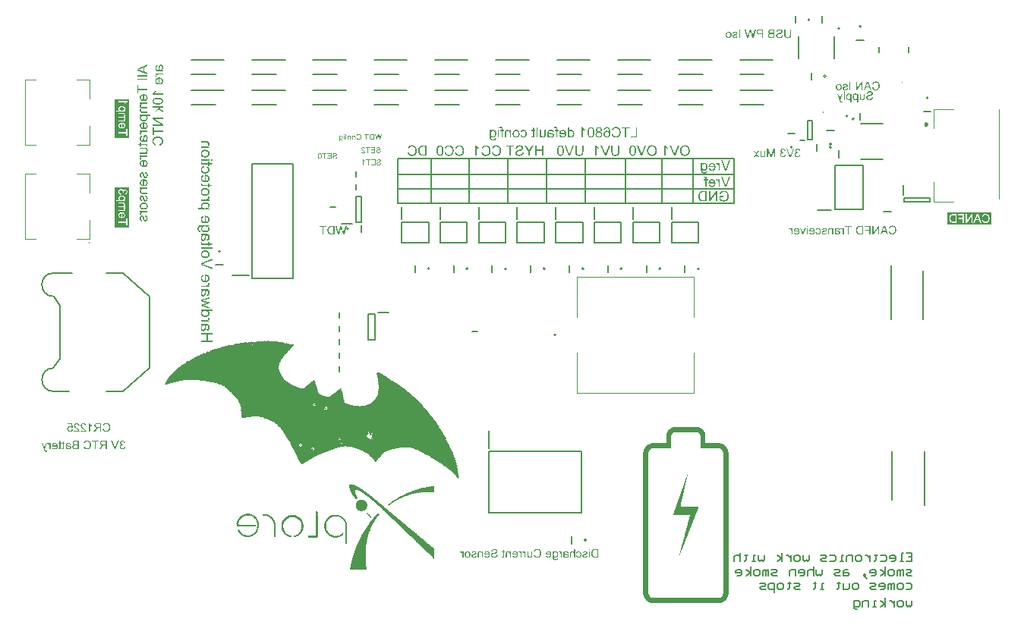
<source format=gbo>
G04*
G04 #@! TF.GenerationSoftware,Altium Limited,Altium Designer,25.5.2 (35)*
G04*
G04 Layer_Color=32896*
%FSLAX44Y44*%
%MOMM*%
G71*
G04*
G04 #@! TF.SameCoordinates,B89C7759-DA74-4ABB-81A3-D326D7ADCFB2*
G04*
G04*
G04 #@! TF.FilePolarity,Positive*
G04*
G01*
G75*
%ADD10C,0.1500*%
%ADD11C,0.1000*%
%ADD12C,0.2000*%
%ADD15C,0.4000*%
%ADD16C,0.1270*%
G36*
X276605Y308011D02*
X277034Y308259D01*
X277282Y307830D01*
X278139Y308325D01*
X278386Y307896D01*
X278815Y308144D01*
X279063Y307715D01*
X279920Y308210D01*
X280168Y307782D01*
X280596Y308029D01*
X280844Y307600D01*
X281701Y308095D01*
X281949Y307667D01*
X282377Y307914D01*
X282625Y307486D01*
X283482Y307980D01*
X283730Y307552D01*
X284158Y307799D01*
X284406Y307371D01*
X285263Y307866D01*
X285511Y307437D01*
X285939Y307684D01*
X286187Y307256D01*
X286616Y307503D01*
X286863Y307075D01*
X287720Y307570D01*
X287968Y307141D01*
X288397Y307388D01*
X288644Y306960D01*
X289073Y307207D01*
X289320Y306779D01*
X290178Y307274D01*
X290425Y306845D01*
X290854Y307092D01*
X291101Y306664D01*
X291530Y306911D01*
X291777Y306483D01*
X292635Y306978D01*
X292882Y306549D01*
X293311Y306796D01*
X293559Y306368D01*
X293987Y306615D01*
X294235Y306187D01*
X294663Y306434D01*
X294911Y306005D01*
X295340Y306253D01*
X295587Y305824D01*
X296016Y306072D01*
X296263Y305643D01*
X297121Y306138D01*
X297368Y305709D01*
X297797Y305957D01*
X298044Y305528D01*
X298473Y305776D01*
X298720Y305347D01*
X299149Y305594D01*
X299397Y305166D01*
X299825Y305413D01*
X300073Y304984D01*
X300930Y305480D01*
X301425Y304622D01*
X302283Y305117D01*
X302530Y304688D01*
X302959Y304936D01*
X303206Y304507D01*
X303635Y304755D01*
X303882Y304326D01*
X304311Y304573D01*
X304559Y304145D01*
X304987Y304392D01*
X305235Y303964D01*
X305664Y304211D01*
X305911Y303783D01*
X306340Y304030D01*
X306587Y303601D01*
X305301Y302859D01*
X305549Y302430D01*
X304263Y301688D01*
X304510Y301259D01*
X302795Y300269D01*
X303043Y299840D01*
X301757Y299098D01*
X302004Y298669D01*
X300718Y297927D01*
X300966Y297498D01*
X299251Y296508D01*
X299499Y296079D01*
X298212Y295337D01*
X298460Y294908D01*
X297174Y294166D01*
X297421Y293737D01*
X296136Y292994D01*
X296383Y292566D01*
X295097Y291823D01*
X295344Y291395D01*
X293630Y290405D01*
X293877Y289976D01*
X293020Y289481D01*
X293267Y289052D01*
X292410Y288557D01*
X292657Y288129D01*
X291371Y287386D01*
X291619Y286957D01*
X291190Y286710D01*
X291438Y286281D01*
X291009Y286034D01*
X291257Y285605D01*
X290399Y285110D01*
X290647Y284681D01*
X290218Y284434D01*
X290466Y284005D01*
X290037Y283758D01*
X290284Y283329D01*
X289856Y283081D01*
X290103Y282653D01*
X289674Y282405D01*
X289922Y281977D01*
X289493Y281729D01*
X289741Y281301D01*
X289312Y281053D01*
X289807Y280196D01*
X289378Y279948D01*
X289873Y279091D01*
X289445Y278843D01*
X289692Y278414D01*
X289263Y278167D01*
X289758Y277310D01*
X289330Y277062D01*
X290072Y275776D01*
X289644Y275529D01*
X290881Y273385D01*
X290452Y273138D01*
X294907Y265421D01*
X295336Y265669D01*
X296326Y263954D01*
X296755Y264202D01*
X297497Y262916D01*
X297926Y263163D01*
X298421Y262306D01*
X298850Y262553D01*
X299345Y261696D01*
X299773Y261943D01*
X300021Y261515D01*
X300450Y261762D01*
X300944Y260905D01*
X301373Y261152D01*
X301868Y260295D01*
X302297Y260542D01*
X302544Y260114D01*
X302973Y260361D01*
X303468Y259504D01*
X303897Y259751D01*
X304144Y259323D01*
X304573Y259570D01*
X305068Y258713D01*
X305497Y258960D01*
X305744Y258532D01*
X306173Y258779D01*
X306668Y257922D01*
X307097Y258169D01*
X307344Y257741D01*
X307773Y257988D01*
X308020Y257559D01*
X308449Y257807D01*
X308944Y256950D01*
X309373Y257197D01*
X309867Y256340D01*
X310296Y256587D01*
X310544Y256159D01*
X310972Y256406D01*
X311220Y255977D01*
X311649Y256225D01*
X311896Y255796D01*
X312325Y256044D01*
X312572Y255615D01*
X313001Y255862D01*
X313496Y255005D01*
X314353Y255500D01*
X314848Y254643D01*
X315277Y254890D01*
X315525Y254461D01*
X316811Y255204D01*
X316563Y255633D01*
X318706Y256870D01*
X318459Y257299D01*
X321888Y259279D01*
X321641Y259708D01*
X324213Y261193D01*
X323965Y261621D01*
X326109Y262859D01*
X325862Y263288D01*
X328862Y265020D01*
X329852Y263305D01*
X329424Y263058D01*
X330414Y261343D01*
X329985Y261096D01*
X330975Y259381D01*
X330546Y259133D01*
X331536Y257418D01*
X331107Y257171D01*
X332345Y255028D01*
X331916Y254780D01*
X332906Y253065D01*
X332478Y252818D01*
X333468Y251103D01*
X333039Y250856D01*
X334524Y248284D01*
X334953Y248531D01*
X335200Y248102D01*
X335629Y248350D01*
X335876Y247921D01*
X336305Y248169D01*
X336553Y247740D01*
X336981Y247987D01*
X337229Y247559D01*
X337657Y247806D01*
X337905Y247378D01*
X338334Y247625D01*
X338581Y247196D01*
X338152Y246949D01*
X338400Y246520D01*
X338829Y246768D01*
X339076Y246339D01*
X339933Y246834D01*
X340181Y246405D01*
X340610Y246653D01*
X340857Y246224D01*
X341286Y246472D01*
X341533Y246043D01*
X341962Y246291D01*
X342210Y245862D01*
X342638Y246109D01*
X342886Y245681D01*
X343314Y245928D01*
X343562Y245499D01*
X343991Y245747D01*
X344238Y245318D01*
X348096Y247546D01*
X347849Y247974D01*
X351707Y250202D01*
X351459Y250631D01*
X355317Y252858D01*
X355070Y253287D01*
X355499Y253534D01*
X355746Y253106D01*
X356175Y253353D01*
X355927Y253782D01*
X358499Y255267D01*
X358252Y255695D01*
X358681Y255943D01*
X359175Y255086D01*
X358747Y254838D01*
X359737Y253123D01*
X359308Y252876D01*
X360298Y251161D01*
X359869Y250914D01*
X360612Y249628D01*
X360183Y249380D01*
X361173Y247666D01*
X360745Y247418D01*
X361240Y246561D01*
X360811Y246313D01*
X361801Y244598D01*
X361372Y244351D01*
X362362Y242636D01*
X361934Y242389D01*
X362429Y241531D01*
X362000Y241284D01*
X362990Y239569D01*
X362561Y239321D01*
X362809Y238893D01*
X363237Y239140D01*
X363485Y238712D01*
X363914Y238959D01*
X364409Y238102D01*
X364837Y238349D01*
X365085Y237921D01*
X365513Y238168D01*
X365761Y237739D01*
X366190Y237987D01*
X366437Y237558D01*
X366866Y237806D01*
X367113Y237377D01*
X367542Y237625D01*
X367789Y237196D01*
X368218Y237443D01*
X368466Y237015D01*
X368894Y237262D01*
X369142Y236833D01*
X369571Y237081D01*
X369818Y236652D01*
X370247Y236900D01*
X370494Y236471D01*
X370923Y236719D01*
X371171Y236290D01*
X371599Y236537D01*
X371847Y236109D01*
X372275Y236356D01*
X372523Y235928D01*
X372952Y236175D01*
X373199Y235746D01*
X373628Y235994D01*
X373875Y235565D01*
X374733Y236060D01*
X374980Y235632D01*
X375409Y235879D01*
X375656Y235450D01*
X376514Y235945D01*
X376761Y235517D01*
X377190Y235764D01*
X377437Y235336D01*
X378295Y235830D01*
X378542Y235402D01*
X378971Y235649D01*
X379218Y235221D01*
X380076Y235716D01*
X380323Y235287D01*
X381180Y235782D01*
X381428Y235353D01*
X382285Y235848D01*
X382533Y235420D01*
X383390Y235915D01*
X383638Y235486D01*
X384924Y236228D01*
X385171Y235800D01*
X386457Y236542D01*
X386705Y236113D01*
X389277Y237598D01*
X389524Y237170D01*
X392954Y239150D01*
X392706Y239578D01*
X395279Y241063D01*
X395031Y241492D01*
X396317Y242235D01*
X396069Y242663D01*
X396927Y243158D01*
X396679Y243587D01*
X397966Y244330D01*
X397718Y244758D01*
X398575Y245253D01*
X398328Y245682D01*
X398756Y245930D01*
X398509Y246358D01*
X398938Y246606D01*
X398690Y247034D01*
X399119Y247282D01*
X398871Y247710D01*
X399729Y248206D01*
X399481Y248634D01*
X399910Y248882D01*
X399662Y249310D01*
X400091Y249558D01*
X399844Y249986D01*
X400272Y250234D01*
X399777Y251091D01*
X400206Y251339D01*
X399958Y251768D01*
X400387Y252015D01*
X400140Y252444D01*
X400568Y252691D01*
X400321Y253120D01*
X400750Y253367D01*
X400255Y254225D01*
X400683Y254472D01*
X400436Y254901D01*
X400864Y255149D01*
X400369Y256006D01*
X400798Y256253D01*
X400551Y256682D01*
X400979Y256929D01*
X400484Y257787D01*
X400913Y258034D01*
X400418Y258892D01*
X400847Y259139D01*
X400104Y260425D01*
X400533Y260673D01*
X400285Y261102D01*
X400714Y261349D01*
X399972Y262635D01*
X400400Y262883D01*
X399905Y263740D01*
X400334Y263988D01*
X399591Y265273D01*
X400020Y265521D01*
X399525Y266378D01*
X399954Y266626D01*
X398964Y268341D01*
X399392Y268588D01*
X398897Y269445D01*
X399326Y269693D01*
X398584Y270979D01*
X399012Y271227D01*
X398270Y272512D01*
X398699Y272760D01*
X398451Y273189D01*
X399308Y273684D01*
X399556Y273255D01*
X400413Y273750D01*
X400661Y273321D01*
X401089Y273569D01*
X401832Y272283D01*
X402261Y272530D01*
X402508Y272102D01*
X402937Y272349D01*
X403432Y271492D01*
X403861Y271739D01*
X404356Y270882D01*
X404784Y271129D01*
X405279Y270272D01*
X405708Y270520D01*
X406203Y269662D01*
X406632Y269910D01*
X407126Y269052D01*
X407555Y269300D01*
X408050Y268442D01*
X408479Y268690D01*
X408726Y268261D01*
X409155Y268509D01*
X409650Y267651D01*
X410079Y267899D01*
X410574Y267041D01*
X411002Y267289D01*
X411497Y266432D01*
X411926Y266679D01*
X412174Y266250D01*
X412602Y266498D01*
X413345Y265212D01*
X413773Y265459D01*
X414268Y264602D01*
X414697Y264849D01*
X415192Y263992D01*
X415621Y264240D01*
X415868Y263811D01*
X416297Y264058D01*
X416792Y263201D01*
X417221Y263449D01*
X417716Y262591D01*
X418144Y262839D01*
X418639Y261981D01*
X419068Y262229D01*
X419563Y261372D01*
X419992Y261619D01*
X420487Y260762D01*
X420915Y261009D01*
X421410Y260152D01*
X421839Y260399D01*
X422334Y259542D01*
X422763Y259789D01*
X423258Y258932D01*
X423686Y259180D01*
X424181Y258322D01*
X424610Y258570D01*
X425105Y257712D01*
X425534Y257960D01*
X426276Y256674D01*
X426705Y256921D01*
X426953Y256493D01*
X427381Y256740D01*
X428124Y255454D01*
X428552Y255702D01*
X429047Y254844D01*
X429476Y255092D01*
X429971Y254234D01*
X430400Y254482D01*
X430895Y253624D01*
X431323Y253872D01*
X432066Y252586D01*
X432495Y252833D01*
X433484Y251119D01*
X433913Y251366D01*
X434408Y250509D01*
X434837Y250756D01*
X435332Y249899D01*
X435761Y250146D01*
X436256Y249289D01*
X436684Y249537D01*
X437674Y247822D01*
X438103Y248069D01*
X438845Y246783D01*
X439274Y247031D01*
X440017Y245745D01*
X440445Y245992D01*
X441435Y244277D01*
X441864Y244525D01*
X442854Y242810D01*
X443283Y243058D01*
X444025Y241772D01*
X444454Y242019D01*
X445691Y239876D01*
X446120Y240123D01*
X447357Y237980D01*
X447786Y238227D01*
X448529Y236941D01*
X448957Y237189D01*
X450690Y234188D01*
X451119Y234436D01*
X452109Y232721D01*
X452537Y232968D01*
X453527Y231254D01*
X453956Y231501D01*
X455441Y228929D01*
X455870Y229177D01*
X457355Y226604D01*
X457783Y226852D01*
X459516Y223851D01*
X459944Y224099D01*
X461430Y221527D01*
X461858Y221774D01*
X462106Y221345D01*
X461677Y221098D01*
X461925Y220669D01*
X462353Y220917D01*
X464086Y217916D01*
X464514Y218164D01*
X464762Y217735D01*
X464333Y217487D01*
X464581Y217059D01*
X465009Y217306D01*
X467732Y212591D01*
X468161Y212838D01*
X468408Y212409D01*
X467979Y212162D01*
X468474Y211305D01*
X468903Y211552D01*
X476081Y199120D01*
X475652Y198873D01*
X479612Y192014D01*
X479183Y191766D01*
X479431Y191338D01*
X479859Y191585D01*
X480107Y191156D01*
X479678Y190909D01*
X482401Y186193D01*
X481972Y185946D01*
X483457Y183374D01*
X483028Y183126D01*
X483276Y182698D01*
X483705Y182945D01*
X483952Y182517D01*
X483523Y182269D01*
X485008Y179697D01*
X484580Y179449D01*
X486065Y176877D01*
X485636Y176630D01*
X486874Y174486D01*
X486445Y174239D01*
X487435Y172524D01*
X487006Y172277D01*
X487996Y170562D01*
X487567Y170315D01*
X488557Y168600D01*
X488129Y168352D01*
X488624Y167495D01*
X488195Y167247D01*
X489185Y165533D01*
X488756Y165285D01*
X489251Y164428D01*
X488823Y164180D01*
X489565Y162894D01*
X489137Y162647D01*
X489632Y161789D01*
X489203Y161542D01*
X489945Y160256D01*
X489517Y160008D01*
X490012Y159151D01*
X489583Y158903D01*
X490078Y158046D01*
X489649Y157799D01*
X490392Y156512D01*
X489963Y156265D01*
X490458Y155408D01*
X490029Y155160D01*
X490277Y154731D01*
X489848Y154484D01*
X489601Y154913D01*
X489172Y154665D01*
X488430Y155951D01*
X488001Y155704D01*
X486763Y157847D01*
X486335Y157600D01*
X485097Y159743D01*
X484669Y159495D01*
X483679Y161210D01*
X483250Y160963D01*
X482507Y162249D01*
X482079Y162001D01*
X481089Y163716D01*
X480660Y163468D01*
X480165Y164326D01*
X479736Y164078D01*
X478994Y165364D01*
X478565Y165117D01*
X477823Y166403D01*
X477394Y166155D01*
X476899Y167013D01*
X476470Y166765D01*
X475728Y168051D01*
X475299Y167804D01*
X474804Y168661D01*
X474375Y168414D01*
X473880Y169271D01*
X473452Y169024D01*
X472957Y169881D01*
X472528Y169633D01*
X471786Y170919D01*
X471357Y170672D01*
X470862Y171530D01*
X470433Y171282D01*
X469938Y172139D01*
X469510Y171892D01*
X469014Y172749D01*
X468586Y172502D01*
X468091Y173359D01*
X467662Y173111D01*
X467167Y173969D01*
X466738Y173721D01*
X466243Y174579D01*
X465815Y174331D01*
X465320Y175189D01*
X464891Y174941D01*
X464644Y175370D01*
X464215Y175122D01*
X463720Y175980D01*
X463291Y175732D01*
X462796Y176590D01*
X462368Y176342D01*
X461873Y177199D01*
X461444Y176952D01*
X460949Y177809D01*
X460520Y177562D01*
X460273Y177990D01*
X459844Y177743D01*
X459349Y178600D01*
X458920Y178353D01*
X458425Y179210D01*
X457997Y178963D01*
X457501Y179820D01*
X457073Y179572D01*
X456578Y180430D01*
X456149Y180182D01*
X455902Y180611D01*
X455473Y180364D01*
X454978Y181221D01*
X454549Y180973D01*
X454302Y181402D01*
X453873Y181155D01*
X453378Y182012D01*
X452949Y181765D01*
X452702Y182193D01*
X452273Y181946D01*
X451778Y182803D01*
X451350Y182556D01*
X450855Y183413D01*
X450426Y183165D01*
X450178Y183594D01*
X449750Y183347D01*
X449255Y184204D01*
X448826Y183956D01*
X448331Y184814D01*
X447902Y184566D01*
X447655Y184995D01*
X447226Y184747D01*
X446731Y185605D01*
X446303Y185357D01*
X446055Y185786D01*
X445626Y185539D01*
X445379Y185967D01*
X444950Y185720D01*
X444455Y186577D01*
X444026Y186330D01*
X443779Y186758D01*
X443350Y186511D01*
X443103Y186939D01*
X442674Y186692D01*
X442427Y187121D01*
X441998Y186873D01*
X441503Y187731D01*
X441074Y187483D01*
X440827Y187912D01*
X440398Y187664D01*
X440151Y188093D01*
X439722Y187845D01*
X439474Y188274D01*
X439046Y188027D01*
X438551Y188884D01*
X437693Y188389D01*
X437198Y189246D01*
X436770Y188999D01*
X436522Y189428D01*
X435665Y188932D01*
X435170Y189790D01*
X434312Y189295D01*
X434065Y189723D01*
X433636Y189476D01*
X433389Y189905D01*
X432531Y189410D01*
X432284Y189838D01*
X431855Y189591D01*
X431608Y190019D01*
X430750Y189524D01*
X430503Y189953D01*
X429646Y189458D01*
X429398Y189887D01*
X428541Y189392D01*
X428293Y189821D01*
X427007Y189078D01*
X426759Y189507D01*
X425902Y189012D01*
X425655Y189440D01*
X424797Y188945D01*
X424550Y189374D01*
X423693Y188879D01*
X423445Y189308D01*
X422588Y188813D01*
X422340Y189242D01*
X421054Y188499D01*
X420807Y188928D01*
X419949Y188433D01*
X419702Y188861D01*
X419273Y188614D01*
X419520Y188185D01*
X419092Y187938D01*
X418844Y188366D01*
X417987Y187871D01*
X417740Y188300D01*
X416025Y187310D01*
X415777Y187739D01*
X414491Y186996D01*
X414244Y187425D01*
X412100Y186187D01*
X411853Y186616D01*
X404994Y182656D01*
X405241Y182227D01*
X404384Y181733D01*
X404632Y181304D01*
X403345Y180561D01*
X403593Y180133D01*
X402307Y179390D01*
X402554Y178961D01*
X401268Y178219D01*
X401516Y177790D01*
X400230Y177048D01*
X400477Y176619D01*
X399191Y175877D01*
X399439Y175448D01*
X398153Y174705D01*
X398400Y174277D01*
X397114Y173534D01*
X396619Y174391D01*
X396190Y174144D01*
X395943Y174573D01*
X396372Y174820D01*
X396124Y175249D01*
X395695Y175002D01*
X394458Y177145D01*
X394029Y176897D01*
X393287Y178183D01*
X392858Y177936D01*
X391868Y179650D01*
X391440Y179403D01*
X390944Y180260D01*
X390516Y180013D01*
X389526Y181728D01*
X389097Y181480D01*
X388602Y182337D01*
X388173Y182090D01*
X387431Y183376D01*
X387002Y183129D01*
X386507Y183986D01*
X386078Y183738D01*
X385583Y184596D01*
X385155Y184348D01*
X384907Y184777D01*
X384479Y184529D01*
X383984Y185387D01*
X383555Y185139D01*
X383060Y185997D01*
X382631Y185749D01*
X382384Y186178D01*
X381955Y185930D01*
X381708Y186359D01*
X381279Y186112D01*
X380784Y186969D01*
X380355Y186721D01*
X380108Y187150D01*
X379679Y186903D01*
X379431Y187331D01*
X379003Y187084D01*
X378755Y187512D01*
X378327Y187265D01*
X378079Y187694D01*
X377650Y187446D01*
X377403Y187875D01*
X376974Y187627D01*
X376727Y188056D01*
X376298Y187808D01*
X376051Y188237D01*
X375622Y187990D01*
X375127Y188847D01*
X374698Y188600D01*
X374451Y189028D01*
X374022Y188781D01*
X373775Y189209D01*
X373346Y188962D01*
X373098Y189391D01*
X372670Y189143D01*
X372422Y189572D01*
X371993Y189324D01*
X371746Y189753D01*
X371317Y189506D01*
X371070Y189934D01*
X370641Y189687D01*
X370394Y190115D01*
X369965Y189868D01*
X369717Y190296D01*
X369289Y190049D01*
X369041Y190478D01*
X368184Y189983D01*
X367936Y190411D01*
X367508Y190164D01*
X367260Y190593D01*
X366832Y190345D01*
X366584Y190774D01*
X366155Y190526D01*
X365908Y190955D01*
X365051Y190460D01*
X364803Y190889D01*
X364374Y190641D01*
X364127Y191070D01*
X363270Y190575D01*
X363022Y191003D01*
X362165Y190508D01*
X361917Y190937D01*
X361060Y190442D01*
X360812Y190871D01*
X359955Y190376D01*
X359707Y190805D01*
X358421Y190062D01*
X358174Y190491D01*
X356030Y189253D01*
X355783Y189682D01*
X353639Y188444D01*
X353392Y188873D01*
X350820Y187388D01*
X350573Y187817D01*
X348429Y186579D01*
X348181Y187008D01*
X345609Y185523D01*
X345362Y185952D01*
X342790Y184467D01*
X342542Y184895D01*
X339542Y183163D01*
X339294Y183591D01*
X337151Y182354D01*
X336903Y182783D01*
X336474Y182535D01*
X336722Y182106D01*
X336293Y181859D01*
X336046Y182288D01*
X333045Y180555D01*
X332798Y180984D01*
X332369Y180736D01*
X332616Y180308D01*
X332188Y180060D01*
X331940Y180489D01*
X315222Y170836D01*
X314974Y171265D01*
X314545Y171018D01*
X314298Y171446D01*
X313869Y171199D01*
X310157Y177629D01*
X310585Y177876D01*
X307615Y183021D01*
X308044Y183268D01*
X301856Y193985D01*
X302285Y194233D01*
X299563Y198948D01*
X299134Y198701D01*
X294184Y207274D01*
X293755Y207027D01*
X291775Y210456D01*
X291347Y210209D01*
X289862Y212781D01*
X289433Y212533D01*
X288443Y214248D01*
X288014Y214001D01*
X287024Y215715D01*
X286596Y215468D01*
X285853Y216754D01*
X285424Y216507D01*
X284929Y217364D01*
X284501Y217116D01*
X284006Y217974D01*
X283577Y217726D01*
X283330Y218155D01*
X282901Y217907D01*
X282653Y218336D01*
X282225Y218089D01*
X281977Y218517D01*
X281549Y218270D01*
X281054Y219127D01*
X280625Y218880D01*
X280377Y219308D01*
X279949Y219061D01*
X279454Y219918D01*
X279025Y219671D01*
X278777Y220099D01*
X278349Y219852D01*
X277854Y220709D01*
X277425Y220462D01*
X277178Y220890D01*
X276749Y220643D01*
X276254Y221500D01*
X275825Y221253D01*
X275578Y221681D01*
X275149Y221434D01*
X274902Y221863D01*
X274473Y221615D01*
X274225Y222044D01*
X273797Y221796D01*
X273302Y222654D01*
X272873Y222406D01*
X272626Y222835D01*
X272197Y222587D01*
X271949Y223016D01*
X271521Y222769D01*
X271273Y223197D01*
X270844Y222950D01*
X270597Y223378D01*
X270168Y223131D01*
X269921Y223559D01*
X269492Y223312D01*
X269245Y223741D01*
X268816Y223493D01*
X268568Y223922D01*
X267711Y223427D01*
X267463Y223856D01*
X267035Y223608D01*
X266787Y224037D01*
X266359Y223789D01*
X266111Y224218D01*
X265254Y223723D01*
X265006Y224152D01*
X264578Y223904D01*
X264330Y224333D01*
X263473Y223838D01*
X263225Y224267D01*
X262797Y224019D01*
X262549Y224448D01*
X261692Y223953D01*
X261444Y224381D01*
X260587Y223886D01*
X260339Y224315D01*
X259053Y223573D01*
X258806Y224001D01*
X257948Y223506D01*
X257701Y223935D01*
X256844Y223440D01*
X256596Y223869D01*
X255310Y223126D01*
X255063Y223555D01*
X254205Y223060D01*
X253958Y223489D01*
X252672Y222746D01*
X252424Y223175D01*
X251567Y222680D01*
X251319Y223108D01*
X250033Y222366D01*
X249786Y222794D01*
X248928Y222300D01*
X248681Y222728D01*
X247824Y222233D01*
X247576Y222662D01*
X248005Y222909D01*
X247510Y223767D01*
X247938Y224014D01*
X247691Y224443D01*
X248120Y224690D01*
X247624Y225548D01*
X248053Y225795D01*
X247558Y226653D01*
X247987Y226900D01*
X247492Y227757D01*
X247921Y228005D01*
X247426Y228862D01*
X247854Y229110D01*
X247112Y230396D01*
X247540Y230644D01*
X247045Y231501D01*
X247474Y231748D01*
X246731Y233034D01*
X247160Y233282D01*
X246418Y234568D01*
X246847Y234815D01*
X245856Y236530D01*
X246285Y236778D01*
X244800Y239350D01*
X245229Y239597D01*
X243001Y243455D01*
X242573Y243208D01*
X241335Y245351D01*
X240907Y245104D01*
X239669Y247247D01*
X239240Y247000D01*
X238250Y248714D01*
X237822Y248467D01*
X236832Y250182D01*
X236403Y249934D01*
X235413Y251649D01*
X234984Y251401D01*
X234489Y252259D01*
X234061Y252011D01*
X232823Y254155D01*
X232394Y253907D01*
X231652Y255193D01*
X231223Y254946D01*
X230481Y256232D01*
X230052Y255984D01*
X229310Y257270D01*
X228881Y257023D01*
X228138Y258309D01*
X227710Y258061D01*
X227462Y258490D01*
X227034Y258243D01*
X226539Y259100D01*
X226110Y258853D01*
X225862Y259281D01*
X225434Y259034D01*
X225186Y259462D01*
X224757Y259215D01*
X224510Y259643D01*
X224081Y259396D01*
X223586Y260253D01*
X222729Y259758D01*
X222234Y260616D01*
X221805Y260368D01*
X221558Y260797D01*
X221129Y260549D01*
X220882Y260978D01*
X220453Y260731D01*
X220205Y261159D01*
X219777Y260912D01*
X219529Y261340D01*
X219100Y261093D01*
X218853Y261522D01*
X218424Y261274D01*
X218177Y261703D01*
X217748Y261455D01*
X217501Y261884D01*
X217072Y261636D01*
X216824Y262065D01*
X216396Y261818D01*
X216148Y262246D01*
X215720Y261999D01*
X215472Y262428D01*
X215043Y262180D01*
X214796Y262609D01*
X214367Y262361D01*
X214120Y262790D01*
X213262Y262295D01*
X213015Y262724D01*
X212586Y262476D01*
X212339Y262905D01*
X211910Y262657D01*
X211662Y263086D01*
X211234Y262838D01*
X210986Y263267D01*
X210557Y263020D01*
X210310Y263448D01*
X209881Y263201D01*
X209634Y263629D01*
X208776Y263134D01*
X208529Y263563D01*
X208100Y263316D01*
X207853Y263744D01*
X207424Y263497D01*
X207177Y263925D01*
X206319Y263431D01*
X206072Y263859D01*
X205643Y263612D01*
X205396Y264040D01*
X204967Y263793D01*
X204720Y264222D01*
X204291Y263974D01*
X204043Y264403D01*
X203186Y263908D01*
X202938Y264336D01*
X202510Y264089D01*
X202262Y264518D01*
X201405Y264023D01*
X201157Y264451D01*
X200729Y264204D01*
X200481Y264632D01*
X200053Y264385D01*
X199805Y264814D01*
X198948Y264319D01*
X198700Y264747D01*
X197843Y264252D01*
X197595Y264681D01*
X197167Y264433D01*
X196919Y264862D01*
X196062Y264367D01*
X195814Y264796D01*
X195385Y264548D01*
X195138Y264977D01*
X194281Y264482D01*
X194033Y264911D01*
X193604Y264663D01*
X193357Y265092D01*
X192500Y264597D01*
X192252Y265026D01*
X191824Y264778D01*
X191576Y265207D01*
X190719Y264712D01*
X190471Y265140D01*
X189614Y264646D01*
X189366Y265074D01*
X188937Y264827D01*
X188690Y265255D01*
X187833Y264760D01*
X187585Y265189D01*
X186299Y264447D01*
X186052Y264875D01*
X185194Y264380D01*
X184947Y264809D01*
X184089Y264314D01*
X183842Y264743D01*
X182984Y264247D01*
X182737Y264676D01*
X181451Y263934D01*
X181203Y264363D01*
X179917Y263620D01*
X179670Y264049D01*
X178813Y263554D01*
X178565Y263982D01*
X177279Y263240D01*
X177031Y263669D01*
X175745Y262926D01*
X175498Y263355D01*
X173783Y262365D01*
X173536Y262793D01*
X172250Y262051D01*
X172002Y262480D01*
X170287Y261490D01*
X170040Y261918D01*
X168754Y261176D01*
X168506Y261604D01*
X166363Y260367D01*
X166115Y260796D01*
X164401Y259806D01*
X164153Y260234D01*
X162439Y259244D01*
X162191Y259673D01*
X162620Y259921D01*
X162372Y260349D01*
X162801Y260597D01*
X162553Y261025D01*
X162982Y261273D01*
X162735Y261702D01*
X163163Y261949D01*
X162916Y262378D01*
X163773Y262873D01*
X163526Y263301D01*
X163954Y263549D01*
X163707Y263978D01*
X164564Y264473D01*
X164317Y264901D01*
X164745Y265149D01*
X164498Y265577D01*
X165355Y266072D01*
X165108Y266501D01*
X166394Y267244D01*
X166146Y267672D01*
X167004Y268167D01*
X166756Y268596D01*
X168042Y269338D01*
X167795Y269767D01*
X169509Y270757D01*
X169262Y271186D01*
X170977Y272176D01*
X170729Y272605D01*
X172444Y273594D01*
X172196Y274023D01*
X173911Y275013D01*
X173664Y275442D01*
X175378Y276432D01*
X175131Y276861D01*
X178132Y278593D01*
X177884Y279022D01*
X180027Y280259D01*
X179780Y280688D01*
X186210Y284400D01*
X185963Y284829D01*
X187249Y285572D01*
X187496Y285143D01*
X197356Y290835D01*
X197603Y290407D01*
X198032Y290654D01*
X197785Y291083D01*
X198213Y291331D01*
X198461Y290902D01*
X202319Y293129D01*
X202567Y292701D01*
X202995Y292948D01*
X202748Y293377D01*
X203176Y293624D01*
X203424Y293196D01*
X206425Y294928D01*
X206672Y294499D01*
X210530Y296727D01*
X210778Y296298D01*
X212921Y297536D01*
X213169Y297107D01*
X215312Y298344D01*
X215560Y297916D01*
X217703Y299153D01*
X217951Y298725D01*
X219665Y299715D01*
X219913Y299286D01*
X221628Y300276D01*
X221875Y299847D01*
X224447Y301332D01*
X224695Y300904D01*
X225981Y301646D01*
X226228Y301217D01*
X227943Y302208D01*
X228190Y301779D01*
X229477Y302521D01*
X229724Y302093D01*
X231439Y303083D01*
X231686Y302654D01*
X232972Y303396D01*
X233220Y302968D01*
X234506Y303710D01*
X234753Y303282D01*
X236039Y304024D01*
X236287Y303595D01*
X237573Y304338D01*
X237820Y303909D01*
X239106Y304652D01*
X239354Y304223D01*
X240640Y304965D01*
X240888Y304537D01*
X242174Y305279D01*
X242421Y304851D01*
X243278Y305346D01*
X243526Y304917D01*
X244812Y305659D01*
X245059Y305231D01*
X246345Y305973D01*
X246593Y305544D01*
X247450Y306040D01*
X247698Y305611D01*
X248984Y306353D01*
X249231Y305925D01*
X250089Y306420D01*
X250336Y305991D01*
X251622Y306733D01*
X251870Y306305D01*
X252727Y306800D01*
X253222Y305942D01*
X253651Y306190D01*
X253403Y306619D01*
X253832Y306866D01*
X254079Y306437D01*
X255366Y307180D01*
X255613Y306751D01*
X256042Y306999D01*
X256289Y306570D01*
X257575Y307313D01*
X257823Y306884D01*
X258680Y307379D01*
X258928Y306950D01*
X259785Y307445D01*
X260033Y307017D01*
X261318Y307759D01*
X261566Y307330D01*
X262423Y307825D01*
X262671Y307397D01*
X263100Y307644D01*
X263347Y307215D01*
X264205Y307710D01*
X264452Y307282D01*
X265738Y308024D01*
X265986Y307596D01*
X266843Y308091D01*
X267090Y307662D01*
X267948Y308157D01*
X268195Y307728D01*
X269053Y308223D01*
X269300Y307794D01*
X270157Y308290D01*
X270405Y307861D01*
X270834Y308108D01*
X271081Y307680D01*
X271938Y308175D01*
X272186Y307746D01*
X273043Y308241D01*
X273291Y307812D01*
X274148Y308307D01*
X274396Y307879D01*
X274824Y308126D01*
X275072Y307698D01*
X276358Y308440D01*
X276605Y308011D01*
D02*
G37*
G36*
X370532Y148451D02*
X369763D01*
Y148521D01*
X370532D01*
Y148451D01*
D02*
G37*
G36*
X369623Y148382D02*
X369553D01*
Y148451D01*
X369623D01*
Y148382D01*
D02*
G37*
G36*
X371582Y148312D02*
X370952D01*
Y148382D01*
X371582D01*
Y148312D01*
D02*
G37*
G36*
X369553D02*
X369133D01*
Y148382D01*
X369553D01*
Y148312D01*
D02*
G37*
G36*
X368993Y148242D02*
X368923D01*
Y148312D01*
X368993D01*
Y148242D01*
D02*
G37*
G36*
X371721D02*
X371791D01*
Y148172D01*
X371721D01*
Y148242D01*
X371651D01*
Y148312D01*
X371721D01*
Y148242D01*
D02*
G37*
G36*
X368923Y148172D02*
X368783D01*
Y148242D01*
X368923D01*
Y148172D01*
D02*
G37*
G36*
X368713Y148102D02*
X368643D01*
Y148172D01*
X368713D01*
Y148102D01*
D02*
G37*
G36*
X372281D02*
X372421D01*
Y148032D01*
X372281D01*
Y148102D01*
X372001D01*
Y148172D01*
X372281D01*
Y148102D01*
D02*
G37*
G36*
X368643Y148032D02*
X368573D01*
Y148102D01*
X368643D01*
Y148032D01*
D02*
G37*
G36*
X368503Y147962D02*
X368434D01*
Y148032D01*
X368503D01*
Y147962D01*
D02*
G37*
G36*
X372701Y147892D02*
X372561D01*
Y147962D01*
X372701D01*
Y147892D01*
D02*
G37*
G36*
X373121Y147822D02*
X372771D01*
Y147892D01*
X373121D01*
Y147822D01*
D02*
G37*
G36*
X368364Y147892D02*
Y147822D01*
X368224D01*
Y147892D01*
X368294D01*
Y147962D01*
X368364D01*
Y147892D01*
D02*
G37*
G36*
X373260Y147752D02*
X373191D01*
Y147822D01*
X373260D01*
Y147752D01*
D02*
G37*
G36*
X373400Y147682D02*
X373330D01*
Y147752D01*
X373400D01*
Y147682D01*
D02*
G37*
G36*
X368154D02*
X368084D01*
Y147752D01*
X368154D01*
Y147682D01*
D02*
G37*
G36*
X373610Y147612D02*
X373750D01*
Y147542D01*
X373610D01*
Y147612D01*
X373540D01*
Y147682D01*
X373610D01*
Y147612D01*
D02*
G37*
G36*
X368084Y147542D02*
X368014D01*
Y147612D01*
X368084D01*
Y147542D01*
D02*
G37*
G36*
X368014Y147472D02*
X367944D01*
Y147542D01*
X368014D01*
Y147472D01*
D02*
G37*
G36*
X374030D02*
X374100D01*
Y147402D01*
X374030D01*
Y147472D01*
X373960D01*
Y147542D01*
X374030D01*
Y147472D01*
D02*
G37*
G36*
X374240Y147332D02*
X374170D01*
Y147402D01*
X374240D01*
Y147332D01*
D02*
G37*
G36*
X367944D02*
X367874D01*
Y147402D01*
X367944D01*
Y147332D01*
D02*
G37*
G36*
X374380Y147262D02*
X374310D01*
Y147332D01*
X374380D01*
Y147262D01*
D02*
G37*
G36*
X374660Y147122D02*
X374520D01*
Y147192D01*
X374660D01*
Y147122D01*
D02*
G37*
G36*
X367804D02*
X367734D01*
Y147192D01*
X367804D01*
Y147122D01*
D02*
G37*
G36*
X367734Y146982D02*
Y146912D01*
X367664D01*
Y147052D01*
X367734D01*
Y146982D01*
D02*
G37*
G36*
X375289Y146842D02*
X375149D01*
Y146912D01*
X375289D01*
Y146842D01*
D02*
G37*
G36*
X367664Y146773D02*
X367594D01*
Y146842D01*
X367664D01*
Y146773D01*
D02*
G37*
G36*
X375639Y146703D02*
X375429D01*
Y146773D01*
X375639D01*
Y146703D01*
D02*
G37*
G36*
X375989Y146563D02*
X375849D01*
Y146633D01*
X375989D01*
Y146563D01*
D02*
G37*
G36*
X462734Y146423D02*
X462455D01*
Y146493D01*
X462734D01*
Y146423D01*
D02*
G37*
G36*
X376199D02*
X376059D01*
Y146493D01*
X376199D01*
Y146423D01*
D02*
G37*
G36*
X462944Y146353D02*
X462874D01*
Y146423D01*
X462944D01*
Y146353D01*
D02*
G37*
G36*
X462315D02*
X462245D01*
Y146423D01*
X462315D01*
Y146353D01*
D02*
G37*
G36*
X462175Y146283D02*
X461125D01*
Y146353D01*
X462175D01*
Y146283D01*
D02*
G37*
G36*
X376409D02*
X376269D01*
Y146353D01*
X376409D01*
Y146283D01*
D02*
G37*
G36*
X460776Y146213D02*
X460706D01*
Y146283D01*
X460776D01*
Y146213D01*
D02*
G37*
G36*
X460706Y146143D02*
X459656D01*
Y146213D01*
X460706D01*
Y146143D01*
D02*
G37*
G36*
X376549Y146213D02*
X376618D01*
Y146143D01*
X376549D01*
Y146213D01*
X376479D01*
Y146283D01*
X376549D01*
Y146213D01*
D02*
G37*
G36*
X459586Y146073D02*
X459446D01*
Y146143D01*
X459586D01*
Y146073D01*
D02*
G37*
G36*
X376758D02*
X376688D01*
Y146143D01*
X376758D01*
Y146073D01*
D02*
G37*
G36*
X459167Y146003D02*
X459097D01*
Y146073D01*
X459167D01*
Y146003D01*
D02*
G37*
G36*
X376898D02*
X376828D01*
Y146073D01*
X376898D01*
Y146003D01*
D02*
G37*
G36*
X458817Y145933D02*
X458397D01*
Y146003D01*
X458817D01*
Y145933D01*
D02*
G37*
G36*
X367594Y146423D02*
Y146353D01*
Y145933D01*
X367524D01*
Y146633D01*
X367594D01*
Y146423D01*
D02*
G37*
G36*
X458257Y145863D02*
X458187D01*
Y145933D01*
X458257D01*
Y145863D01*
D02*
G37*
G36*
X458117Y145793D02*
X457558D01*
Y145863D01*
X458117D01*
Y145793D01*
D02*
G37*
G36*
X457418Y145723D02*
X457208D01*
Y145793D01*
X457418D01*
Y145723D01*
D02*
G37*
G36*
X377108Y145933D02*
X377248D01*
Y145863D01*
X377388D01*
Y145793D01*
X377528D01*
Y145723D01*
X377388D01*
Y145793D01*
X377248D01*
Y145863D01*
X377108D01*
Y145933D01*
X377038D01*
Y146003D01*
X377108D01*
Y145933D01*
D02*
G37*
G36*
X457208Y145653D02*
X456998D01*
Y145723D01*
X457208D01*
Y145653D01*
D02*
G37*
G36*
X456298Y145583D02*
X456228D01*
Y145653D01*
X456298D01*
Y145583D01*
D02*
G37*
G36*
X377668D02*
X377598D01*
Y145653D01*
X377668D01*
Y145583D01*
D02*
G37*
G36*
X456228Y145513D02*
X456089D01*
Y145583D01*
X456228D01*
Y145513D01*
D02*
G37*
G36*
X367524D02*
X367454D01*
Y145583D01*
Y145793D01*
X367524D01*
Y145513D01*
D02*
G37*
G36*
X455389Y145443D02*
X455319D01*
Y145513D01*
X455389D01*
Y145443D01*
D02*
G37*
G36*
X455249Y145373D02*
X455039D01*
Y145443D01*
X455249D01*
Y145373D01*
D02*
G37*
G36*
X378088Y145443D02*
X378158D01*
Y145373D01*
X378088D01*
Y145443D01*
X378018D01*
Y145513D01*
X378088D01*
Y145443D01*
D02*
G37*
G36*
X454689Y145303D02*
X454550D01*
Y145373D01*
X454689D01*
Y145303D01*
D02*
G37*
G36*
X454550Y145233D02*
X454410D01*
Y145303D01*
X454550D01*
Y145233D01*
D02*
G37*
G36*
X453990Y145164D02*
X453920D01*
Y145233D01*
X453990D01*
Y145164D01*
D02*
G37*
G36*
X453850Y145094D02*
X453640D01*
Y145164D01*
X453850D01*
Y145094D01*
D02*
G37*
G36*
X378577D02*
X378507D01*
Y145164D01*
X378577D01*
Y145094D01*
D02*
G37*
G36*
X453430Y145024D02*
X453220D01*
Y145094D01*
X453430D01*
Y145024D01*
D02*
G37*
G36*
X453150Y144954D02*
X452941D01*
Y145024D01*
X453150D01*
Y144954D01*
D02*
G37*
G36*
X452731Y144884D02*
X452591D01*
Y144954D01*
X452731D01*
Y144884D01*
D02*
G37*
G36*
X452591Y144814D02*
X452031D01*
Y144884D01*
X452591D01*
Y144814D01*
D02*
G37*
G36*
X378997D02*
X378857D01*
Y144884D01*
X378997D01*
Y144814D01*
D02*
G37*
G36*
X451891Y144674D02*
X451471D01*
Y144744D01*
X451891D01*
Y144674D01*
D02*
G37*
G36*
X379137Y144744D02*
X379207D01*
Y144674D01*
X379137D01*
Y144744D01*
X379067D01*
Y144814D01*
X379137D01*
Y144744D01*
D02*
G37*
G36*
X451332Y144604D02*
X451262D01*
Y144674D01*
X451332D01*
Y144604D01*
D02*
G37*
G36*
X379347D02*
X379277D01*
Y144674D01*
X379347D01*
Y144604D01*
D02*
G37*
G36*
X367594Y144954D02*
Y144884D01*
Y144604D01*
X367524D01*
Y145373D01*
X367594D01*
Y144954D01*
D02*
G37*
G36*
X451192Y144534D02*
X450632D01*
Y144604D01*
X451192D01*
Y144534D01*
D02*
G37*
G36*
X379627D02*
X379417D01*
Y144604D01*
X379627D01*
Y144534D01*
D02*
G37*
G36*
X450562Y144464D02*
X450422D01*
Y144534D01*
X450562D01*
Y144464D01*
D02*
G37*
G36*
X450422Y144394D02*
X450002D01*
Y144464D01*
X450422D01*
Y144394D01*
D02*
G37*
G36*
X367664D02*
X367594D01*
Y144464D01*
Y144534D01*
X367664D01*
Y144394D01*
D02*
G37*
G36*
X449863Y144254D02*
X449793D01*
Y144324D01*
X449863D01*
Y144254D01*
D02*
G37*
G36*
X449443Y144184D02*
X449373D01*
Y144254D01*
X449443D01*
Y144184D01*
D02*
G37*
G36*
X379766Y144394D02*
X379836D01*
Y144324D01*
X379906D01*
Y144254D01*
X379976D01*
Y144184D01*
X379906D01*
Y144254D01*
X379836D01*
Y144324D01*
X379766D01*
Y144394D01*
X379697D01*
Y144464D01*
X379766D01*
Y144394D01*
D02*
G37*
G36*
X449303Y144114D02*
X449163D01*
Y144184D01*
X449303D01*
Y144114D01*
D02*
G37*
G36*
X380116D02*
X380046D01*
Y144184D01*
X380116D01*
Y144114D01*
D02*
G37*
G36*
X367734D02*
X367664D01*
Y144254D01*
Y144324D01*
X367734D01*
Y144114D01*
D02*
G37*
G36*
X448953Y144044D02*
X448813D01*
Y144114D01*
X448953D01*
Y144044D01*
D02*
G37*
G36*
X380256D02*
X380186D01*
Y144114D01*
X380256D01*
Y144044D01*
D02*
G37*
G36*
X448743Y143974D02*
X448673D01*
Y144044D01*
X448743D01*
Y143974D01*
D02*
G37*
G36*
X448673Y143904D02*
X448254D01*
Y143974D01*
X448673D01*
Y143904D01*
D02*
G37*
G36*
X380396D02*
X380326D01*
Y143974D01*
X380396D01*
Y143904D01*
D02*
G37*
G36*
X448184Y143834D02*
X448114D01*
Y143904D01*
X448184D01*
Y143834D01*
D02*
G37*
G36*
X448044Y143764D02*
X447694D01*
Y143834D01*
X448044D01*
Y143764D01*
D02*
G37*
G36*
X380816D02*
X380466D01*
Y143834D01*
X380816D01*
Y143764D01*
D02*
G37*
G36*
X447554Y143694D02*
X447484D01*
Y143764D01*
X447554D01*
Y143694D01*
D02*
G37*
G36*
X447484Y143624D02*
X447344D01*
Y143694D01*
X447484D01*
Y143624D01*
D02*
G37*
G36*
X446994Y143555D02*
X446924D01*
Y143624D01*
X446994D01*
Y143555D01*
D02*
G37*
G36*
X381026Y143624D02*
X381096D01*
Y143555D01*
X381026D01*
Y143624D01*
X380886D01*
Y143694D01*
X381026D01*
Y143624D01*
D02*
G37*
G36*
X367874Y143764D02*
X367944D01*
Y143555D01*
X367874D01*
Y143694D01*
X367804D01*
Y143764D01*
Y143834D01*
X367874D01*
Y143764D01*
D02*
G37*
G36*
X446924Y143485D02*
X446715D01*
Y143555D01*
X446924D01*
Y143485D01*
D02*
G37*
G36*
X446435Y143415D02*
X446365D01*
Y143485D01*
X446435D01*
Y143415D01*
D02*
G37*
G36*
X446295Y143345D02*
X446085D01*
Y143415D01*
X446295D01*
Y143345D01*
D02*
G37*
G36*
X381306Y143415D02*
X381375D01*
Y143345D01*
X381306D01*
Y143415D01*
X381236D01*
Y143485D01*
X381306D01*
Y143415D01*
D02*
G37*
G36*
X445875Y143205D02*
X445665D01*
Y143275D01*
X445875D01*
Y143205D01*
D02*
G37*
G36*
X381585D02*
X381515D01*
Y143275D01*
X381585D01*
Y143205D01*
D02*
G37*
G36*
X445455Y143135D02*
X445315D01*
Y143205D01*
X445455D01*
Y143135D01*
D02*
G37*
G36*
X445315Y143065D02*
X445245D01*
Y143135D01*
X445315D01*
Y143065D01*
D02*
G37*
G36*
X381725D02*
X381655D01*
Y143135D01*
X381725D01*
Y143065D01*
D02*
G37*
G36*
X445106Y142995D02*
X445036D01*
Y143065D01*
X445106D01*
Y142995D01*
D02*
G37*
G36*
X368014Y143345D02*
X368084D01*
Y143135D01*
Y143065D01*
Y142995D01*
X368014D01*
Y143345D01*
X367944D01*
Y143415D01*
X368014D01*
Y143345D01*
D02*
G37*
G36*
X444896Y142925D02*
X444686D01*
Y142995D01*
X444896D01*
Y142925D01*
D02*
G37*
G36*
X382005D02*
X381935D01*
Y142995D01*
X382005D01*
Y142925D01*
D02*
G37*
G36*
X444476Y142785D02*
X444196D01*
Y142855D01*
X444476D01*
Y142785D01*
D02*
G37*
G36*
X382215D02*
X382145D01*
Y142855D01*
X382215D01*
Y142785D01*
D02*
G37*
G36*
X444056Y142715D02*
X443986D01*
Y142785D01*
X444056D01*
Y142715D01*
D02*
G37*
G36*
X443986Y142645D02*
X443776D01*
Y142715D01*
X443986D01*
Y142645D01*
D02*
G37*
G36*
X382425D02*
X382355D01*
Y142715D01*
X382425D01*
Y142645D01*
D02*
G37*
G36*
X443706Y142575D02*
X443636D01*
Y142645D01*
X443706D01*
Y142575D01*
D02*
G37*
G36*
X368154Y142785D02*
X368224D01*
Y142575D01*
X368154D01*
Y142785D01*
X368084D01*
Y142855D01*
X368154D01*
Y142785D01*
D02*
G37*
G36*
X443497Y142505D02*
X443357D01*
Y142575D01*
X443497D01*
Y142505D01*
D02*
G37*
G36*
X382635D02*
X382565D01*
Y142575D01*
X382635D01*
Y142505D01*
D02*
G37*
G36*
X443287Y142435D02*
X443217D01*
Y142505D01*
X443287D01*
Y142435D01*
D02*
G37*
G36*
X443147Y142365D02*
X442937D01*
Y142435D01*
X443147D01*
Y142365D01*
D02*
G37*
G36*
X442727Y142295D02*
X442657D01*
Y142365D01*
X442727D01*
Y142295D01*
D02*
G37*
G36*
X442517Y142225D02*
X442447D01*
Y142295D01*
X442517D01*
Y142225D01*
D02*
G37*
G36*
X382915Y142365D02*
X382984D01*
Y142295D01*
X383054D01*
Y142225D01*
X382984D01*
Y142295D01*
X382915D01*
Y142365D01*
X382845D01*
Y142435D01*
X382915D01*
Y142365D01*
D02*
G37*
G36*
X368294Y142435D02*
X368364D01*
Y142225D01*
X368294D01*
Y142295D01*
Y142435D01*
X368224D01*
Y142505D01*
X368294D01*
Y142435D01*
D02*
G37*
G36*
X442447Y142156D02*
X442167D01*
Y142225D01*
X442447D01*
Y142156D01*
D02*
G37*
G36*
X442097Y142086D02*
X441958D01*
Y142156D01*
X442097D01*
Y142086D01*
D02*
G37*
G36*
X383194D02*
X383124D01*
Y142156D01*
X383194D01*
Y142086D01*
D02*
G37*
G36*
X368434D02*
X368364D01*
Y142156D01*
X368434D01*
Y142086D01*
D02*
G37*
G36*
X441958Y142015D02*
X441748D01*
Y142086D01*
X441958D01*
Y142015D01*
D02*
G37*
G36*
X383334D02*
X383264D01*
Y142086D01*
X383334D01*
Y142015D01*
D02*
G37*
G36*
X441538Y141946D02*
X441468D01*
Y142015D01*
X441538D01*
Y141946D01*
D02*
G37*
G36*
X375779D02*
X375359D01*
Y142015D01*
X375779D01*
Y141946D01*
D02*
G37*
G36*
X368503D02*
X368434D01*
Y142015D01*
X368503D01*
Y141946D01*
D02*
G37*
G36*
X441468Y141876D02*
X441328D01*
Y141946D01*
X441468D01*
Y141876D01*
D02*
G37*
G36*
X375919D02*
X375849D01*
Y141946D01*
X375919D01*
Y141876D01*
D02*
G37*
G36*
X375289D02*
X375219D01*
Y141946D01*
X375289D01*
Y141876D01*
D02*
G37*
G36*
X375149Y141806D02*
X374730D01*
Y141876D01*
X375149D01*
Y141806D01*
D02*
G37*
G36*
X441188Y141736D02*
X440978D01*
Y141806D01*
X441188D01*
Y141736D01*
D02*
G37*
G36*
X383474Y141946D02*
X383544D01*
Y141876D01*
X383684D01*
Y141806D01*
Y141736D01*
X383614D01*
Y141806D01*
X383544D01*
Y141876D01*
X383474D01*
Y141946D01*
X383404D01*
Y142015D01*
X383474D01*
Y141946D01*
D02*
G37*
G36*
X376269Y141806D02*
X376339D01*
Y141736D01*
X376269D01*
Y141806D01*
X375989D01*
Y141876D01*
X376269D01*
Y141806D01*
D02*
G37*
G36*
X374730Y141736D02*
X374660D01*
Y141806D01*
X374730D01*
Y141736D01*
D02*
G37*
G36*
X376898Y141666D02*
X376479D01*
Y141736D01*
X376898D01*
Y141666D01*
D02*
G37*
G36*
X368643D02*
X368573D01*
Y141736D01*
X368643D01*
Y141666D01*
D02*
G37*
G36*
X440698Y141596D02*
X440558D01*
Y141666D01*
X440698D01*
Y141596D01*
D02*
G37*
G36*
X383824Y141666D02*
X383964D01*
Y141596D01*
X383824D01*
Y141666D01*
X383754D01*
Y141736D01*
X383824D01*
Y141666D01*
D02*
G37*
G36*
X374590Y141596D02*
X374520D01*
Y141666D01*
X374590D01*
Y141596D01*
D02*
G37*
G36*
X384244Y141526D02*
X384104D01*
Y141596D01*
X384244D01*
Y141526D01*
D02*
G37*
G36*
X377318D02*
X377178D01*
Y141596D01*
X377318D01*
Y141526D01*
D02*
G37*
G36*
X440349Y141456D02*
X440279D01*
Y141526D01*
X440349D01*
Y141456D01*
D02*
G37*
G36*
X374450D02*
X374380D01*
Y141526D01*
X374450D01*
Y141456D01*
D02*
G37*
G36*
X439999Y141386D02*
X439929D01*
Y141456D01*
X439999D01*
Y141386D01*
D02*
G37*
G36*
X384384D02*
X384314D01*
Y141456D01*
X384384D01*
Y141386D01*
D02*
G37*
G36*
X377668D02*
X377528D01*
Y141456D01*
X377668D01*
Y141386D01*
D02*
G37*
G36*
X439929Y141316D02*
X439789D01*
Y141386D01*
X439929D01*
Y141316D01*
D02*
G37*
G36*
X368783D02*
X368713D01*
Y141386D01*
Y141456D01*
X368783D01*
Y141316D01*
D02*
G37*
G36*
X439649Y141246D02*
X439579D01*
Y141316D01*
X439649D01*
Y141246D01*
D02*
G37*
G36*
X384524D02*
X384454D01*
Y141316D01*
X384524D01*
Y141246D01*
D02*
G37*
G36*
X439509Y141176D02*
X439439D01*
Y141246D01*
X439509D01*
Y141176D01*
D02*
G37*
G36*
X377948D02*
X377878D01*
Y141246D01*
X377948D01*
Y141176D01*
D02*
G37*
G36*
X439299Y141106D02*
X439089D01*
Y141176D01*
X439299D01*
Y141106D01*
D02*
G37*
G36*
X368853Y141176D02*
X368923D01*
Y141106D01*
X368853D01*
Y141176D01*
X368783D01*
Y141246D01*
X368853D01*
Y141176D01*
D02*
G37*
G36*
X439019Y141036D02*
X438949D01*
Y141106D01*
X439019D01*
Y141036D01*
D02*
G37*
G36*
X384733Y141106D02*
X384803D01*
Y141036D01*
X384733D01*
Y141106D01*
X384663D01*
Y141176D01*
X384733D01*
Y141106D01*
D02*
G37*
G36*
X378158D02*
X378227D01*
Y141036D01*
X378158D01*
Y141106D01*
X378088D01*
Y141176D01*
X378158D01*
Y141106D01*
D02*
G37*
G36*
X438809Y140966D02*
X438740D01*
Y141036D01*
X438809D01*
Y140966D01*
D02*
G37*
G36*
X378577D02*
X378437D01*
Y141036D01*
X378577D01*
Y140966D01*
D02*
G37*
G36*
X438740Y140896D02*
X438670D01*
Y140966D01*
X438740D01*
Y140896D01*
D02*
G37*
G36*
X368993D02*
X368923D01*
Y140966D01*
X368993D01*
Y140896D01*
D02*
G37*
G36*
X438460Y140756D02*
X438250D01*
Y140826D01*
X438460D01*
Y140756D01*
D02*
G37*
G36*
X369063D02*
X368993D01*
Y140826D01*
X369063D01*
Y140756D01*
D02*
G37*
G36*
X385223Y140686D02*
X385153D01*
Y140756D01*
X385223D01*
Y140686D01*
D02*
G37*
G36*
X379137D02*
X379067D01*
Y140756D01*
X379137D01*
Y140686D01*
D02*
G37*
G36*
X379277Y140616D02*
X379207D01*
Y140686D01*
X379277D01*
Y140616D01*
D02*
G37*
G36*
X437760Y140547D02*
X437690D01*
Y140616D01*
X437760D01*
Y140547D01*
D02*
G37*
G36*
X379417D02*
X379347D01*
Y140616D01*
X379417D01*
Y140547D01*
D02*
G37*
G36*
X379557Y140477D02*
X379487D01*
Y140547D01*
X379557D01*
Y140477D01*
D02*
G37*
G36*
X369133D02*
X369063D01*
Y140547D01*
Y140616D01*
X369133D01*
Y140477D01*
D02*
G37*
G36*
X437620D02*
X437480D01*
Y140407D01*
X437270D01*
Y140477D01*
X437410D01*
Y140547D01*
X437620D01*
Y140477D01*
D02*
G37*
G36*
X385713Y140407D02*
X385643D01*
Y140477D01*
X385713D01*
Y140407D01*
D02*
G37*
G36*
X369203Y140337D02*
X369133D01*
Y140407D01*
X369203D01*
Y140337D01*
D02*
G37*
G36*
X437061Y140267D02*
X436921D01*
Y140337D01*
X437061D01*
Y140267D01*
D02*
G37*
G36*
X385923D02*
X385853D01*
Y140337D01*
X385923D01*
Y140267D01*
D02*
G37*
G36*
X379836Y140337D02*
X379906D01*
Y140267D01*
X379836D01*
Y140337D01*
X379766D01*
Y140407D01*
X379836D01*
Y140337D01*
D02*
G37*
G36*
X436711Y140127D02*
X436641D01*
Y140197D01*
X436711D01*
Y140127D01*
D02*
G37*
G36*
X386063D02*
X385993D01*
Y140197D01*
X386063D01*
Y140127D01*
D02*
G37*
G36*
X380046Y140197D02*
X380116D01*
Y140127D01*
X380046D01*
Y140197D01*
X379976D01*
Y140267D01*
X380046D01*
Y140197D01*
D02*
G37*
G36*
X436501Y140057D02*
X436431D01*
Y140127D01*
X436501D01*
Y140057D01*
D02*
G37*
G36*
X369343D02*
X369273D01*
Y140127D01*
X369343D01*
Y140057D01*
D02*
G37*
G36*
X436431Y139987D02*
X436221D01*
Y140057D01*
X436431D01*
Y139987D01*
D02*
G37*
G36*
X386272D02*
X386133D01*
Y140057D01*
X386272D01*
Y139987D01*
D02*
G37*
G36*
X380256Y140057D02*
X380326D01*
Y139987D01*
X380256D01*
Y140057D01*
X380186D01*
Y140127D01*
X380256D01*
Y140057D01*
D02*
G37*
G36*
X436081Y139917D02*
X436011D01*
Y139987D01*
X436081D01*
Y139917D01*
D02*
G37*
G36*
X380536D02*
X380396D01*
Y139987D01*
X380536D01*
Y139917D01*
D02*
G37*
G36*
X436011Y139847D02*
X435941D01*
Y139917D01*
X436011D01*
Y139847D01*
D02*
G37*
G36*
X386482D02*
X386412D01*
Y139917D01*
X386482D01*
Y139847D01*
D02*
G37*
G36*
X369483D02*
X369413D01*
Y139917D01*
X369483D01*
Y139847D01*
D02*
G37*
G36*
X380746Y139777D02*
X380676D01*
Y139847D01*
X380746D01*
Y139777D01*
D02*
G37*
G36*
X435731Y139707D02*
X435591D01*
Y139777D01*
X435731D01*
Y139707D01*
D02*
G37*
G36*
X386622D02*
X386552D01*
Y139777D01*
X386622D01*
Y139707D01*
D02*
G37*
G36*
X374380Y139777D02*
X374450D01*
Y139707D01*
X374310D01*
Y140477D01*
Y140547D01*
Y141456D01*
X374380D01*
Y139777D01*
D02*
G37*
G36*
X435382Y139637D02*
X435312D01*
Y139707D01*
X435382D01*
Y139637D01*
D02*
G37*
G36*
X386762D02*
X386692D01*
Y139707D01*
X386762D01*
Y139637D01*
D02*
G37*
G36*
X381026D02*
X380816D01*
Y139707D01*
X381026D01*
Y139637D01*
D02*
G37*
G36*
X435312Y139567D02*
X435172D01*
Y139637D01*
X435312D01*
Y139567D01*
D02*
G37*
G36*
X369623Y139637D02*
X369693D01*
Y139567D01*
X369623D01*
Y139637D01*
X369553D01*
Y139707D01*
X369623D01*
Y139637D01*
D02*
G37*
G36*
X435102Y139497D02*
X435032D01*
Y139567D01*
X435102D01*
Y139497D01*
D02*
G37*
G36*
X381166D02*
X381096D01*
Y139567D01*
X381166D01*
Y139497D01*
D02*
G37*
G36*
X374520D02*
X374450D01*
Y139567D01*
X374520D01*
Y139497D01*
D02*
G37*
G36*
X463014Y139427D02*
X462944D01*
Y142295D01*
Y142365D01*
Y146143D01*
X463014D01*
Y139427D01*
D02*
G37*
G36*
X462804D02*
X462175D01*
Y139497D01*
X461615D01*
Y139567D01*
X460006D01*
Y139637D01*
X459516D01*
Y139707D01*
X452801D01*
Y139637D01*
X452451D01*
Y139567D01*
X450842D01*
Y139497D01*
X450282D01*
Y139427D01*
X449163D01*
Y139357D01*
X449093D01*
Y139427D01*
X449023D01*
Y139357D01*
X448673D01*
Y139287D01*
X448044D01*
Y139217D01*
X447904D01*
Y139147D01*
X446924D01*
Y139077D01*
X446784D01*
Y139007D01*
X445875D01*
Y138938D01*
X445735D01*
Y138868D01*
X444896D01*
Y138798D01*
X444756D01*
Y138728D01*
X444406D01*
Y138658D01*
X443846D01*
Y138588D01*
X443497D01*
Y138518D01*
X442937D01*
Y138448D01*
X442657D01*
Y138378D01*
X442237D01*
Y138308D01*
X442027D01*
Y138238D01*
X441398D01*
Y138168D01*
X441328D01*
Y138098D01*
X440768D01*
Y138028D01*
X440628D01*
Y137958D01*
X440069D01*
Y137818D01*
X439509D01*
Y137748D01*
X439369D01*
Y137678D01*
X438879D01*
Y137608D01*
X438740D01*
Y137538D01*
X438390D01*
Y137468D01*
X438320D01*
Y137399D01*
X437970D01*
Y137329D01*
X437760D01*
Y137259D01*
X437410D01*
Y137189D01*
X437270D01*
Y137119D01*
X436851D01*
Y137049D01*
X436781D01*
Y136979D01*
X436501D01*
Y136909D01*
X436291D01*
Y136769D01*
X436221D01*
Y136699D01*
X435522D01*
Y136629D01*
X435242D01*
Y136559D01*
X435172D01*
Y136489D01*
X434822D01*
Y136419D01*
X434682D01*
Y136349D01*
X434332D01*
Y136279D01*
X434192D01*
Y136209D01*
X433773D01*
Y136069D01*
X433353D01*
Y135929D01*
X432933D01*
Y135789D01*
X432513D01*
Y135719D01*
X432443D01*
Y135649D01*
X432164D01*
Y135580D01*
X432024D01*
Y135510D01*
X431744D01*
Y135440D01*
X431604D01*
Y135370D01*
X431464D01*
Y135300D01*
X431324D01*
Y135230D01*
X431184D01*
Y135160D01*
X430904D01*
Y135090D01*
X430765D01*
Y135020D01*
X430555D01*
Y134950D01*
X430345D01*
Y134880D01*
X430135D01*
Y134740D01*
X429855D01*
Y134670D01*
X429715D01*
Y134600D01*
X429505D01*
Y134530D01*
X429435D01*
Y134460D01*
X429156D01*
Y134390D01*
X429086D01*
Y134320D01*
X428806D01*
Y134250D01*
X428736D01*
Y134180D01*
X428386D01*
Y134040D01*
X428036D01*
Y133971D01*
X427966D01*
Y133901D01*
X427756D01*
Y133831D01*
X427686D01*
Y133761D01*
X427407D01*
Y133691D01*
X427337D01*
Y133621D01*
X427127D01*
Y133551D01*
X426987D01*
Y133481D01*
X426917D01*
Y133411D01*
X426637D01*
Y133341D01*
X426497D01*
Y133271D01*
X426357D01*
Y133201D01*
X426217D01*
Y133131D01*
X426077D01*
Y133061D01*
X425938D01*
Y132991D01*
X425798D01*
Y132921D01*
X425658D01*
Y132851D01*
X425448D01*
Y132781D01*
X425378D01*
Y132711D01*
X425168D01*
Y132571D01*
X424888D01*
Y132432D01*
X424608D01*
Y132292D01*
X424328D01*
Y132152D01*
X424049D01*
Y132082D01*
X423979D01*
Y132012D01*
X423769D01*
Y131942D01*
X423699D01*
Y131872D01*
X423489D01*
Y131802D01*
X423419D01*
Y131732D01*
X423279D01*
Y131662D01*
X423139D01*
Y131592D01*
X422999D01*
Y131522D01*
X422859D01*
Y131452D01*
X422719D01*
Y131382D01*
X422580D01*
Y131312D01*
X422440D01*
Y131242D01*
X422300D01*
Y131172D01*
X422230D01*
Y131102D01*
X422020D01*
Y131032D01*
X421950D01*
Y130962D01*
X421740D01*
Y130823D01*
X421530D01*
Y130753D01*
X421460D01*
Y130683D01*
X421250D01*
Y130543D01*
X421041D01*
Y130473D01*
X420971D01*
Y130403D01*
X420831D01*
Y130333D01*
X420761D01*
Y130263D01*
X420551D01*
Y130193D01*
X420481D01*
Y130123D01*
X420271D01*
Y130053D01*
X420201D01*
Y129983D01*
X420131D01*
Y129913D01*
X419991D01*
Y129843D01*
X419851D01*
Y129773D01*
X419711D01*
Y129703D01*
X419641D01*
Y129633D01*
X419501D01*
Y129563D01*
X419362D01*
Y129493D01*
X419222D01*
Y129423D01*
X419152D01*
Y129354D01*
X418942D01*
Y129214D01*
X418732D01*
Y129074D01*
X418522D01*
Y129004D01*
X418452D01*
Y128934D01*
X418312D01*
Y128864D01*
X418242D01*
Y128794D01*
X418032D01*
Y128654D01*
X417892D01*
Y128584D01*
X417823D01*
Y128514D01*
X417683D01*
Y128444D01*
X417613D01*
Y128374D01*
X417473D01*
Y128304D01*
X417403D01*
Y128234D01*
X417333D01*
Y128164D01*
X417193D01*
Y128094D01*
X417053D01*
Y128024D01*
X416983D01*
Y127954D01*
X416913D01*
Y127884D01*
X416703D01*
Y127745D01*
X416493D01*
Y127675D01*
X416423D01*
Y127605D01*
X416283D01*
Y127535D01*
X416144D01*
Y127465D01*
X416004D01*
Y127325D01*
X415864D01*
Y127255D01*
X415794D01*
Y127185D01*
X415584D01*
Y127045D01*
X415444D01*
Y126975D01*
X415374D01*
Y126905D01*
X415304D01*
Y126835D01*
X415234D01*
Y126765D01*
X415024D01*
Y126695D01*
X414954D01*
Y126625D01*
X414884D01*
Y126555D01*
X414814D01*
Y126485D01*
X414744D01*
Y126415D01*
X414605D01*
Y126345D01*
X414535D01*
Y126275D01*
X414395D01*
Y126206D01*
X414325D01*
Y126136D01*
X414185D01*
Y126066D01*
X414115D01*
Y125996D01*
X413975D01*
Y125856D01*
X413765D01*
Y125786D01*
X413695D01*
Y125716D01*
X413555D01*
Y125576D01*
X413345D01*
Y125506D01*
X413275D01*
Y125436D01*
X413205D01*
Y125366D01*
X413135D01*
Y125296D01*
X412926D01*
Y125156D01*
X412786D01*
Y125086D01*
X412716D01*
Y125016D01*
X412646D01*
Y124946D01*
X412506D01*
Y124876D01*
X412366D01*
Y124806D01*
X412296D01*
Y124736D01*
X412226D01*
Y124666D01*
X412086D01*
Y124527D01*
X411946D01*
Y124457D01*
X411806D01*
Y124527D01*
X411666D01*
Y124597D01*
X411526D01*
Y124666D01*
X411387D01*
Y124806D01*
X411317D01*
Y124876D01*
X411247D01*
Y124946D01*
X411177D01*
Y125016D01*
X411037D01*
Y125156D01*
X410897D01*
Y125366D01*
X410967D01*
Y125436D01*
X411037D01*
Y125506D01*
X411107D01*
Y125576D01*
X411247D01*
Y125716D01*
X411457D01*
Y125786D01*
X411526D01*
Y125856D01*
X411666D01*
Y125996D01*
X411806D01*
Y126136D01*
X412016D01*
Y126206D01*
X412086D01*
Y126275D01*
X412226D01*
Y126415D01*
X412366D01*
Y126555D01*
X412646D01*
Y126695D01*
X412786D01*
Y126765D01*
X412926D01*
Y126835D01*
X413066D01*
Y126905D01*
X413135D01*
Y126975D01*
X413205D01*
Y127045D01*
X413275D01*
Y127115D01*
X413415D01*
Y127185D01*
X413555D01*
Y127255D01*
X413625D01*
Y127325D01*
X413765D01*
Y127395D01*
X413835D01*
Y127465D01*
X413975D01*
Y127605D01*
X414115D01*
Y127675D01*
X414255D01*
Y127745D01*
X414325D01*
Y127815D01*
X414395D01*
Y127884D01*
X414535D01*
Y127954D01*
X414605D01*
Y128024D01*
X414744D01*
Y128164D01*
X414884D01*
Y128304D01*
X415164D01*
Y128444D01*
X415234D01*
Y128514D01*
X415304D01*
Y128584D01*
X415444D01*
Y128654D01*
X415584D01*
Y128794D01*
X415724D01*
Y128864D01*
X415794D01*
Y128934D01*
X415864D01*
Y129004D01*
X416004D01*
Y129074D01*
X416144D01*
Y129214D01*
X416283D01*
Y129284D01*
X416353D01*
Y129354D01*
X416563D01*
Y129423D01*
X416633D01*
Y129493D01*
X416773D01*
Y129633D01*
X416983D01*
Y129703D01*
X417053D01*
Y129773D01*
X417193D01*
Y129843D01*
X417263D01*
Y129913D01*
X417403D01*
Y129983D01*
X417473D01*
Y130053D01*
X417613D01*
Y130193D01*
X417823D01*
Y130263D01*
X417892D01*
Y130333D01*
X418032D01*
Y130403D01*
X418102D01*
Y130473D01*
X418172D01*
Y130543D01*
X418312D01*
Y130613D01*
X418382D01*
Y130683D01*
X418522D01*
Y130753D01*
X418662D01*
Y130823D01*
X418802D01*
Y130962D01*
X418942D01*
Y131032D01*
X419012D01*
Y131102D01*
X419222D01*
Y131172D01*
X419292D01*
Y131242D01*
X419501D01*
Y131312D01*
X419571D01*
Y131382D01*
X419711D01*
Y131452D01*
X419781D01*
Y131522D01*
X419921D01*
Y131592D01*
X419991D01*
Y131662D01*
X420131D01*
Y131802D01*
X420271D01*
Y131872D01*
X420411D01*
Y131942D01*
X420551D01*
Y132082D01*
X420761D01*
Y132152D01*
X420831D01*
Y132222D01*
X420971D01*
Y132292D01*
X421041D01*
Y132362D01*
X421110D01*
Y132432D01*
X421320D01*
Y132501D01*
X421460D01*
Y132571D01*
X421530D01*
Y132641D01*
X421670D01*
Y132711D01*
X421810D01*
Y132781D01*
X421880D01*
Y132851D01*
X422160D01*
Y132991D01*
X422300D01*
Y133061D01*
X422370D01*
Y133131D01*
X422580D01*
Y133271D01*
X422859D01*
Y133411D01*
X423069D01*
Y133481D01*
X423139D01*
Y133551D01*
X423279D01*
Y133621D01*
X423349D01*
Y133691D01*
X423489D01*
Y133761D01*
X423629D01*
Y133831D01*
X423769D01*
Y133901D01*
X423909D01*
Y133971D01*
X423979D01*
Y134040D01*
X424049D01*
Y134110D01*
X424189D01*
Y134180D01*
X424328D01*
Y134250D01*
X424608D01*
Y134320D01*
X424748D01*
Y134390D01*
X424818D01*
Y134460D01*
X425028D01*
Y134600D01*
X425238D01*
Y134670D01*
X425378D01*
Y134740D01*
X425518D01*
Y134810D01*
X425588D01*
Y134880D01*
X425868D01*
Y134950D01*
X425938D01*
Y135020D01*
X426147D01*
Y135090D01*
X426217D01*
Y135160D01*
X426357D01*
Y135300D01*
X426567D01*
Y135370D01*
X426637D01*
Y135440D01*
X426847D01*
Y135510D01*
X426987D01*
Y135580D01*
X427127D01*
Y135649D01*
X427267D01*
Y135719D01*
X427407D01*
Y135789D01*
X427547D01*
Y135859D01*
X427686D01*
Y135929D01*
X427826D01*
Y135999D01*
X427966D01*
Y136069D01*
X428106D01*
Y136139D01*
X428176D01*
Y136209D01*
X428386D01*
Y136279D01*
X428456D01*
Y136349D01*
X428596D01*
Y136419D01*
X428736D01*
Y136489D01*
X428876D01*
Y136559D01*
X429016D01*
Y136629D01*
X429156D01*
Y136769D01*
X429086D01*
Y136839D01*
X429156D01*
Y136769D01*
X429435D01*
Y136839D01*
X429505D01*
Y136909D01*
X429855D01*
Y137049D01*
X430135D01*
Y137119D01*
X430205D01*
Y137189D01*
X430485D01*
Y137259D01*
X430555D01*
Y137329D01*
X430765D01*
Y137399D01*
X430834D01*
Y137468D01*
X430904D01*
Y137538D01*
X431114D01*
Y137608D01*
X431184D01*
Y137678D01*
X431464D01*
Y137748D01*
X431604D01*
Y137818D01*
X431814D01*
Y137888D01*
X431884D01*
Y137958D01*
X432094D01*
Y138028D01*
X432234D01*
Y138098D01*
X432374D01*
Y138168D01*
X432443D01*
Y138238D01*
X432653D01*
Y138308D01*
X432723D01*
Y138378D01*
X432933D01*
Y138448D01*
X433073D01*
Y138518D01*
X433353D01*
Y138658D01*
X433633D01*
Y138798D01*
X433843D01*
Y138868D01*
X433982D01*
Y138938D01*
X434332D01*
Y139007D01*
X434402D01*
Y139077D01*
X434682D01*
Y139147D01*
X434822D01*
Y139217D01*
X434962D01*
Y139287D01*
X435102D01*
Y139357D01*
X435172D01*
Y139427D01*
X435522D01*
Y139497D01*
X435661D01*
Y139567D01*
X435871D01*
Y139637D01*
X435941D01*
Y139707D01*
X436151D01*
Y139777D01*
X436221D01*
Y139847D01*
X436571D01*
Y139917D01*
X436711D01*
Y139987D01*
X436921D01*
Y140057D01*
X436991D01*
Y140127D01*
X437200D01*
Y140197D01*
X437270D01*
Y140267D01*
X437690D01*
Y140337D01*
X437760D01*
Y140407D01*
X437970D01*
Y140547D01*
X438320D01*
Y140616D01*
X438460D01*
Y140686D01*
X438740D01*
Y140826D01*
X439019D01*
Y140896D01*
X439089D01*
Y140966D01*
X439439D01*
Y141036D01*
X439649D01*
Y141106D01*
X439789D01*
Y141176D01*
X440069D01*
Y141246D01*
X440279D01*
Y141316D01*
X440488D01*
Y141456D01*
X440908D01*
Y141526D01*
X441048D01*
Y141596D01*
X441258D01*
Y141666D01*
X441398D01*
Y141736D01*
X441818D01*
Y141876D01*
X442097D01*
Y141946D01*
X442167D01*
Y142015D01*
X442657D01*
Y142086D01*
X442727D01*
Y142156D01*
X443147D01*
Y142225D01*
X443217D01*
Y142295D01*
X443427D01*
Y142365D01*
X443636D01*
Y142435D01*
X443846D01*
Y142505D01*
X444056D01*
Y142575D01*
X444406D01*
Y142645D01*
X444476D01*
Y142715D01*
X444756D01*
Y142785D01*
X444896D01*
Y142855D01*
X445245D01*
Y142925D01*
X445315D01*
Y142995D01*
X445735D01*
Y143065D01*
X445875D01*
Y143135D01*
X445945D01*
Y143205D01*
X446505D01*
Y143275D01*
X446645D01*
Y143345D01*
X447064D01*
Y143415D01*
X447204D01*
Y143485D01*
X447624D01*
Y143624D01*
X448254D01*
Y143764D01*
X448813D01*
Y143834D01*
X448883D01*
Y143904D01*
X449373D01*
Y144044D01*
X449863D01*
Y144114D01*
X449933D01*
Y144184D01*
X450422D01*
Y144254D01*
X450562D01*
Y144324D01*
X451052D01*
Y144394D01*
X451401D01*
Y144464D01*
X451541D01*
Y144534D01*
X451891D01*
Y144604D01*
X452311D01*
Y144674D01*
X452521D01*
Y144744D01*
X453010D01*
Y144814D01*
X453220D01*
Y144884D01*
X453430D01*
Y144954D01*
X453920D01*
Y145094D01*
X454689D01*
Y145164D01*
X454899D01*
Y145233D01*
X455389D01*
Y145303D01*
X455459D01*
Y145373D01*
X456508D01*
Y145513D01*
X457488D01*
Y145583D01*
X457698D01*
Y145653D01*
X458397D01*
Y145723D01*
X458467D01*
Y145793D01*
X459307D01*
Y145863D01*
X459586D01*
Y145933D01*
X460706D01*
Y146003D01*
X461055D01*
Y146073D01*
X462175D01*
Y146143D01*
X462594D01*
Y146213D01*
X462804D01*
Y139427D01*
D02*
G37*
G36*
X458327D02*
X457278D01*
Y139497D01*
X458327D01*
Y139427D01*
D02*
G37*
G36*
X457208D02*
X457068D01*
Y139497D01*
X457208D01*
Y139427D01*
D02*
G37*
G36*
X455319D02*
X454060D01*
Y139497D01*
X455319D01*
Y139427D01*
D02*
G37*
G36*
X434962D02*
X434892D01*
Y139497D01*
X434962D01*
Y139427D01*
D02*
G37*
G36*
X386902Y139497D02*
X386972D01*
Y139427D01*
X386902D01*
Y139497D01*
X386832D01*
Y139567D01*
X386902D01*
Y139497D01*
D02*
G37*
G36*
X381306Y139427D02*
X381236D01*
Y139497D01*
X381306D01*
Y139427D01*
D02*
G37*
G36*
X460426Y139357D02*
X458957D01*
Y139427D01*
X460426D01*
Y139357D01*
D02*
G37*
G36*
X453360D02*
X451891D01*
Y139427D01*
X453360D01*
Y139357D01*
D02*
G37*
G36*
X434822D02*
X434682D01*
Y139427D01*
X434822D01*
Y139357D01*
D02*
G37*
G36*
X461195Y139287D02*
X460846D01*
Y139357D01*
X461195D01*
Y139287D01*
D02*
G37*
G36*
X451471D02*
X451122D01*
Y139357D01*
X451471D01*
Y139287D01*
D02*
G37*
G36*
X434682D02*
X434542D01*
Y139357D01*
X434682D01*
Y139287D01*
D02*
G37*
G36*
X387182Y139357D02*
X387252D01*
Y139287D01*
X387182D01*
Y139357D01*
X387042D01*
Y139427D01*
X387182D01*
Y139357D01*
D02*
G37*
G36*
X381515D02*
X381585D01*
Y139287D01*
X381515D01*
Y139357D01*
X381375D01*
Y139427D01*
X381515D01*
Y139357D01*
D02*
G37*
G36*
X369833Y139287D02*
X369763D01*
Y139357D01*
X369833D01*
Y139287D01*
D02*
G37*
G36*
X462874Y139217D02*
X462804D01*
Y139287D01*
X462874D01*
Y139217D01*
D02*
G37*
G36*
X462385D02*
X462804D01*
Y139147D01*
X462315D01*
Y139217D01*
X461685D01*
Y139287D01*
X462385D01*
Y139217D01*
D02*
G37*
G36*
X450632D02*
X450072D01*
Y139147D01*
X449443D01*
Y139217D01*
X449933D01*
Y139287D01*
X450632D01*
Y139217D01*
D02*
G37*
G36*
X434332Y139147D02*
X434122D01*
Y139217D01*
X434332D01*
Y139147D01*
D02*
G37*
G36*
X374590D02*
X374520D01*
Y139217D01*
Y139287D01*
Y139357D01*
X374590D01*
Y139147D01*
D02*
G37*
G36*
X449023Y139077D02*
X448743D01*
Y139147D01*
X449023D01*
Y139077D01*
D02*
G37*
G36*
X434122D02*
X434052D01*
Y139147D01*
X434122D01*
Y139077D01*
D02*
G37*
G36*
X381795Y139147D02*
X381865D01*
Y139077D01*
X381795D01*
Y139147D01*
X381725D01*
Y139217D01*
X381795D01*
Y139147D01*
D02*
G37*
G36*
X448463Y139007D02*
X448044D01*
Y139077D01*
X448463D01*
Y139007D01*
D02*
G37*
G36*
X433913D02*
X433843D01*
Y139077D01*
X433913D01*
Y139007D01*
D02*
G37*
G36*
X387392Y139147D02*
X387462D01*
Y139077D01*
X387532D01*
Y139007D01*
X387462D01*
Y139077D01*
X387392D01*
Y139147D01*
X387322D01*
Y139217D01*
X387392D01*
Y139147D01*
D02*
G37*
G36*
X374660Y139007D02*
X374590D01*
Y139077D01*
X374660D01*
Y139007D01*
D02*
G37*
G36*
X369903Y139077D02*
X369973D01*
Y139007D01*
X369903D01*
Y139077D01*
X369833D01*
Y139147D01*
X369903D01*
Y139077D01*
D02*
G37*
G36*
X447624Y138938D02*
X447484D01*
Y139007D01*
X447624D01*
Y138938D01*
D02*
G37*
G36*
X433773D02*
X433703D01*
Y139007D01*
X433773D01*
Y138938D01*
D02*
G37*
G36*
X382075D02*
X382005D01*
Y139007D01*
X382075D01*
Y138938D01*
D02*
G37*
G36*
X447134Y138868D02*
X446854D01*
Y138938D01*
X447134D01*
Y138868D01*
D02*
G37*
G36*
X433633D02*
X433563D01*
Y138938D01*
X433633D01*
Y138868D01*
D02*
G37*
G36*
X382215D02*
X382145D01*
Y138938D01*
X382215D01*
Y138868D01*
D02*
G37*
G36*
X446435Y138798D02*
X446295D01*
Y138868D01*
X446435D01*
Y138798D01*
D02*
G37*
G36*
X387881D02*
X387811D01*
Y138868D01*
X387881D01*
Y138798D01*
D02*
G37*
G36*
X446295Y138728D02*
X445875D01*
Y138798D01*
X446295D01*
Y138728D01*
D02*
G37*
G36*
X433353D02*
X433283D01*
Y138798D01*
X433353D01*
Y138728D01*
D02*
G37*
G36*
X445735Y138658D02*
X445595D01*
Y138728D01*
X445735D01*
Y138658D01*
D02*
G37*
G36*
X433213D02*
X433143D01*
Y138728D01*
X433213D01*
Y138658D01*
D02*
G37*
G36*
X388021Y138728D02*
X388091D01*
Y138658D01*
X388021D01*
Y138728D01*
X387951D01*
Y138798D01*
X388021D01*
Y138728D01*
D02*
G37*
G36*
X382355Y138798D02*
X382425D01*
Y138728D01*
X382495D01*
Y138658D01*
X382425D01*
Y138728D01*
X382355D01*
Y138798D01*
X382285D01*
Y138868D01*
X382355D01*
Y138798D01*
D02*
G37*
G36*
X374730Y138658D02*
X374660D01*
Y138728D01*
Y138798D01*
Y138868D01*
X374730D01*
Y138658D01*
D02*
G37*
G36*
X370042Y138798D02*
X370112D01*
Y138728D01*
Y138658D01*
X370042D01*
Y138798D01*
X369973D01*
Y138868D01*
X370042D01*
Y138798D01*
D02*
G37*
G36*
X445245Y138588D02*
X444896D01*
Y138658D01*
X445245D01*
Y138588D01*
D02*
G37*
G36*
X432933D02*
X432863D01*
Y138658D01*
X432933D01*
Y138588D01*
D02*
G37*
G36*
X382635D02*
X382565D01*
Y138658D01*
X382635D01*
Y138588D01*
D02*
G37*
G36*
X444826Y138518D02*
X444686D01*
Y138588D01*
X444826D01*
Y138518D01*
D02*
G37*
G36*
X432793D02*
X432723D01*
Y138588D01*
X432793D01*
Y138518D01*
D02*
G37*
G36*
X444336Y138448D02*
X444056D01*
Y138518D01*
X444336D01*
Y138448D01*
D02*
G37*
G36*
X432653D02*
X432513D01*
Y138518D01*
X432653D01*
Y138448D01*
D02*
G37*
G36*
X370252D02*
X370182D01*
Y138518D01*
X370252D01*
Y138448D01*
D02*
G37*
G36*
X443986Y138378D02*
X443846D01*
Y138448D01*
X443986D01*
Y138378D01*
D02*
G37*
G36*
X432513D02*
X432443D01*
Y138448D01*
X432513D01*
Y138378D01*
D02*
G37*
G36*
X388231Y138588D02*
X388301D01*
Y138518D01*
X388371D01*
Y138448D01*
X388441D01*
Y138378D01*
X388371D01*
Y138448D01*
X388301D01*
Y138518D01*
X388231D01*
Y138588D01*
X388161D01*
Y138658D01*
X388231D01*
Y138588D01*
D02*
G37*
G36*
X443497Y138308D02*
X443217D01*
Y138378D01*
X443497D01*
Y138308D01*
D02*
G37*
G36*
X432304D02*
X432234D01*
Y138378D01*
X432304D01*
Y138308D01*
D02*
G37*
G36*
X443217Y138238D02*
X443147D01*
Y138308D01*
X443217D01*
Y138238D01*
D02*
G37*
G36*
X432234D02*
X432094D01*
Y138308D01*
X432234D01*
Y138238D01*
D02*
G37*
G36*
X388581D02*
X388511D01*
Y138308D01*
X388581D01*
Y138238D01*
D02*
G37*
G36*
X383054D02*
X382984D01*
Y138308D01*
X382915D01*
Y138378D01*
X383054D01*
Y138238D01*
D02*
G37*
G36*
X442797Y138168D02*
X442447D01*
Y138238D01*
X442797D01*
Y138168D01*
D02*
G37*
G36*
X383334D02*
X383194D01*
Y138238D01*
X383334D01*
Y138168D01*
D02*
G37*
G36*
X374800Y138518D02*
X374869D01*
Y138238D01*
X374939D01*
Y138168D01*
X374869D01*
Y138238D01*
X374800D01*
Y138518D01*
X374730D01*
Y138588D01*
X374800D01*
Y138518D01*
D02*
G37*
G36*
X370392Y138238D02*
Y138168D01*
X370322D01*
Y138308D01*
X370392D01*
Y138238D01*
D02*
G37*
G36*
X442447Y138098D02*
X442307D01*
Y138168D01*
X442447D01*
Y138098D01*
D02*
G37*
G36*
X431954D02*
X431814D01*
Y138168D01*
X431954D01*
Y138098D01*
D02*
G37*
G36*
X388861D02*
X388721D01*
Y138168D01*
X388861D01*
Y138098D01*
D02*
G37*
G36*
X442097Y138028D02*
X441678D01*
Y138098D01*
X442097D01*
Y138028D01*
D02*
G37*
G36*
X431744D02*
X431604D01*
Y138098D01*
X431744D01*
Y138028D01*
D02*
G37*
G36*
X441678Y137958D02*
X441608D01*
Y138028D01*
X441678D01*
Y137958D01*
D02*
G37*
G36*
X431604D02*
X431534D01*
Y138028D01*
X431604D01*
Y137958D01*
D02*
G37*
G36*
X389001D02*
X388931D01*
Y138028D01*
X389001D01*
Y137958D01*
D02*
G37*
G36*
X383544Y138028D02*
X383614D01*
Y137958D01*
X383544D01*
Y138028D01*
X383474D01*
Y138098D01*
X383544D01*
Y138028D01*
D02*
G37*
G36*
X370532Y137958D02*
X370462D01*
Y138028D01*
Y138098D01*
X370532D01*
Y137958D01*
D02*
G37*
G36*
X441468Y137888D02*
X441048D01*
Y137958D01*
X441468D01*
Y137888D01*
D02*
G37*
G36*
X431394D02*
X431324D01*
Y137958D01*
X431394D01*
Y137888D01*
D02*
G37*
G36*
X441048Y137818D02*
X440978D01*
Y137888D01*
X441048D01*
Y137818D01*
D02*
G37*
G36*
X431324D02*
X431184D01*
Y137888D01*
X431324D01*
Y137818D01*
D02*
G37*
G36*
X389141D02*
X389071D01*
Y137888D01*
X389141D01*
Y137818D01*
D02*
G37*
G36*
X383754D02*
X383684D01*
Y137888D01*
X383754D01*
Y137818D01*
D02*
G37*
G36*
X440768Y137748D02*
X440488D01*
Y137818D01*
X440768D01*
Y137748D01*
D02*
G37*
G36*
X370672D02*
X370602D01*
Y137818D01*
X370672D01*
Y137748D01*
D02*
G37*
G36*
X440349Y137678D02*
X440279D01*
Y137748D01*
X440349D01*
Y137678D01*
D02*
G37*
G36*
X431044D02*
X430904D01*
Y137748D01*
X431044D01*
Y137678D01*
D02*
G37*
G36*
X389281D02*
X389211D01*
Y137748D01*
X389281D01*
Y137678D01*
D02*
G37*
G36*
X383964Y137748D02*
X384034D01*
Y137678D01*
X383964D01*
Y137748D01*
X383894D01*
Y137818D01*
X383964D01*
Y137748D01*
D02*
G37*
G36*
X375009Y137818D02*
X375079D01*
Y137678D01*
X375009D01*
Y137818D01*
X374939D01*
Y137888D01*
Y137958D01*
Y138028D01*
X375009D01*
Y137818D01*
D02*
G37*
G36*
X440139Y137608D02*
X439859D01*
Y137678D01*
X440139D01*
Y137608D01*
D02*
G37*
G36*
X430765D02*
X430695D01*
Y137678D01*
X430765D01*
Y137608D01*
D02*
G37*
G36*
X439719Y137538D02*
X439649D01*
Y137608D01*
X439719D01*
Y137538D01*
D02*
G37*
G36*
X430695D02*
X430625D01*
Y137608D01*
X430695D01*
Y137538D01*
D02*
G37*
G36*
X389490D02*
X389420D01*
Y137608D01*
X389490D01*
Y137538D01*
D02*
G37*
G36*
X384174D02*
X384104D01*
Y137608D01*
X384174D01*
Y137538D01*
D02*
G37*
G36*
X375149D02*
X375079D01*
Y137608D01*
X375149D01*
Y137538D01*
D02*
G37*
G36*
X370742D02*
X370812D01*
Y137468D01*
X370742D01*
Y137538D01*
X370672D01*
Y137608D01*
X370742D01*
Y137538D01*
D02*
G37*
G36*
X439509Y137468D02*
X439299D01*
Y137399D01*
X439089D01*
Y137468D01*
X439229D01*
Y137538D01*
X439509D01*
Y137468D01*
D02*
G37*
G36*
X430485Y137399D02*
X430345D01*
Y137468D01*
X430485D01*
Y137399D01*
D02*
G37*
G36*
X384384D02*
X384314D01*
Y137468D01*
X384244D01*
Y137538D01*
X384384D01*
Y137399D01*
D02*
G37*
G36*
X375219D02*
X375149D01*
Y137468D01*
X375219D01*
Y137399D01*
D02*
G37*
G36*
X430275Y137329D02*
X430205D01*
Y137399D01*
X430275D01*
Y137329D01*
D02*
G37*
G36*
X389770Y137399D02*
X389840D01*
Y137329D01*
X389770D01*
Y137399D01*
X389630D01*
Y137468D01*
X389770D01*
Y137399D01*
D02*
G37*
G36*
X438670Y137259D02*
X438460D01*
Y137329D01*
X438670D01*
Y137259D01*
D02*
G37*
G36*
X430135D02*
X430065D01*
Y137329D01*
X430135D01*
Y137259D01*
D02*
G37*
G36*
X389980D02*
X389910D01*
Y137329D01*
X389980D01*
Y137259D01*
D02*
G37*
G36*
X438320Y137189D02*
X438250D01*
Y137259D01*
X438320D01*
Y137189D01*
D02*
G37*
G36*
X429995D02*
X429925D01*
Y137259D01*
X429995D01*
Y137189D01*
D02*
G37*
G36*
X375289Y137259D02*
X375359D01*
Y137189D01*
X375219D01*
Y137329D01*
X375289D01*
Y137259D01*
D02*
G37*
G36*
X438110Y137119D02*
X437970D01*
Y137189D01*
X438110D01*
Y137119D01*
D02*
G37*
G36*
X429785D02*
X429715D01*
Y137189D01*
X429785D01*
Y137119D01*
D02*
G37*
G36*
X384803D02*
X384733D01*
Y137189D01*
X384803D01*
Y137119D01*
D02*
G37*
G36*
X437760Y137049D02*
X437690D01*
Y137119D01*
X437760D01*
Y137049D01*
D02*
G37*
G36*
X429645D02*
X429575D01*
Y137119D01*
X429645D01*
Y137049D01*
D02*
G37*
G36*
X370952Y137259D02*
Y137189D01*
X371022D01*
Y137119D01*
X371092D01*
Y137049D01*
X371022D01*
Y137119D01*
X370952D01*
Y137189D01*
X370882D01*
Y137329D01*
X370952D01*
Y137259D01*
D02*
G37*
G36*
X437690Y136979D02*
X437410D01*
Y137049D01*
X437690D01*
Y136979D01*
D02*
G37*
G36*
X390190Y137119D02*
X390260D01*
Y137049D01*
X390330D01*
Y136979D01*
X390260D01*
Y137049D01*
X390190D01*
Y137119D01*
X390120D01*
Y137189D01*
X390190D01*
Y137119D01*
D02*
G37*
G36*
X437410Y136909D02*
X437270D01*
Y136979D01*
X437410D01*
Y136909D01*
D02*
G37*
G36*
X429435D02*
X429365D01*
Y136979D01*
X429435D01*
Y136909D01*
D02*
G37*
G36*
X385013Y136979D02*
X385083D01*
Y136909D01*
X385013D01*
Y136979D01*
X384873D01*
Y137049D01*
X385013D01*
Y136979D01*
D02*
G37*
G36*
X375429Y136909D02*
X375359D01*
Y136979D01*
Y137049D01*
X375429D01*
Y136909D01*
D02*
G37*
G36*
X437061Y136839D02*
X436851D01*
Y136909D01*
X437061D01*
Y136839D01*
D02*
G37*
G36*
X390470D02*
X390400D01*
Y136909D01*
X390470D01*
Y136839D01*
D02*
G37*
G36*
X385223D02*
X385153D01*
Y136909D01*
X385223D01*
Y136839D01*
D02*
G37*
G36*
X436851Y136769D02*
X436711D01*
Y136839D01*
X436851D01*
Y136769D01*
D02*
G37*
G36*
X436641Y136699D02*
X436571D01*
Y136769D01*
X436641D01*
Y136699D01*
D02*
G37*
G36*
X390540D02*
X390470D01*
Y136769D01*
X390540D01*
Y136699D01*
D02*
G37*
G36*
X436571Y136629D02*
X436431D01*
Y136699D01*
X436571D01*
Y136629D01*
D02*
G37*
G36*
X385363D02*
X385293D01*
Y136699D01*
X385363D01*
Y136629D01*
D02*
G37*
G36*
X436081Y136559D02*
X435871D01*
Y136629D01*
X436081D01*
Y136559D01*
D02*
G37*
G36*
X428666D02*
X428526D01*
Y136629D01*
X428666D01*
Y136559D01*
D02*
G37*
G36*
X435871Y136489D02*
X435801D01*
Y136559D01*
X435871D01*
Y136489D01*
D02*
G37*
G36*
X428526D02*
X428456D01*
Y136559D01*
X428526D01*
Y136489D01*
D02*
G37*
G36*
X385643Y136559D02*
X385713D01*
Y136489D01*
X385643D01*
Y136559D01*
X385573D01*
Y136629D01*
X385643D01*
Y136559D01*
D02*
G37*
G36*
X371372D02*
X371442D01*
Y136489D01*
X371372D01*
Y136559D01*
X371302D01*
Y136629D01*
X371372D01*
Y136559D01*
D02*
G37*
G36*
X435522Y136419D02*
X435382D01*
Y136489D01*
X435522D01*
Y136419D01*
D02*
G37*
G36*
X428386D02*
X428246D01*
Y136489D01*
X428386D01*
Y136419D01*
D02*
G37*
G36*
X391099D02*
X390959D01*
Y136489D01*
X391099D01*
Y136419D01*
D02*
G37*
G36*
X385853D02*
X385783D01*
Y136489D01*
X385853D01*
Y136419D01*
D02*
G37*
G36*
X435382Y136349D02*
X435312D01*
Y136419D01*
X435382D01*
Y136349D01*
D02*
G37*
G36*
X428246D02*
X428176D01*
Y136419D01*
X428246D01*
Y136349D01*
D02*
G37*
G36*
X435032Y136279D02*
X434962D01*
Y136349D01*
X435032D01*
Y136279D01*
D02*
G37*
G36*
X428106D02*
X427966D01*
Y136349D01*
X428106D01*
Y136279D01*
D02*
G37*
G36*
X391239D02*
X391169D01*
Y136349D01*
X391239D01*
Y136279D01*
D02*
G37*
G36*
X385993D02*
X385923D01*
Y136349D01*
X385993D01*
Y136279D01*
D02*
G37*
G36*
X371582D02*
X371512D01*
Y136349D01*
X371582D01*
Y136279D01*
D02*
G37*
G36*
X434962Y136209D02*
X434822D01*
Y136279D01*
X434962D01*
Y136209D01*
D02*
G37*
G36*
X427966D02*
X427896D01*
Y136279D01*
X427966D01*
Y136209D01*
D02*
G37*
G36*
X375709Y136279D02*
X375779D01*
Y136209D01*
X375709D01*
Y136279D01*
X375639D01*
Y136349D01*
X375709D01*
Y136279D01*
D02*
G37*
G36*
X434612Y136139D02*
X434472D01*
Y136209D01*
X434612D01*
Y136139D01*
D02*
G37*
G36*
X427826D02*
X427686D01*
Y136209D01*
X427826D01*
Y136139D01*
D02*
G37*
G36*
X391379D02*
X391309D01*
Y136209D01*
X391379D01*
Y136139D01*
D02*
G37*
G36*
X386272D02*
X386202D01*
Y136209D01*
X386272D01*
Y136139D01*
D02*
G37*
G36*
X371651D02*
X371582D01*
Y136209D01*
X371651D01*
Y136139D01*
D02*
G37*
G36*
X434472Y136069D02*
X434402D01*
Y136139D01*
X434472D01*
Y136069D01*
D02*
G37*
G36*
X427686D02*
X427616D01*
Y136139D01*
X427686D01*
Y136069D01*
D02*
G37*
G36*
X434192Y135999D02*
X434052D01*
Y136069D01*
X434192D01*
Y135999D01*
D02*
G37*
G36*
X427477D02*
X427407D01*
Y136069D01*
X427477D01*
Y135999D01*
D02*
G37*
G36*
X386412D02*
X386342D01*
Y136069D01*
X386412D01*
Y135999D01*
D02*
G37*
G36*
X433982Y135929D02*
X433913D01*
Y135999D01*
X433982D01*
Y135929D01*
D02*
G37*
G36*
X427407D02*
X427267D01*
Y135999D01*
X427407D01*
Y135929D01*
D02*
G37*
G36*
X391519Y135999D02*
X391589D01*
Y135929D01*
X391519D01*
Y135999D01*
X391449D01*
Y136069D01*
X391519D01*
Y135999D01*
D02*
G37*
G36*
X375849Y135929D02*
X375779D01*
Y135999D01*
X375849D01*
Y135929D01*
D02*
G37*
G36*
X433773Y135859D02*
X433633D01*
Y135929D01*
X433773D01*
Y135859D01*
D02*
G37*
G36*
X427197D02*
X427127D01*
Y135929D01*
X427197D01*
Y135859D01*
D02*
G37*
G36*
X386552D02*
X386482D01*
Y135929D01*
X386552D01*
Y135859D01*
D02*
G37*
G36*
X371861D02*
X371791D01*
Y135929D01*
X371861D01*
Y135859D01*
D02*
G37*
G36*
X433563Y135789D02*
X433493D01*
Y135859D01*
X433563D01*
Y135789D01*
D02*
G37*
G36*
X427127D02*
X426987D01*
Y135859D01*
X427127D01*
Y135789D01*
D02*
G37*
G36*
X391729Y135859D02*
X391799D01*
Y135789D01*
X391729D01*
Y135859D01*
X391659D01*
Y135929D01*
X391729D01*
Y135859D01*
D02*
G37*
G36*
X433353Y135719D02*
X433213D01*
Y135789D01*
X433353D01*
Y135719D01*
D02*
G37*
G36*
X426917D02*
X426847D01*
Y135789D01*
X426917D01*
Y135719D01*
D02*
G37*
G36*
X391939D02*
X391869D01*
Y135789D01*
X391939D01*
Y135719D01*
D02*
G37*
G36*
X433143Y135649D02*
X433073D01*
Y135719D01*
X433143D01*
Y135649D01*
D02*
G37*
G36*
X426847D02*
X426707D01*
Y135719D01*
X426847D01*
Y135649D01*
D02*
G37*
G36*
X386762Y135719D02*
X386832D01*
Y135649D01*
X386762D01*
Y135719D01*
X386622D01*
Y135789D01*
X386762D01*
Y135719D01*
D02*
G37*
G36*
X375989Y135649D02*
X375919D01*
Y135719D01*
X375989D01*
Y135649D01*
D02*
G37*
G36*
X433003Y135580D02*
X432933D01*
Y135649D01*
X433003D01*
Y135580D01*
D02*
G37*
G36*
X432793Y135510D02*
X432653D01*
Y135580D01*
X432793D01*
Y135510D01*
D02*
G37*
G36*
X371931Y135649D02*
X372001D01*
Y135510D01*
X371931D01*
Y135649D01*
X371861D01*
Y135719D01*
X371931D01*
Y135649D01*
D02*
G37*
G36*
X432583Y135440D02*
X432443D01*
Y135510D01*
X432583D01*
Y135440D01*
D02*
G37*
G36*
X432374Y135370D02*
X432234D01*
Y135440D01*
X432374D01*
Y135370D01*
D02*
G37*
G36*
X426287D02*
X426217D01*
Y135440D01*
X426287D01*
Y135370D01*
D02*
G37*
G36*
X392219Y135440D02*
X392289D01*
Y135370D01*
X392219D01*
Y135440D01*
X392149D01*
Y135510D01*
X392219D01*
Y135440D01*
D02*
G37*
G36*
X387182Y135370D02*
X387112D01*
Y135440D01*
X387182D01*
Y135370D01*
D02*
G37*
G36*
X432164Y135300D02*
X432024D01*
Y135370D01*
X432164D01*
Y135300D01*
D02*
G37*
G36*
X426147D02*
X426077D01*
Y135370D01*
X426147D01*
Y135300D01*
D02*
G37*
G36*
X376129Y135370D02*
X376199D01*
Y135300D01*
X376129D01*
Y135370D01*
X376059D01*
Y135440D01*
X376129D01*
Y135370D01*
D02*
G37*
G36*
X372071D02*
X372141D01*
Y135300D01*
X372071D01*
Y135370D01*
X372001D01*
Y135440D01*
X372071D01*
Y135370D01*
D02*
G37*
G36*
X432024Y135230D02*
X431814D01*
Y135300D01*
X432024D01*
Y135230D01*
D02*
G37*
G36*
X426077D02*
X426007D01*
Y135300D01*
X426077D01*
Y135230D01*
D02*
G37*
G36*
X387322Y135300D02*
X387462D01*
Y135230D01*
X387322D01*
Y135300D01*
X387252D01*
Y135370D01*
X387322D01*
Y135300D01*
D02*
G37*
G36*
X431814Y135160D02*
X431744D01*
Y135230D01*
X431814D01*
Y135160D01*
D02*
G37*
G36*
X426007D02*
X425868D01*
Y135230D01*
X426007D01*
Y135160D01*
D02*
G37*
G36*
X376269D02*
X376199D01*
Y135230D01*
X376269D01*
Y135160D01*
D02*
G37*
G36*
X431674Y135090D02*
X431464D01*
Y135160D01*
X431674D01*
Y135090D01*
D02*
G37*
G36*
X392429Y135300D02*
X392499D01*
Y135230D01*
X392568D01*
Y135160D01*
X392638D01*
Y135090D01*
X392568D01*
Y135160D01*
X392499D01*
Y135230D01*
X392429D01*
Y135300D01*
X392359D01*
Y135370D01*
X392429D01*
Y135300D01*
D02*
G37*
G36*
X387602Y135090D02*
X387532D01*
Y135160D01*
X387602D01*
Y135090D01*
D02*
G37*
G36*
X372281D02*
X372211D01*
Y135160D01*
X372281D01*
Y135090D01*
D02*
G37*
G36*
X431464Y135020D02*
X431324D01*
Y135090D01*
X431464D01*
Y135020D01*
D02*
G37*
G36*
X431254Y134950D02*
X431044D01*
Y135020D01*
X431254D01*
Y134950D01*
D02*
G37*
G36*
X425518D02*
X425448D01*
Y135020D01*
X425518D01*
Y134950D01*
D02*
G37*
G36*
X387741D02*
X387672D01*
Y135020D01*
X387741D01*
Y134950D01*
D02*
G37*
G36*
X431044Y134880D02*
X430974D01*
Y134950D01*
X431044D01*
Y134880D01*
D02*
G37*
G36*
X425448D02*
X425378D01*
Y134950D01*
X425448D01*
Y134880D01*
D02*
G37*
G36*
X392918D02*
X392848D01*
Y134950D01*
X392918D01*
Y134880D01*
D02*
G37*
G36*
X376409D02*
X376339D01*
Y134950D01*
X376409D01*
Y134880D01*
D02*
G37*
G36*
X372351Y134950D02*
X372421D01*
Y134880D01*
X372351D01*
Y134950D01*
X372281D01*
Y135020D01*
X372351D01*
Y134950D01*
D02*
G37*
G36*
X430834Y134810D02*
X430695D01*
Y134880D01*
X430834D01*
Y134810D01*
D02*
G37*
G36*
X430695Y134740D02*
X430625D01*
Y134810D01*
X430695D01*
Y134740D01*
D02*
G37*
G36*
X425238D02*
X425098D01*
Y134810D01*
X425238D01*
Y134740D01*
D02*
G37*
G36*
X393058D02*
X392988D01*
Y134810D01*
X393058D01*
Y134740D01*
D02*
G37*
G36*
X387881Y134810D02*
X387951D01*
Y134740D01*
X387881D01*
Y134810D01*
X387811D01*
Y134880D01*
X387881D01*
Y134810D01*
D02*
G37*
G36*
X430485Y134670D02*
X430345D01*
Y134740D01*
X430485D01*
Y134670D01*
D02*
G37*
G36*
X425028D02*
X424958D01*
Y134740D01*
X425028D01*
Y134670D01*
D02*
G37*
G36*
X388161D02*
X388091D01*
Y134740D01*
X388161D01*
Y134670D01*
D02*
G37*
G36*
X372561D02*
X372491D01*
Y134740D01*
X372561D01*
Y134670D01*
D02*
G37*
G36*
X424958Y134600D02*
X424818D01*
Y134670D01*
X424958D01*
Y134600D01*
D02*
G37*
G36*
X393198D02*
X393128D01*
Y134670D01*
X393198D01*
Y134600D01*
D02*
G37*
G36*
X430065Y134530D02*
X429995D01*
Y134600D01*
X430065D01*
Y134530D01*
D02*
G37*
G36*
X424748D02*
X424678D01*
Y134600D01*
X424748D01*
Y134530D01*
D02*
G37*
G36*
X429995Y134460D02*
X429855D01*
Y134530D01*
X429995D01*
Y134460D01*
D02*
G37*
G36*
X424608D02*
X424538D01*
Y134530D01*
X424608D01*
Y134460D01*
D02*
G37*
G36*
X393338Y134530D02*
X393408D01*
Y134460D01*
X393338D01*
Y134530D01*
X393268D01*
Y134600D01*
X393338D01*
Y134530D01*
D02*
G37*
G36*
X376618D02*
X376688D01*
Y134460D01*
X376618D01*
Y134530D01*
X376549D01*
Y134600D01*
X376618D01*
Y134530D01*
D02*
G37*
G36*
X429715Y134390D02*
X429575D01*
Y134460D01*
X429715D01*
Y134390D01*
D02*
G37*
G36*
X424468D02*
X424328D01*
Y134460D01*
X424468D01*
Y134390D01*
D02*
G37*
G36*
X372701Y134460D02*
X372771D01*
Y134390D01*
X372701D01*
Y134460D01*
X372631D01*
Y134530D01*
X372701D01*
Y134460D01*
D02*
G37*
G36*
X424328Y134320D02*
X424119D01*
Y134390D01*
X424328D01*
Y134320D01*
D02*
G37*
G36*
X393548D02*
X393478D01*
Y134460D01*
X393548D01*
Y134320D01*
D02*
G37*
G36*
X388511D02*
X388441D01*
Y134390D01*
X388511D01*
Y134320D01*
D02*
G37*
G36*
X429365Y134250D02*
X429295D01*
Y134320D01*
X429365D01*
Y134250D01*
D02*
G37*
G36*
X376758D02*
X376688D01*
Y134320D01*
Y134390D01*
X376758D01*
Y134250D01*
D02*
G37*
G36*
X429295Y134180D02*
X429156D01*
Y134250D01*
X429295D01*
Y134180D01*
D02*
G37*
G36*
X393688Y134250D02*
X393758D01*
Y134180D01*
X393688D01*
Y134250D01*
X393618D01*
Y134320D01*
X393688D01*
Y134250D01*
D02*
G37*
G36*
X372841D02*
Y134180D01*
X372771D01*
Y134320D01*
X372841D01*
Y134250D01*
D02*
G37*
G36*
X429016Y134110D02*
X428946D01*
Y134180D01*
X429016D01*
Y134110D01*
D02*
G37*
G36*
X423839D02*
X423769D01*
Y134180D01*
X423839D01*
Y134110D01*
D02*
G37*
G36*
X388861D02*
X388791D01*
Y134180D01*
X388861D01*
Y134110D01*
D02*
G37*
G36*
X428876Y134040D02*
X428806D01*
Y134110D01*
X428876D01*
Y134040D01*
D02*
G37*
G36*
X423769D02*
X423629D01*
Y134110D01*
X423769D01*
Y134040D01*
D02*
G37*
G36*
X393898D02*
X393828D01*
Y134110D01*
X393898D01*
Y134040D01*
D02*
G37*
G36*
X372981D02*
X372911D01*
Y134110D01*
X372981D01*
Y134040D01*
D02*
G37*
G36*
X423559Y133971D02*
X423489D01*
Y134040D01*
X423559D01*
Y133971D01*
D02*
G37*
G36*
X389071D02*
X389001D01*
Y134040D01*
X389071D01*
Y133971D01*
D02*
G37*
G36*
X376898D02*
X376828D01*
Y134040D01*
X376898D01*
Y133971D01*
D02*
G37*
G36*
X428666D02*
X428596D01*
Y133901D01*
X428456D01*
Y133971D01*
X428526D01*
Y134040D01*
X428666D01*
Y133971D01*
D02*
G37*
G36*
X423489Y133901D02*
X423349D01*
Y133971D01*
X423489D01*
Y133901D01*
D02*
G37*
G36*
X373051D02*
X372981D01*
Y133971D01*
X373051D01*
Y133901D01*
D02*
G37*
G36*
X428386Y133831D02*
X428316D01*
Y133901D01*
X428386D01*
Y133831D01*
D02*
G37*
G36*
X423349D02*
X423279D01*
Y133901D01*
X423349D01*
Y133831D01*
D02*
G37*
G36*
X394038Y133901D02*
X394107D01*
Y133831D01*
X394038D01*
Y133901D01*
X393968D01*
Y133971D01*
X394038D01*
Y133901D01*
D02*
G37*
G36*
X389141Y133831D02*
X389071D01*
Y133901D01*
X389141D01*
Y133831D01*
D02*
G37*
G36*
X428246Y133761D02*
X428106D01*
Y133831D01*
X428246D01*
Y133761D01*
D02*
G37*
G36*
X423279D02*
X423209D01*
Y133831D01*
X423279D01*
Y133761D01*
D02*
G37*
G36*
X428036Y133691D02*
X427966D01*
Y133761D01*
X428036D01*
Y133691D01*
D02*
G37*
G36*
X423139D02*
X423069D01*
Y133761D01*
X423139D01*
Y133691D01*
D02*
G37*
G36*
X389350D02*
X389281D01*
Y133761D01*
X389350D01*
Y133691D01*
D02*
G37*
G36*
X377038Y133761D02*
Y133691D01*
X376968D01*
Y133831D01*
X377038D01*
Y133761D01*
D02*
G37*
G36*
X373121D02*
X373191D01*
Y133691D01*
X373121D01*
Y133761D01*
X373051D01*
Y133831D01*
X373121D01*
Y133761D01*
D02*
G37*
G36*
X427896Y133621D02*
X427826D01*
Y133691D01*
X427896D01*
Y133621D01*
D02*
G37*
G36*
X422999D02*
X422929D01*
Y133691D01*
X422999D01*
Y133621D01*
D02*
G37*
G36*
X394317Y133691D02*
X394387D01*
Y133621D01*
X394317D01*
Y133691D01*
X394247D01*
Y133761D01*
X394317D01*
Y133691D01*
D02*
G37*
G36*
X427756Y133551D02*
X427686D01*
Y133621D01*
X427756D01*
Y133551D01*
D02*
G37*
G36*
X373330D02*
X373260D01*
Y133621D01*
X373330D01*
Y133551D01*
D02*
G37*
G36*
X427616Y133481D02*
X427477D01*
Y133551D01*
X427616D01*
Y133481D01*
D02*
G37*
G36*
X422789D02*
X422719D01*
Y133551D01*
X422789D01*
Y133481D01*
D02*
G37*
G36*
X394597D02*
X394457D01*
Y133551D01*
X394597D01*
Y133481D01*
D02*
G37*
G36*
X427477Y133411D02*
X427407D01*
Y133481D01*
X427477D01*
Y133411D01*
D02*
G37*
G36*
X422719D02*
X422649D01*
Y133481D01*
X422719D01*
Y133411D01*
D02*
G37*
G36*
X389630Y133481D02*
X389700D01*
Y133411D01*
X389630D01*
Y133481D01*
X389560D01*
Y133551D01*
X389630D01*
Y133481D01*
D02*
G37*
G36*
X377178D02*
Y133411D01*
X377108D01*
Y133551D01*
X377178D01*
Y133481D01*
D02*
G37*
G36*
X427337Y133341D02*
X427127D01*
Y133411D01*
X427337D01*
Y133341D01*
D02*
G37*
G36*
X422510D02*
X422440D01*
Y133411D01*
X422510D01*
Y133341D01*
D02*
G37*
G36*
X373400D02*
X373330D01*
Y133411D01*
X373400D01*
Y133341D01*
D02*
G37*
G36*
X427127Y133271D02*
X427057D01*
Y133341D01*
X427127D01*
Y133271D01*
D02*
G37*
G36*
X422440D02*
X422370D01*
Y133341D01*
X422440D01*
Y133271D01*
D02*
G37*
G36*
X394737Y133341D02*
X394807D01*
Y133271D01*
X394737D01*
Y133341D01*
X394667D01*
Y133411D01*
X394737D01*
Y133341D01*
D02*
G37*
G36*
X426987Y133201D02*
X426847D01*
Y133271D01*
X426987D01*
Y133201D01*
D02*
G37*
G36*
X422300D02*
X422230D01*
Y133271D01*
X422300D01*
Y133201D01*
D02*
G37*
G36*
X422160Y133131D02*
X422090D01*
Y133201D01*
X422160D01*
Y133131D01*
D02*
G37*
G36*
X394947D02*
X394877D01*
Y133201D01*
X394947D01*
Y133131D01*
D02*
G37*
G36*
X377318D02*
X377248D01*
Y133201D01*
X377318D01*
Y133131D01*
D02*
G37*
G36*
X373540D02*
X373470D01*
Y133201D01*
X373540D01*
Y133131D01*
D02*
G37*
G36*
X426707Y133061D02*
X426497D01*
Y133131D01*
X426707D01*
Y133061D01*
D02*
G37*
G36*
X422020D02*
X421950D01*
Y133131D01*
X422020D01*
Y133061D01*
D02*
G37*
G36*
X421950Y132991D02*
X421880D01*
Y133061D01*
X421950D01*
Y132991D01*
D02*
G37*
G36*
X395087D02*
X395017D01*
Y133061D01*
X395087D01*
Y132991D01*
D02*
G37*
G36*
X390120Y133061D02*
X390190D01*
Y132991D01*
X390050D01*
Y133061D01*
Y133131D01*
X390120D01*
Y133061D01*
D02*
G37*
G36*
X426357Y132921D02*
X426217D01*
Y132991D01*
X426357D01*
Y132921D01*
D02*
G37*
G36*
X421810D02*
X421740D01*
Y132991D01*
X421810D01*
Y132921D01*
D02*
G37*
G36*
X377318D02*
X377248D01*
Y132991D01*
X377318D01*
Y132921D01*
D02*
G37*
G36*
X421740Y132851D02*
X421600D01*
Y132921D01*
X421740D01*
Y132851D01*
D02*
G37*
G36*
X395227Y132921D02*
Y132851D01*
X395157D01*
Y132991D01*
X395227D01*
Y132921D01*
D02*
G37*
G36*
X390330D02*
X390400D01*
Y132851D01*
X390330D01*
Y132921D01*
X390260D01*
Y132991D01*
X390330D01*
Y132921D01*
D02*
G37*
G36*
X426007Y132781D02*
X425938D01*
Y132851D01*
X426007D01*
Y132781D01*
D02*
G37*
G36*
X421530D02*
X421460D01*
Y132851D01*
X421530D01*
Y132781D01*
D02*
G37*
G36*
X377178D02*
X377108D01*
Y132851D01*
X377178D01*
Y132781D01*
D02*
G37*
G36*
X425938Y132711D02*
X425868D01*
Y132781D01*
X425938D01*
Y132711D01*
D02*
G37*
G36*
X421460D02*
X421390D01*
Y132781D01*
X421460D01*
Y132711D01*
D02*
G37*
G36*
X395367Y132781D02*
X395437D01*
Y132711D01*
X395367D01*
Y132781D01*
X395297D01*
Y132851D01*
X395367D01*
Y132781D01*
D02*
G37*
G36*
X373890Y132711D02*
X373820D01*
Y132851D01*
X373890D01*
Y132711D01*
D02*
G37*
G36*
X425728Y132641D02*
X425658D01*
Y132711D01*
X425728D01*
Y132641D01*
D02*
G37*
G36*
X395577D02*
X395507D01*
Y132711D01*
X395577D01*
Y132641D01*
D02*
G37*
G36*
X377038D02*
X376968D01*
Y132711D01*
X377038D01*
Y132641D01*
D02*
G37*
G36*
X425658Y132571D02*
X425518D01*
Y132641D01*
X425658D01*
Y132571D01*
D02*
G37*
G36*
X421250D02*
X421180D01*
Y132641D01*
X421250D01*
Y132571D01*
D02*
G37*
G36*
X376968D02*
X376898D01*
Y132641D01*
X376968D01*
Y132571D01*
D02*
G37*
G36*
X425378Y132501D02*
X425308D01*
Y132571D01*
X425378D01*
Y132501D01*
D02*
G37*
G36*
X374030D02*
X373960D01*
Y132571D01*
X374030D01*
Y132501D01*
D02*
G37*
G36*
X425308Y132432D02*
X425238D01*
Y132501D01*
X425308D01*
Y132432D01*
D02*
G37*
G36*
X395717Y132501D02*
X395786D01*
Y132432D01*
X395717D01*
Y132501D01*
X395647D01*
Y132571D01*
X395717D01*
Y132501D01*
D02*
G37*
G36*
X390890Y132432D02*
X390820D01*
Y132501D01*
X390890D01*
Y132432D01*
D02*
G37*
G36*
X425098Y132362D02*
X425028D01*
Y132432D01*
X425098D01*
Y132362D01*
D02*
G37*
G36*
X395926D02*
X395856D01*
Y132432D01*
X395926D01*
Y132362D01*
D02*
G37*
G36*
X376688D02*
X376618D01*
Y132432D01*
X376688D01*
Y132362D01*
D02*
G37*
G36*
X374100D02*
X374030D01*
Y132432D01*
X374100D01*
Y132362D01*
D02*
G37*
G36*
X425028Y132292D02*
X424958D01*
Y132362D01*
X425028D01*
Y132292D01*
D02*
G37*
G36*
X420831D02*
X420691D01*
Y132362D01*
X420831D01*
Y132292D01*
D02*
G37*
G36*
X391099D02*
X391029D01*
Y132362D01*
X391099D01*
Y132292D01*
D02*
G37*
G36*
X424818Y132222D02*
X424748D01*
Y132292D01*
X424818D01*
Y132222D01*
D02*
G37*
G36*
X376479D02*
X376409D01*
Y132292D01*
X376479D01*
Y132222D01*
D02*
G37*
G36*
X374170D02*
X374100D01*
Y132292D01*
X374170D01*
Y132222D01*
D02*
G37*
G36*
X424748Y132152D02*
X424678D01*
Y132222D01*
X424748D01*
Y132152D01*
D02*
G37*
G36*
X420551D02*
X420411D01*
Y132222D01*
X420551D01*
Y132152D01*
D02*
G37*
G36*
X376409D02*
X376339D01*
Y132222D01*
X376409D01*
Y132152D01*
D02*
G37*
G36*
X424608Y132082D02*
X424538D01*
Y132152D01*
X424608D01*
Y132082D01*
D02*
G37*
G36*
X420411D02*
X420341D01*
Y132152D01*
X420411D01*
Y132082D01*
D02*
G37*
G36*
X376339D02*
X376269D01*
Y132152D01*
X376339D01*
Y132082D01*
D02*
G37*
G36*
X374310D02*
X374240D01*
Y132152D01*
X374310D01*
Y132082D01*
D02*
G37*
G36*
X424468Y132012D02*
X424398D01*
Y132082D01*
X424468D01*
Y132012D01*
D02*
G37*
G36*
X420271D02*
X420201D01*
Y132082D01*
X420271D01*
Y132012D01*
D02*
G37*
G36*
X396136Y132152D02*
X396206D01*
Y132082D01*
X396276D01*
Y132012D01*
X396206D01*
Y132082D01*
X396136D01*
Y132152D01*
X396066D01*
Y132222D01*
X396136D01*
Y132152D01*
D02*
G37*
G36*
X391239Y132222D02*
Y132152D01*
X391309D01*
Y132082D01*
X391379D01*
Y132012D01*
X391309D01*
Y132082D01*
X391239D01*
Y132152D01*
X391169D01*
Y132292D01*
X391239D01*
Y132222D01*
D02*
G37*
G36*
X424328Y131942D02*
X424189D01*
Y132012D01*
X424328D01*
Y131942D01*
D02*
G37*
G36*
X376129D02*
X376059D01*
Y132012D01*
X376129D01*
Y131942D01*
D02*
G37*
G36*
X424119Y131872D02*
X424049D01*
Y131942D01*
X424119D01*
Y131872D01*
D02*
G37*
G36*
X420061D02*
X419991D01*
Y131942D01*
X420061D01*
Y131872D01*
D02*
G37*
G36*
X391519Y131942D02*
X391589D01*
Y131872D01*
X391519D01*
Y131942D01*
X391449D01*
Y132012D01*
X391519D01*
Y131942D01*
D02*
G37*
G36*
X376059Y131872D02*
X375989D01*
Y131942D01*
X376059D01*
Y131872D01*
D02*
G37*
G36*
X374380Y131942D02*
X374450D01*
Y131872D01*
X374380D01*
Y131942D01*
X374310D01*
Y132012D01*
X374380D01*
Y131942D01*
D02*
G37*
G36*
X423979Y131802D02*
X423909D01*
Y131872D01*
X423979D01*
Y131802D01*
D02*
G37*
G36*
X396486Y131872D02*
X396556D01*
Y131802D01*
X396486D01*
Y131872D01*
X396416D01*
Y131942D01*
X396486D01*
Y131872D01*
D02*
G37*
G36*
X423909Y131732D02*
X423769D01*
Y131802D01*
X423909D01*
Y131732D01*
D02*
G37*
G36*
X375849D02*
X375779D01*
Y131802D01*
X375849D01*
Y131732D01*
D02*
G37*
G36*
X374520D02*
X374450D01*
Y131802D01*
X374520D01*
Y131732D01*
D02*
G37*
G36*
X423769Y131662D02*
X423699D01*
Y131732D01*
X423769D01*
Y131662D01*
D02*
G37*
G36*
X419781D02*
X419711D01*
Y131732D01*
X419781D01*
Y131662D01*
D02*
G37*
G36*
X396696D02*
X396626D01*
Y131732D01*
X396696D01*
Y131662D01*
D02*
G37*
G36*
X423629Y131592D02*
X423559D01*
Y131662D01*
X423629D01*
Y131592D01*
D02*
G37*
G36*
X375709D02*
X375639D01*
Y131662D01*
X375709D01*
Y131592D01*
D02*
G37*
G36*
X419571Y131522D02*
X419501D01*
Y131592D01*
X419571D01*
Y131522D01*
D02*
G37*
G36*
X396836D02*
X396766D01*
Y131592D01*
X396836D01*
Y131522D01*
D02*
G37*
G36*
X391729Y131732D02*
X391799D01*
Y131662D01*
X391869D01*
Y131592D01*
X391939D01*
Y131522D01*
X391869D01*
Y131592D01*
X391799D01*
Y131662D01*
X391729D01*
Y131732D01*
X391659D01*
Y131802D01*
X391729D01*
Y131732D01*
D02*
G37*
G36*
X423349Y131452D02*
X423279D01*
Y131522D01*
X423349D01*
Y131452D01*
D02*
G37*
G36*
X375569D02*
X375499D01*
Y131522D01*
X375569D01*
Y131452D01*
D02*
G37*
G36*
X423209Y131382D02*
X423139D01*
Y131452D01*
X423209D01*
Y131382D01*
D02*
G37*
G36*
X419362D02*
X419292D01*
Y131452D01*
X419362D01*
Y131382D01*
D02*
G37*
G36*
X423069Y131312D02*
X422999D01*
Y131382D01*
X423069D01*
Y131312D01*
D02*
G37*
G36*
X419222D02*
X419152D01*
Y131382D01*
X419222D01*
Y131312D01*
D02*
G37*
G36*
X422999Y131242D02*
X422929D01*
Y131312D01*
X422999D01*
Y131242D01*
D02*
G37*
G36*
X419152D02*
X419012D01*
Y131312D01*
X419152D01*
Y131242D01*
D02*
G37*
G36*
X397116Y131312D02*
X397186D01*
Y131242D01*
X397116D01*
Y131312D01*
X397046D01*
Y131382D01*
X397116D01*
Y131312D01*
D02*
G37*
G36*
X392219D02*
X392289D01*
Y131242D01*
X392219D01*
Y131312D01*
X392149D01*
Y131382D01*
X392219D01*
Y131312D01*
D02*
G37*
G36*
X375359D02*
Y131242D01*
X375219D01*
Y131312D01*
X375289D01*
Y131382D01*
X375359D01*
Y131312D01*
D02*
G37*
G36*
X422789Y131172D02*
X422719D01*
Y131242D01*
X422789D01*
Y131172D01*
D02*
G37*
G36*
X418942D02*
X418872D01*
Y131242D01*
X418942D01*
Y131172D01*
D02*
G37*
G36*
X375149D02*
X375079D01*
Y131242D01*
X375149D01*
Y131172D01*
D02*
G37*
G36*
X422719Y131102D02*
X422649D01*
Y131172D01*
X422719D01*
Y131102D01*
D02*
G37*
G36*
X418872D02*
X418802D01*
Y131172D01*
X418872D01*
Y131102D01*
D02*
G37*
G36*
X392429Y131172D02*
X392499D01*
Y131102D01*
X392429D01*
Y131172D01*
X392359D01*
Y131242D01*
X392429D01*
Y131172D01*
D02*
G37*
G36*
X374939D02*
X375009D01*
Y131102D01*
X374939D01*
Y131172D01*
X374869D01*
Y131242D01*
X374939D01*
Y131172D01*
D02*
G37*
G36*
X422510Y131032D02*
X422440D01*
Y131102D01*
X422510D01*
Y131032D01*
D02*
G37*
G36*
X418732D02*
X418662D01*
Y131102D01*
X418732D01*
Y131032D01*
D02*
G37*
G36*
X422440Y130962D02*
X422370D01*
Y131032D01*
X422440D01*
Y130962D01*
D02*
G37*
G36*
X418662D02*
X418592D01*
Y131032D01*
X418662D01*
Y130962D01*
D02*
G37*
G36*
X397325Y131172D02*
X397395D01*
Y131102D01*
X397465D01*
Y131032D01*
X397605D01*
Y130962D01*
X397465D01*
Y131032D01*
X397395D01*
Y131102D01*
X397325D01*
Y131172D01*
X397256D01*
Y131242D01*
X397325D01*
Y131172D01*
D02*
G37*
G36*
X392638Y130962D02*
X392568D01*
Y131032D01*
X392638D01*
Y130962D01*
D02*
G37*
G36*
X382635D02*
X380956D01*
Y131032D01*
X382635D01*
Y130962D01*
D02*
G37*
G36*
X422300Y130892D02*
X422160D01*
Y130962D01*
X422300D01*
Y130892D01*
D02*
G37*
G36*
X380046D02*
X379976D01*
Y130962D01*
X380046D01*
Y130892D01*
D02*
G37*
G36*
X418452Y130823D02*
X418382D01*
Y130892D01*
X418452D01*
Y130823D01*
D02*
G37*
G36*
X397745D02*
X397675D01*
Y130892D01*
X397745D01*
Y130823D01*
D02*
G37*
G36*
X392778D02*
X392708D01*
Y130892D01*
X392778D01*
Y130823D01*
D02*
G37*
G36*
X382984Y130892D02*
X383264D01*
Y130823D01*
X382984D01*
Y130892D01*
X382915D01*
Y130962D01*
X382984D01*
Y130892D01*
D02*
G37*
G36*
X379976Y130823D02*
X379836D01*
Y130892D01*
X379976D01*
Y130823D01*
D02*
G37*
G36*
X422020Y130753D02*
X421950D01*
Y130823D01*
X422020D01*
Y130753D01*
D02*
G37*
G36*
X418312D02*
X418242D01*
Y130823D01*
X418312D01*
Y130753D01*
D02*
G37*
G36*
X379557D02*
X379417D01*
Y130823D01*
X379557D01*
Y130753D01*
D02*
G37*
G36*
X418242Y130683D02*
X418102D01*
Y130753D01*
X418242D01*
Y130683D01*
D02*
G37*
G36*
X397885D02*
X397815D01*
Y130753D01*
X397885D01*
Y130683D01*
D02*
G37*
G36*
X392918D02*
X392848D01*
Y130753D01*
X392918D01*
Y130683D01*
D02*
G37*
G36*
X383684Y130753D02*
X383754D01*
Y130683D01*
X383684D01*
Y130753D01*
X383614D01*
Y130823D01*
X383684D01*
Y130753D01*
D02*
G37*
G36*
X379347Y130683D02*
X379277D01*
Y130753D01*
X379347D01*
Y130683D01*
D02*
G37*
G36*
X421740Y130613D02*
X421670D01*
Y130683D01*
X421740D01*
Y130613D01*
D02*
G37*
G36*
X421670Y130543D02*
X421600D01*
Y130613D01*
X421670D01*
Y130543D01*
D02*
G37*
G36*
X418032D02*
X417962D01*
Y130613D01*
X418032D01*
Y130543D01*
D02*
G37*
G36*
X393128D02*
X393058D01*
Y130613D01*
X393128D01*
Y130543D01*
D02*
G37*
G36*
X384104Y130613D02*
X384174D01*
Y130543D01*
X384104D01*
Y130613D01*
X384034D01*
Y130683D01*
X384104D01*
Y130613D01*
D02*
G37*
G36*
X378997Y130543D02*
X378927D01*
Y130613D01*
X378997D01*
Y130543D01*
D02*
G37*
G36*
X421460Y130473D02*
X421390D01*
Y130543D01*
X421460D01*
Y130473D01*
D02*
G37*
G36*
X417892D02*
X417823D01*
Y130543D01*
X417892D01*
Y130473D01*
D02*
G37*
G36*
X398095Y130543D02*
X398165D01*
Y130473D01*
X398095D01*
Y130543D01*
X398025D01*
Y130613D01*
X398095D01*
Y130543D01*
D02*
G37*
G36*
X417823Y130403D02*
X417683D01*
Y130473D01*
X417823D01*
Y130403D01*
D02*
G37*
G36*
X393268Y130473D02*
X393338D01*
Y130403D01*
X393268D01*
Y130473D01*
X393198D01*
Y130543D01*
X393268D01*
Y130473D01*
D02*
G37*
G36*
X384454Y130403D02*
X384384D01*
Y130473D01*
X384454D01*
Y130403D01*
D02*
G37*
G36*
X378717D02*
X378647D01*
Y130473D01*
X378717D01*
Y130403D01*
D02*
G37*
G36*
X417683Y130333D02*
X417613D01*
Y130403D01*
X417683D01*
Y130333D01*
D02*
G37*
G36*
X398305D02*
X398235D01*
Y130403D01*
X398305D01*
Y130333D01*
D02*
G37*
G36*
X378507D02*
X378437D01*
Y130403D01*
X378507D01*
Y130333D01*
D02*
G37*
G36*
X417613Y130263D02*
X417543D01*
Y130333D01*
X417613D01*
Y130263D01*
D02*
G37*
G36*
X393548D02*
X393478D01*
Y130333D01*
X393548D01*
Y130263D01*
D02*
G37*
G36*
X378437D02*
X378367D01*
Y130333D01*
X378437D01*
Y130263D01*
D02*
G37*
G36*
X384943Y130193D02*
X384873D01*
Y130263D01*
X384943D01*
Y130193D01*
D02*
G37*
G36*
X378227D02*
X378158D01*
Y130263D01*
X378227D01*
Y130193D01*
D02*
G37*
G36*
X420901Y130123D02*
X420831D01*
Y130193D01*
X420901D01*
Y130123D01*
D02*
G37*
G36*
X398515Y130193D02*
X398585D01*
Y130123D01*
X398515D01*
Y130193D01*
X398445D01*
Y130263D01*
X398515D01*
Y130193D01*
D02*
G37*
G36*
X420761Y130053D02*
X420691D01*
Y130123D01*
X420761D01*
Y130053D01*
D02*
G37*
G36*
X420621Y129983D02*
X420551D01*
Y130053D01*
X420621D01*
Y129983D01*
D02*
G37*
G36*
X417123D02*
X417053D01*
Y130053D01*
X417123D01*
Y129983D01*
D02*
G37*
G36*
X393688Y130123D02*
X393758D01*
Y130053D01*
X393828D01*
Y129983D01*
X393758D01*
Y130053D01*
X393688D01*
Y130123D01*
X393618D01*
Y130193D01*
X393688D01*
Y130123D01*
D02*
G37*
G36*
X385293Y129983D02*
X385223D01*
Y130053D01*
X385293D01*
Y129983D01*
D02*
G37*
G36*
X377878D02*
X377808D01*
Y130053D01*
X377878D01*
Y129983D01*
D02*
G37*
G36*
X398725D02*
X398795D01*
Y129913D01*
X398725D01*
Y129983D01*
X398655D01*
Y130053D01*
X398725D01*
Y129983D01*
D02*
G37*
G36*
X420411Y129843D02*
X420341D01*
Y129913D01*
X420411D01*
Y129843D01*
D02*
G37*
G36*
X420341Y129773D02*
X420271D01*
Y129843D01*
X420341D01*
Y129773D01*
D02*
G37*
G36*
X416913D02*
X416773D01*
Y129843D01*
X416913D01*
Y129773D01*
D02*
G37*
G36*
X398934Y129843D02*
X399004D01*
Y129773D01*
X398934D01*
Y129843D01*
X398865D01*
Y129913D01*
X398934D01*
Y129843D01*
D02*
G37*
G36*
X393968D02*
X394038D01*
Y129773D01*
X393968D01*
Y129843D01*
X393898D01*
Y129913D01*
X393968D01*
Y129843D01*
D02*
G37*
G36*
X385573Y129773D02*
X385503D01*
Y129843D01*
X385573D01*
Y129773D01*
D02*
G37*
G36*
X377598D02*
X377528D01*
Y129843D01*
X377598D01*
Y129773D01*
D02*
G37*
G36*
X420201Y129703D02*
X420061D01*
Y129773D01*
X420201D01*
Y129703D01*
D02*
G37*
G36*
X416703D02*
X416633D01*
Y129773D01*
X416703D01*
Y129703D01*
D02*
G37*
G36*
X416633Y129633D02*
X416563D01*
Y129703D01*
X416633D01*
Y129633D01*
D02*
G37*
G36*
X399144D02*
X399074D01*
Y129703D01*
X399144D01*
Y129633D01*
D02*
G37*
G36*
X419991Y129563D02*
X419851D01*
Y129633D01*
X419991D01*
Y129563D01*
D02*
G37*
G36*
X416493D02*
X416423D01*
Y129633D01*
X416493D01*
Y129563D01*
D02*
G37*
G36*
X419851Y129493D02*
X419781D01*
Y129563D01*
X419851D01*
Y129493D01*
D02*
G37*
G36*
X416423D02*
X416353D01*
Y129563D01*
X416423D01*
Y129493D01*
D02*
G37*
G36*
X399284Y129563D02*
X399354D01*
Y129493D01*
X399214D01*
Y129633D01*
X399284D01*
Y129563D01*
D02*
G37*
G36*
X419711Y129423D02*
X419641D01*
Y129493D01*
X419711D01*
Y129423D01*
D02*
G37*
G36*
X416283D02*
X416214D01*
Y129493D01*
X416283D01*
Y129423D01*
D02*
G37*
G36*
X419641Y129354D02*
X419571D01*
Y129423D01*
X419641D01*
Y129354D01*
D02*
G37*
G36*
X416144D02*
X416074D01*
Y129423D01*
X416144D01*
Y129354D01*
D02*
G37*
G36*
X399494D02*
X399424D01*
Y129423D01*
X399494D01*
Y129354D01*
D02*
G37*
G36*
X386063D02*
X385993D01*
Y129423D01*
X386063D01*
Y129354D01*
D02*
G37*
G36*
X419432Y129284D02*
X419362D01*
Y129354D01*
X419432D01*
Y129284D01*
D02*
G37*
G36*
X416004Y129214D02*
X415934D01*
Y129284D01*
X416004D01*
Y129214D01*
D02*
G37*
G36*
X399634D02*
X399564D01*
Y129284D01*
X399634D01*
Y129214D01*
D02*
G37*
G36*
X386202D02*
X386133D01*
Y129284D01*
X386202D01*
Y129214D01*
D02*
G37*
G36*
X382635Y130753D02*
X382915D01*
Y130683D01*
X383404D01*
Y130613D01*
X383684D01*
Y130543D01*
X383964D01*
Y130473D01*
X384104D01*
Y130403D01*
X384244D01*
Y130333D01*
X384524D01*
Y130193D01*
X384733D01*
Y130123D01*
X384803D01*
Y130053D01*
X384943D01*
Y129983D01*
X385013D01*
Y129913D01*
X385223D01*
Y129773D01*
X385433D01*
Y129633D01*
X385573D01*
Y129493D01*
X385783D01*
Y129423D01*
X385853D01*
Y129354D01*
X385923D01*
Y129284D01*
X385993D01*
Y129214D01*
X386063D01*
Y129144D01*
X386133D01*
Y129004D01*
X386272D01*
Y128864D01*
X386412D01*
Y128724D01*
X386482D01*
Y128654D01*
X386552D01*
Y128514D01*
X386692D01*
Y128304D01*
X386832D01*
Y128094D01*
X386902D01*
Y128024D01*
X386972D01*
Y127815D01*
X387042D01*
Y127745D01*
X387112D01*
Y127605D01*
X387182D01*
Y127465D01*
X387252D01*
Y127255D01*
X387322D01*
Y127045D01*
X387392D01*
Y126835D01*
X387462D01*
Y126625D01*
X387532D01*
Y126555D01*
X387602D01*
Y126206D01*
X387672D01*
Y126066D01*
X387741D01*
Y125506D01*
X387811D01*
Y125226D01*
X387881D01*
Y123967D01*
X387811D01*
Y123547D01*
X387741D01*
Y122987D01*
X387672D01*
Y122848D01*
X387602D01*
Y122498D01*
X387462D01*
Y122288D01*
X387392D01*
Y122078D01*
X387322D01*
Y121938D01*
X387252D01*
Y121798D01*
X387182D01*
Y121588D01*
X387112D01*
Y121518D01*
X387042D01*
Y121448D01*
X386972D01*
Y121239D01*
X386902D01*
Y121169D01*
X386832D01*
Y121029D01*
X386762D01*
Y120959D01*
X386692D01*
Y120819D01*
X386622D01*
Y120749D01*
X386552D01*
Y120609D01*
X386412D01*
Y120469D01*
X386272D01*
Y120329D01*
X386202D01*
Y120259D01*
X386133D01*
Y120189D01*
X386063D01*
Y120119D01*
X385993D01*
Y120049D01*
X385923D01*
Y119979D01*
X385853D01*
Y119839D01*
X385783D01*
Y119769D01*
X385643D01*
Y119699D01*
X385573D01*
Y119630D01*
X385433D01*
Y119560D01*
X385363D01*
Y119490D01*
X385293D01*
Y119420D01*
X385153D01*
Y119350D01*
X385083D01*
Y119280D01*
X384943D01*
Y119210D01*
X384803D01*
Y119140D01*
X384663D01*
Y119000D01*
X384384D01*
Y118860D01*
X384104D01*
Y118720D01*
X383824D01*
Y118650D01*
X383754D01*
Y118580D01*
X383404D01*
Y118510D01*
X383334D01*
Y118440D01*
X382915D01*
Y118370D01*
X382775D01*
Y118300D01*
X382005D01*
Y118230D01*
X381795D01*
Y118300D01*
X381585D01*
Y118230D01*
X381445D01*
Y118160D01*
X381306D01*
Y118230D01*
X381236D01*
Y118300D01*
X380326D01*
Y118370D01*
X380116D01*
Y118440D01*
X379557D01*
Y118510D01*
X379487D01*
Y118580D01*
X379137D01*
Y118650D01*
X379067D01*
Y118720D01*
X378717D01*
Y118790D01*
X378647D01*
Y118860D01*
X378437D01*
Y118930D01*
X378297D01*
Y119000D01*
X378158D01*
Y119070D01*
X378088D01*
Y119140D01*
X378018D01*
Y119210D01*
X377878D01*
Y119280D01*
X377808D01*
Y119350D01*
X377668D01*
Y119420D01*
X377598D01*
Y119490D01*
X377458D01*
Y119560D01*
X377388D01*
Y119630D01*
X377318D01*
Y119699D01*
X377248D01*
Y119769D01*
X377108D01*
Y119909D01*
X376968D01*
Y120049D01*
X376828D01*
Y120189D01*
X376688D01*
Y120329D01*
X376549D01*
Y120469D01*
X376479D01*
Y120539D01*
X376409D01*
Y120679D01*
X376339D01*
Y120749D01*
X376269D01*
Y120889D01*
X376199D01*
Y120959D01*
X376129D01*
Y121029D01*
X376059D01*
Y121099D01*
X375989D01*
Y121239D01*
X375919D01*
Y121378D01*
X375849D01*
Y121588D01*
X375779D01*
Y121658D01*
X375709D01*
Y121798D01*
X375639D01*
Y122008D01*
X375569D01*
Y122078D01*
X375499D01*
Y122358D01*
X375429D01*
Y122568D01*
X375359D01*
Y122917D01*
X375219D01*
Y123267D01*
X375149D01*
Y123407D01*
X375079D01*
Y123967D01*
X375009D01*
Y124946D01*
X375079D01*
Y125646D01*
X375009D01*
Y125716D01*
X375079D01*
Y125786D01*
X375149D01*
Y125856D01*
X375219D01*
Y126275D01*
X375149D01*
Y126415D01*
X375289D01*
Y126485D01*
X375359D01*
Y126695D01*
X375429D01*
Y126905D01*
X375499D01*
Y127115D01*
X375429D01*
Y127185D01*
X375499D01*
Y127115D01*
X375569D01*
Y127255D01*
X375639D01*
Y127395D01*
X375709D01*
Y127535D01*
X375779D01*
Y127605D01*
X375849D01*
Y127745D01*
X375919D01*
Y127884D01*
X375989D01*
Y128024D01*
X376059D01*
Y128164D01*
X376129D01*
Y128234D01*
X376199D01*
Y128304D01*
X376269D01*
Y128444D01*
X376409D01*
Y128584D01*
X376549D01*
Y128794D01*
X376688D01*
Y128934D01*
X376618D01*
Y129004D01*
X376688D01*
Y128934D01*
X376828D01*
Y129004D01*
X376898D01*
Y129074D01*
X376968D01*
Y129214D01*
X376898D01*
Y129284D01*
X376968D01*
Y129214D01*
X377108D01*
Y129284D01*
X377178D01*
Y129354D01*
X377248D01*
Y129423D01*
X377318D01*
Y129493D01*
X377388D01*
Y129563D01*
X377458D01*
Y129633D01*
X377598D01*
Y129703D01*
X377668D01*
Y129773D01*
X377808D01*
Y129843D01*
X377878D01*
Y129913D01*
X378018D01*
Y130053D01*
X378297D01*
Y130193D01*
X378577D01*
Y130333D01*
X378857D01*
Y130473D01*
X379137D01*
Y130543D01*
X379207D01*
Y130613D01*
X379766D01*
Y130683D01*
X379906D01*
Y130753D01*
X380186D01*
Y130823D01*
X382635D01*
Y130753D01*
D02*
G37*
G36*
X419222Y129144D02*
X419082D01*
Y129214D01*
X419222D01*
Y129144D01*
D02*
G37*
G36*
X415864D02*
X415794D01*
Y129074D01*
X415724D01*
Y129214D01*
X415864D01*
Y129144D01*
D02*
G37*
G36*
X394247Y129703D02*
X394317D01*
Y129633D01*
X394387D01*
Y129563D01*
X394457D01*
Y129493D01*
X394527D01*
Y129423D01*
X394597D01*
Y129354D01*
X394667D01*
Y129284D01*
X394737D01*
Y129214D01*
X394807D01*
Y129144D01*
X394877D01*
Y129074D01*
X394807D01*
Y129144D01*
X394737D01*
Y129214D01*
X394667D01*
Y129284D01*
X394597D01*
Y129354D01*
X394527D01*
Y129423D01*
X394457D01*
Y129493D01*
X394387D01*
Y129563D01*
X394317D01*
Y129633D01*
X394247D01*
Y129703D01*
X394177D01*
Y129773D01*
X394247D01*
Y129703D01*
D02*
G37*
G36*
X386342Y129074D02*
X386272D01*
Y129144D01*
X386342D01*
Y129074D01*
D02*
G37*
G36*
X376828D02*
X376758D01*
Y129144D01*
X376828D01*
Y129074D01*
D02*
G37*
G36*
X419012Y129004D02*
X418942D01*
Y129074D01*
X419012D01*
Y129004D01*
D02*
G37*
G36*
X415654D02*
X415584D01*
Y129074D01*
X415654D01*
Y129004D01*
D02*
G37*
G36*
X399774Y129144D02*
X399844D01*
Y129074D01*
X399914D01*
Y129004D01*
X399844D01*
Y129074D01*
X399774D01*
Y129144D01*
X399704D01*
Y129214D01*
X399774D01*
Y129144D01*
D02*
G37*
G36*
X415584Y128934D02*
X415514D01*
Y129004D01*
X415584D01*
Y128934D01*
D02*
G37*
G36*
X395017D02*
X394947D01*
Y129004D01*
X395017D01*
Y128934D01*
D02*
G37*
G36*
X418732Y128864D02*
X418662D01*
Y128934D01*
X418732D01*
Y128864D01*
D02*
G37*
G36*
X386552D02*
X386482D01*
Y128934D01*
X386552D01*
Y128864D01*
D02*
G37*
G36*
X376549D02*
X376479D01*
Y128934D01*
X376549D01*
Y128864D01*
D02*
G37*
G36*
X415444Y128794D02*
X415374D01*
Y128864D01*
X415444D01*
Y128794D01*
D02*
G37*
G36*
X400124Y128864D02*
X400194D01*
Y128794D01*
X400124D01*
Y128864D01*
X400054D01*
Y128934D01*
X400124D01*
Y128864D01*
D02*
G37*
G36*
X395157D02*
X395227D01*
Y128794D01*
X395157D01*
Y128864D01*
X395087D01*
Y128934D01*
X395157D01*
Y128864D01*
D02*
G37*
G36*
X418522Y128724D02*
X418452D01*
Y128794D01*
X418522D01*
Y128724D01*
D02*
G37*
G36*
X415304D02*
X415234D01*
Y128794D01*
X415304D01*
Y128724D01*
D02*
G37*
G36*
X418452Y128654D02*
X418382D01*
Y128724D01*
X418452D01*
Y128654D01*
D02*
G37*
G36*
X415234D02*
X415164D01*
Y128724D01*
X415234D01*
Y128654D01*
D02*
G37*
G36*
X400334D02*
X400264D01*
Y128724D01*
X400334D01*
Y128654D01*
D02*
G37*
G36*
X376409D02*
X376339D01*
Y128724D01*
X376409D01*
Y128654D01*
D02*
G37*
G36*
X415164Y128584D02*
X415094D01*
Y128654D01*
X415164D01*
Y128584D01*
D02*
G37*
G36*
X395367Y128724D02*
X395437D01*
Y128654D01*
X395507D01*
Y128584D01*
X395437D01*
Y128654D01*
X395367D01*
Y128724D01*
X395297D01*
Y128794D01*
X395367D01*
Y128724D01*
D02*
G37*
G36*
X386622D02*
X386692D01*
Y128654D01*
X386762D01*
Y128584D01*
X386692D01*
Y128654D01*
X386622D01*
Y128724D01*
X386552D01*
Y128794D01*
X386622D01*
Y128724D01*
D02*
G37*
G36*
X418242Y128514D02*
X418172D01*
Y128584D01*
X418242D01*
Y128514D01*
D02*
G37*
G36*
X400474D02*
X400404D01*
Y128584D01*
X400474D01*
Y128514D01*
D02*
G37*
G36*
X418102Y128444D02*
X418032D01*
Y128514D01*
X418102D01*
Y128444D01*
D02*
G37*
G36*
X395647D02*
X395577D01*
Y128514D01*
X395647D01*
Y128444D01*
D02*
G37*
G36*
X417962Y128374D02*
X417892D01*
Y128444D01*
X417962D01*
Y128374D01*
D02*
G37*
G36*
X376129D02*
X376059D01*
Y128444D01*
X376129D01*
Y128374D01*
D02*
G37*
G36*
X417892Y128304D02*
X417823D01*
Y128374D01*
X417892D01*
Y128304D01*
D02*
G37*
G36*
X414814D02*
X414744D01*
Y128374D01*
X414814D01*
Y128304D01*
D02*
G37*
G36*
X417823Y128234D02*
X417753D01*
Y128304D01*
X417823D01*
Y128234D01*
D02*
G37*
G36*
X395786Y128304D02*
X395856D01*
Y128234D01*
X395786D01*
Y128304D01*
X395717D01*
Y128374D01*
X395786D01*
Y128304D01*
D02*
G37*
G36*
X376059Y128234D02*
X375989D01*
Y128304D01*
X376059D01*
Y128234D01*
D02*
G37*
G36*
X417683Y128164D02*
X417613D01*
Y128234D01*
X417683D01*
Y128164D01*
D02*
G37*
G36*
X414675D02*
X414605D01*
Y128234D01*
X414675D01*
Y128164D01*
D02*
G37*
G36*
X400683Y128374D02*
X400753D01*
Y128304D01*
X400823D01*
Y128234D01*
X400893D01*
Y128164D01*
X400823D01*
Y128234D01*
X400753D01*
Y128304D01*
X400683D01*
Y128374D01*
X400613D01*
Y128444D01*
X400683D01*
Y128374D01*
D02*
G37*
G36*
X417543Y128094D02*
X417473D01*
Y128164D01*
X417543D01*
Y128094D01*
D02*
G37*
G36*
X414465Y128024D02*
X414395D01*
Y128094D01*
X414465D01*
Y128024D01*
D02*
G37*
G36*
X401103D02*
X401033D01*
Y128094D01*
X401103D01*
Y128024D01*
D02*
G37*
G36*
X387112D02*
X387182D01*
Y127954D01*
X387112D01*
Y128024D01*
X387042D01*
Y128094D01*
X387112D01*
Y128024D01*
D02*
G37*
G36*
X375919Y127954D02*
X375849D01*
Y128024D01*
X375919D01*
Y127954D01*
D02*
G37*
G36*
X417263Y127884D02*
X417193D01*
Y127954D01*
X417263D01*
Y127884D01*
D02*
G37*
G36*
X414255D02*
X414185D01*
Y127954D01*
X414255D01*
Y127884D01*
D02*
G37*
G36*
X401243D02*
X401173D01*
Y127954D01*
X401243D01*
Y127884D01*
D02*
G37*
G36*
X375849D02*
X375779D01*
Y127954D01*
X375849D01*
Y127884D01*
D02*
G37*
G36*
X417123Y127815D02*
X417053D01*
Y127884D01*
X417123D01*
Y127815D01*
D02*
G37*
G36*
X414115D02*
X414045D01*
Y127884D01*
X414115D01*
Y127815D01*
D02*
G37*
G36*
X414045Y127745D02*
X413905D01*
Y127815D01*
X414045D01*
Y127745D01*
D02*
G37*
G36*
X401383D02*
X401313D01*
Y127815D01*
X401383D01*
Y127745D01*
D02*
G37*
G36*
X396346Y127815D02*
X396416D01*
Y127745D01*
X396346D01*
Y127815D01*
X396276D01*
Y127884D01*
X396346D01*
Y127815D01*
D02*
G37*
G36*
X387252D02*
Y127745D01*
X387182D01*
Y127884D01*
X387252D01*
Y127815D01*
D02*
G37*
G36*
X416913Y127675D02*
X416843D01*
Y127745D01*
X416913D01*
Y127675D01*
D02*
G37*
G36*
X375709D02*
X375639D01*
Y127745D01*
X375709D01*
Y127675D01*
D02*
G37*
G36*
X416843Y127605D02*
X416773D01*
Y127675D01*
X416843D01*
Y127605D01*
D02*
G37*
G36*
X413835D02*
X413765D01*
Y127675D01*
X413835D01*
Y127605D01*
D02*
G37*
G36*
X401593D02*
X401523D01*
Y127675D01*
X401593D01*
Y127605D01*
D02*
G37*
G36*
X396556Y127675D02*
X396626D01*
Y127605D01*
X396556D01*
Y127675D01*
X396486D01*
Y127745D01*
X396556D01*
Y127675D01*
D02*
G37*
G36*
X416703Y127535D02*
X416633D01*
Y127605D01*
X416703D01*
Y127535D01*
D02*
G37*
G36*
X413695D02*
X413625D01*
Y127605D01*
X413695D01*
Y127535D01*
D02*
G37*
G36*
X401733D02*
X401663D01*
Y127605D01*
X401733D01*
Y127535D01*
D02*
G37*
G36*
X396766D02*
X396696D01*
Y127605D01*
X396766D01*
Y127535D01*
D02*
G37*
G36*
X416633Y127465D02*
X416563D01*
Y127535D01*
X416633D01*
Y127465D01*
D02*
G37*
G36*
X413625D02*
X413555D01*
Y127535D01*
X413625D01*
Y127465D01*
D02*
G37*
G36*
X387392D02*
X387322D01*
Y127605D01*
X387392D01*
Y127465D01*
D02*
G37*
G36*
X375639D02*
X375569D01*
Y127535D01*
X375639D01*
Y127465D01*
D02*
G37*
G36*
X416493Y127395D02*
X416423D01*
Y127465D01*
X416493D01*
Y127395D01*
D02*
G37*
G36*
X396906D02*
X396836D01*
Y127465D01*
X396906D01*
Y127395D01*
D02*
G37*
G36*
X416423Y127325D02*
X416353D01*
Y127395D01*
X416423D01*
Y127325D01*
D02*
G37*
G36*
X413415D02*
X413275D01*
Y127395D01*
X413415D01*
Y127325D01*
D02*
G37*
G36*
X401873Y127395D02*
X401943D01*
Y127325D01*
X401873D01*
Y127395D01*
X401803D01*
Y127465D01*
X401873D01*
Y127395D01*
D02*
G37*
G36*
X375569Y127325D02*
X375499D01*
Y127395D01*
X375569D01*
Y127325D01*
D02*
G37*
G36*
X416283Y127255D02*
X416214D01*
Y127325D01*
X416283D01*
Y127255D01*
D02*
G37*
G36*
X413275D02*
X413205D01*
Y127325D01*
X413275D01*
Y127255D01*
D02*
G37*
G36*
X416214Y127185D02*
X416144D01*
Y127255D01*
X416214D01*
Y127185D01*
D02*
G37*
G36*
X413205D02*
X413135D01*
Y127255D01*
X413205D01*
Y127185D01*
D02*
G37*
G36*
X402082D02*
X402012D01*
Y127255D01*
X402082D01*
Y127185D01*
D02*
G37*
G36*
X387532D02*
X387462D01*
Y127325D01*
Y127395D01*
X387532D01*
Y127185D01*
D02*
G37*
G36*
X416074Y127115D02*
X416004D01*
Y127185D01*
X416074D01*
Y127115D01*
D02*
G37*
G36*
X397186D02*
X397116D01*
Y127185D01*
X397186D01*
Y127115D01*
D02*
G37*
G36*
X416004Y127045D02*
X415934D01*
Y127115D01*
X416004D01*
Y127045D01*
D02*
G37*
G36*
X412996D02*
X412926D01*
Y127115D01*
X412996D01*
Y127045D01*
D02*
G37*
G36*
X402222D02*
X402152D01*
Y127115D01*
X402222D01*
Y127045D01*
D02*
G37*
G36*
X375429D02*
X375359D01*
Y127115D01*
X375429D01*
Y127045D01*
D02*
G37*
G36*
X415864Y126975D02*
X415794D01*
Y127045D01*
X415864D01*
Y126975D01*
D02*
G37*
G36*
X412856D02*
X412786D01*
Y127045D01*
X412856D01*
Y126975D01*
D02*
G37*
G36*
X415794Y126905D02*
X415724D01*
Y126975D01*
X415794D01*
Y126905D01*
D02*
G37*
G36*
X412786D02*
X412716D01*
Y126975D01*
X412786D01*
Y126905D01*
D02*
G37*
G36*
X415724Y126835D02*
X415654D01*
Y126905D01*
X415724D01*
Y126835D01*
D02*
G37*
G36*
X397325Y126975D02*
X397395D01*
Y126905D01*
X397465D01*
Y126835D01*
X397395D01*
Y126905D01*
X397325D01*
Y126975D01*
X397256D01*
Y127045D01*
X397325D01*
Y126975D01*
D02*
G37*
G36*
X412646Y126765D02*
X412576D01*
Y126835D01*
X412646D01*
Y126765D01*
D02*
G37*
G36*
X402362Y126975D02*
X402432D01*
Y126905D01*
X402502D01*
Y126835D01*
X402572D01*
Y126765D01*
X402502D01*
Y126835D01*
X402432D01*
Y126905D01*
X402362D01*
Y126975D01*
X402292D01*
Y127045D01*
X402362D01*
Y126975D01*
D02*
G37*
G36*
X387672Y126835D02*
X387741D01*
Y126765D01*
X387672D01*
Y126835D01*
X387602D01*
Y126975D01*
X387672D01*
Y126835D01*
D02*
G37*
G36*
X375359Y126765D02*
X375289D01*
Y126835D01*
X375359D01*
Y126765D01*
D02*
G37*
G36*
X412506Y126695D02*
X412436D01*
Y126765D01*
X412506D01*
Y126695D01*
D02*
G37*
G36*
X397675D02*
X397605D01*
Y126765D01*
X397675D01*
Y126695D01*
D02*
G37*
G36*
X375289D02*
X375219D01*
Y126765D01*
X375289D01*
Y126695D01*
D02*
G37*
G36*
X415374Y126625D02*
X415304D01*
Y126695D01*
X415374D01*
Y126625D01*
D02*
G37*
G36*
X412366D02*
X412296D01*
Y126695D01*
X412366D01*
Y126625D01*
D02*
G37*
G36*
X415304Y126555D02*
X415234D01*
Y126625D01*
X415304D01*
Y126555D01*
D02*
G37*
G36*
X402852D02*
X402782D01*
Y126625D01*
X402852D01*
Y126555D01*
D02*
G37*
G36*
X415234Y126485D02*
X415164D01*
Y126555D01*
X415234D01*
Y126485D01*
D02*
G37*
G36*
X412226D02*
X412156D01*
Y126555D01*
X412226D01*
Y126485D01*
D02*
G37*
G36*
X397815Y126555D02*
Y126485D01*
X397745D01*
Y126625D01*
X397815D01*
Y126555D01*
D02*
G37*
G36*
X415094Y126415D02*
X415024D01*
Y126485D01*
X415094D01*
Y126415D01*
D02*
G37*
G36*
X402992D02*
X402922D01*
Y126485D01*
X402992D01*
Y126415D01*
D02*
G37*
G36*
X414954Y126345D02*
X414884D01*
Y126415D01*
X414954D01*
Y126345D01*
D02*
G37*
G36*
X397955D02*
X397885D01*
Y126415D01*
X397955D01*
Y126345D01*
D02*
G37*
G36*
X411946Y126275D02*
X411876D01*
Y126345D01*
X411946D01*
Y126275D01*
D02*
G37*
G36*
X403132D02*
X403062D01*
Y126345D01*
X403132D01*
Y126275D01*
D02*
G37*
G36*
X398095D02*
X398025D01*
Y126345D01*
X398095D01*
Y126275D01*
D02*
G37*
G36*
X387811Y126555D02*
Y126485D01*
Y126415D01*
X387881D01*
Y126275D01*
X387811D01*
Y126415D01*
X387741D01*
Y126625D01*
X387811D01*
Y126555D01*
D02*
G37*
G36*
X398235Y126206D02*
X398165D01*
Y126275D01*
X398235D01*
Y126206D01*
D02*
G37*
G36*
X375149Y126136D02*
X375079D01*
Y126206D01*
X375149D01*
Y126136D01*
D02*
G37*
G36*
X411596Y126066D02*
X411526D01*
Y126136D01*
X411596D01*
Y126066D01*
D02*
G37*
G36*
X398375D02*
X398305D01*
Y126136D01*
X398375D01*
Y126066D01*
D02*
G37*
G36*
X414535Y125996D02*
X414465D01*
Y126066D01*
X414535D01*
Y125996D01*
D02*
G37*
G36*
X403342Y126136D02*
X403412D01*
Y126066D01*
X403482D01*
Y125996D01*
X403412D01*
Y126066D01*
X403342D01*
Y126136D01*
X403272D01*
Y126206D01*
X403342D01*
Y126136D01*
D02*
G37*
G36*
X414395Y125926D02*
X414255D01*
Y125996D01*
X414395D01*
Y125926D01*
D02*
G37*
G36*
X398515D02*
X398445D01*
Y125996D01*
X398515D01*
Y125926D01*
D02*
G37*
G36*
X411317Y125856D02*
X411247D01*
Y125926D01*
X411317D01*
Y125856D01*
D02*
G37*
G36*
X403621Y125926D02*
X403691D01*
Y125856D01*
X403621D01*
Y125926D01*
X403551D01*
Y125996D01*
X403621D01*
Y125926D01*
D02*
G37*
G36*
X414185Y125786D02*
X414115D01*
Y125856D01*
X414185D01*
Y125786D01*
D02*
G37*
G36*
X411177D02*
X411107D01*
Y125856D01*
X411177D01*
Y125786D01*
D02*
G37*
G36*
X398655D02*
X398585D01*
Y125856D01*
X398655D01*
Y125786D01*
D02*
G37*
G36*
X414115Y125716D02*
X414045D01*
Y125786D01*
X414115D01*
Y125716D01*
D02*
G37*
G36*
X411107D02*
X411037D01*
Y125786D01*
X411107D01*
Y125716D01*
D02*
G37*
G36*
X403831D02*
X403761D01*
Y125786D01*
X403831D01*
Y125716D01*
D02*
G37*
G36*
X387951Y125856D02*
X388021D01*
Y125716D01*
X387951D01*
Y125786D01*
Y125856D01*
X387881D01*
Y126206D01*
X387951D01*
Y125856D01*
D02*
G37*
G36*
X413975Y125646D02*
X413835D01*
Y125716D01*
X413975D01*
Y125646D01*
D02*
G37*
G36*
X398795D02*
X398725D01*
Y125716D01*
X398795D01*
Y125646D01*
D02*
G37*
G36*
X410967Y125576D02*
X410897D01*
Y125646D01*
X410967D01*
Y125576D01*
D02*
G37*
G36*
X403971D02*
X403901D01*
Y125646D01*
X403971D01*
Y125576D01*
D02*
G37*
G36*
X413765Y125506D02*
X413695D01*
Y125576D01*
X413765D01*
Y125506D01*
D02*
G37*
G36*
X410827D02*
X410757D01*
Y125576D01*
X410827D01*
Y125506D01*
D02*
G37*
G36*
X398934D02*
X398865D01*
Y125576D01*
X398934D01*
Y125506D01*
D02*
G37*
G36*
X375009D02*
X374939D01*
Y125576D01*
X375009D01*
Y125506D01*
D02*
G37*
G36*
X410757Y125436D02*
X410687D01*
Y125506D01*
X410757D01*
Y125436D01*
D02*
G37*
G36*
X404181D02*
X404111D01*
Y125506D01*
X404181D01*
Y125436D01*
D02*
G37*
G36*
X399074Y125366D02*
X399004D01*
Y125436D01*
X399074D01*
Y125366D01*
D02*
G37*
G36*
X404321Y125296D02*
X404251D01*
Y125366D01*
X404321D01*
Y125296D01*
D02*
G37*
G36*
X413345Y125226D02*
X413275D01*
Y125296D01*
X413345D01*
Y125226D01*
D02*
G37*
G36*
X399214D02*
X399144D01*
Y125296D01*
X399214D01*
Y125226D01*
D02*
G37*
G36*
X410687Y125156D02*
X410617D01*
Y125226D01*
X410687D01*
Y125156D01*
D02*
G37*
G36*
X404461D02*
X404391D01*
Y125226D01*
X404461D01*
Y125156D01*
D02*
G37*
G36*
X413205Y125086D02*
X413135D01*
Y125156D01*
X413205D01*
Y125086D01*
D02*
G37*
G36*
X413066Y125016D02*
X412996D01*
Y125086D01*
X413066D01*
Y125016D01*
D02*
G37*
G36*
X410827D02*
X410757D01*
Y125086D01*
X410827D01*
Y125016D01*
D02*
G37*
G36*
X399424D02*
X399354D01*
Y125086D01*
X399424D01*
Y125016D01*
D02*
G37*
G36*
X404671D02*
X404741D01*
Y124946D01*
X404671D01*
Y125016D01*
X404601D01*
Y125086D01*
X404671D01*
Y125016D01*
D02*
G37*
G36*
X388091Y124946D02*
X388021D01*
Y125506D01*
X388091D01*
Y124946D01*
D02*
G37*
G36*
X410967Y124876D02*
X410897D01*
Y124946D01*
X410967D01*
Y124876D01*
D02*
G37*
G36*
X412786Y124806D02*
X412716D01*
Y124876D01*
X412786D01*
Y124806D01*
D02*
G37*
G36*
X399564Y124876D02*
X399634D01*
Y124806D01*
X399564D01*
Y124876D01*
X399494D01*
Y124946D01*
X399564D01*
Y124876D01*
D02*
G37*
G36*
X412716Y124736D02*
X412646D01*
Y124806D01*
X412716D01*
Y124736D01*
D02*
G37*
G36*
X411107D02*
X411177D01*
Y124666D01*
X411107D01*
Y124736D01*
X411037D01*
Y124806D01*
X411107D01*
Y124736D01*
D02*
G37*
G36*
X399774D02*
X399844D01*
Y124666D01*
X399774D01*
Y124736D01*
X399704D01*
Y124806D01*
X399774D01*
Y124736D01*
D02*
G37*
G36*
X412506Y124597D02*
X412366D01*
Y124666D01*
X412506D01*
Y124597D01*
D02*
G37*
G36*
X404951Y124806D02*
X405021D01*
Y124736D01*
X405091D01*
Y124666D01*
X405160D01*
Y124597D01*
X405091D01*
Y124666D01*
X404951D01*
Y124736D01*
Y124806D01*
X404881D01*
Y124876D01*
X404951D01*
Y124806D01*
D02*
G37*
G36*
X399984Y124597D02*
X399914D01*
Y124666D01*
X399984D01*
Y124597D01*
D02*
G37*
G36*
X411317Y124527D02*
X411247D01*
Y124597D01*
X411317D01*
Y124527D01*
D02*
G37*
G36*
X400124Y124457D02*
X400054D01*
Y124527D01*
X400124D01*
Y124457D01*
D02*
G37*
G36*
X411457D02*
X411526D01*
Y124387D01*
X411457D01*
Y124457D01*
X411387D01*
Y124527D01*
X411457D01*
Y124457D01*
D02*
G37*
G36*
X405370D02*
X405440D01*
Y124387D01*
X405370D01*
Y124457D01*
X405300D01*
Y124527D01*
X405370D01*
Y124457D01*
D02*
G37*
G36*
X374939Y124387D02*
X374869D01*
Y124597D01*
X374939D01*
Y124387D01*
D02*
G37*
G36*
X412156Y124317D02*
X412016D01*
Y124387D01*
X412156D01*
Y124317D01*
D02*
G37*
G36*
X400264D02*
X400194D01*
Y124387D01*
X400264D01*
Y124317D01*
D02*
G37*
G36*
X411806D02*
X412016D01*
Y124247D01*
X411806D01*
Y124317D01*
X411666D01*
Y124387D01*
X411806D01*
Y124317D01*
D02*
G37*
G36*
X405580Y124247D02*
X405510D01*
Y124317D01*
X405580D01*
Y124247D01*
D02*
G37*
G36*
X400404Y124177D02*
X400334D01*
Y124247D01*
X400404D01*
Y124177D01*
D02*
G37*
G36*
X405720Y124107D02*
X405650D01*
Y124177D01*
X405720D01*
Y124107D01*
D02*
G37*
G36*
X400543Y124037D02*
X400474D01*
Y124107D01*
X400543D01*
Y124037D01*
D02*
G37*
G36*
X405930Y123967D02*
X405790D01*
Y124037D01*
X405930D01*
Y123967D01*
D02*
G37*
G36*
X400683Y123897D02*
X400613D01*
Y123967D01*
X400683D01*
Y123897D01*
D02*
G37*
G36*
X406070Y123827D02*
X406000D01*
Y123897D01*
X406070D01*
Y123827D01*
D02*
G37*
G36*
X406210Y123757D02*
X406140D01*
Y123827D01*
X406210D01*
Y123757D01*
D02*
G37*
G36*
X406350Y123617D02*
X406420D01*
Y123547D01*
X406350D01*
Y123617D01*
X406280D01*
Y123687D01*
X406350D01*
Y123617D01*
D02*
G37*
G36*
X400963D02*
X401033D01*
Y123547D01*
X400963D01*
Y123617D01*
X400893D01*
Y123687D01*
X400963D01*
Y123617D01*
D02*
G37*
G36*
X388091Y123547D02*
X388021D01*
Y124177D01*
Y124247D01*
X388091D01*
Y123547D01*
D02*
G37*
G36*
X401173Y123477D02*
X401103D01*
Y123547D01*
X401173D01*
Y123477D01*
D02*
G37*
G36*
X406630Y123337D02*
X406560D01*
Y123407D01*
X406630D01*
Y123337D01*
D02*
G37*
G36*
X406769Y123267D02*
X406700D01*
Y123337D01*
X406769D01*
Y123267D01*
D02*
G37*
G36*
X401313Y123337D02*
X401383D01*
Y123267D01*
X401313D01*
Y123337D01*
X401243D01*
Y123407D01*
X401313D01*
Y123337D01*
D02*
G37*
G36*
X388021Y123267D02*
X387951D01*
Y123337D01*
X388021D01*
Y123267D01*
D02*
G37*
G36*
X375079D02*
Y123197D01*
X375009D01*
Y123337D01*
X375079D01*
Y123267D01*
D02*
G37*
G36*
X406909Y123127D02*
X406839D01*
Y123197D01*
X406909D01*
Y123127D01*
D02*
G37*
G36*
X401593D02*
X401453D01*
Y123197D01*
X401593D01*
Y123127D01*
D02*
G37*
G36*
X401733Y122987D02*
X401663D01*
Y123057D01*
X401733D01*
Y122987D01*
D02*
G37*
G36*
X407119D02*
X407189D01*
Y122917D01*
X407119D01*
Y122987D01*
X407049D01*
Y123057D01*
X407119D01*
Y122987D01*
D02*
G37*
G36*
X387951Y122917D02*
X387881D01*
Y123127D01*
Y123197D01*
X387951D01*
Y122917D01*
D02*
G37*
G36*
X401873Y122848D02*
X401803D01*
Y122917D01*
X401873D01*
Y122848D01*
D02*
G37*
G36*
X407329Y122778D02*
X407259D01*
Y122848D01*
X407329D01*
Y122778D01*
D02*
G37*
G36*
X387881Y122708D02*
X387811D01*
Y122778D01*
X387881D01*
Y122708D01*
D02*
G37*
G36*
X407469Y122638D02*
X407399D01*
Y122708D01*
X407469D01*
Y122638D01*
D02*
G37*
G36*
X402012Y122708D02*
X402082D01*
Y122638D01*
X402012D01*
Y122708D01*
X401943D01*
Y122778D01*
X402012D01*
Y122708D01*
D02*
G37*
G36*
X375149Y122778D02*
X375219D01*
Y122638D01*
X375149D01*
Y122778D01*
X375079D01*
Y122848D01*
X375149D01*
Y122778D01*
D02*
G37*
G36*
X407679Y122498D02*
X407539D01*
Y122568D01*
X407679D01*
Y122498D01*
D02*
G37*
G36*
X387811D02*
Y122428D01*
X387741D01*
Y122638D01*
X387811D01*
Y122498D01*
D02*
G37*
G36*
X407819Y122358D02*
X407749D01*
Y122428D01*
X407819D01*
Y122358D01*
D02*
G37*
G36*
X402362D02*
X402292D01*
Y122428D01*
X402362D01*
Y122358D01*
D02*
G37*
G36*
X407959Y122288D02*
X407889D01*
Y122358D01*
X407959D01*
Y122288D01*
D02*
G37*
G36*
X402502D02*
X402432D01*
Y122358D01*
X402502D01*
Y122288D01*
D02*
G37*
G36*
X375359D02*
X375289D01*
Y122358D01*
X375359D01*
Y122288D01*
D02*
G37*
G36*
X387741Y122218D02*
X387672D01*
Y122288D01*
X387741D01*
Y122218D01*
D02*
G37*
G36*
X402642Y122148D02*
X402572D01*
Y122218D01*
X402642D01*
Y122148D01*
D02*
G37*
G36*
X408169Y122078D02*
X408099D01*
Y122148D01*
X408029D01*
Y122218D01*
X408169D01*
Y122078D01*
D02*
G37*
G36*
X387672D02*
X387602D01*
Y122218D01*
X387672D01*
Y122078D01*
D02*
G37*
G36*
X402782Y122008D02*
X402712D01*
Y122078D01*
X402782D01*
Y122008D01*
D02*
G37*
G36*
X375429D02*
X375359D01*
Y122078D01*
X375429D01*
Y122008D01*
D02*
G37*
G36*
X402922Y121868D02*
X402852D01*
Y121938D01*
X402922D01*
Y121868D01*
D02*
G37*
G36*
X408448D02*
X408518D01*
Y121798D01*
X408448D01*
Y121868D01*
X408378D01*
Y121938D01*
X408448D01*
Y121868D01*
D02*
G37*
G36*
X403062Y121728D02*
X402992D01*
Y121798D01*
X403062D01*
Y121728D01*
D02*
G37*
G36*
X387532D02*
X387462D01*
Y121938D01*
X387532D01*
Y121728D01*
D02*
G37*
G36*
X408658Y121658D02*
X408588D01*
Y121728D01*
X408658D01*
Y121658D01*
D02*
G37*
G36*
X403202Y121588D02*
X403132D01*
Y121658D01*
X403202D01*
Y121588D01*
D02*
G37*
G36*
X387462D02*
X387392D01*
Y121658D01*
X387462D01*
Y121588D01*
D02*
G37*
G36*
X408798Y121518D02*
X408728D01*
Y121588D01*
X408798D01*
Y121518D01*
D02*
G37*
G36*
X387392Y121448D02*
X387322D01*
Y121588D01*
X387392D01*
Y121448D01*
D02*
G37*
G36*
X375709Y121378D02*
X375639D01*
Y121448D01*
X375709D01*
Y121378D01*
D02*
G37*
G36*
X409008D02*
X409078D01*
Y121308D01*
X409008D01*
Y121378D01*
X408938D01*
Y121448D01*
X409008D01*
Y121378D01*
D02*
G37*
G36*
X409218Y121169D02*
X409148D01*
Y121239D01*
X409218D01*
Y121169D01*
D02*
G37*
G36*
X387252D02*
X387182D01*
Y121239D01*
Y121308D01*
X387252D01*
Y121169D01*
D02*
G37*
G36*
X387182Y121099D02*
X387112D01*
Y121169D01*
X387182D01*
Y121099D01*
D02*
G37*
G36*
X375919D02*
X375849D01*
Y121169D01*
X375919D01*
Y121099D01*
D02*
G37*
G36*
X409358Y121029D02*
X409288D01*
Y121099D01*
X409358D01*
Y121029D01*
D02*
G37*
G36*
X403342Y121448D02*
X403412D01*
Y121378D01*
X403482D01*
Y121308D01*
X403551D01*
Y121239D01*
X403621D01*
Y121169D01*
X403691D01*
Y121099D01*
X403761D01*
Y121029D01*
X403691D01*
Y121099D01*
X403621D01*
Y121169D01*
X403551D01*
Y121239D01*
X403482D01*
Y121308D01*
X403412D01*
Y121378D01*
X403342D01*
Y121448D01*
X403272D01*
Y121518D01*
X403342D01*
Y121448D01*
D02*
G37*
G36*
X387112Y120959D02*
X387042D01*
Y121099D01*
X387112D01*
Y120959D01*
D02*
G37*
G36*
X409498D02*
X409568D01*
Y120889D01*
X409498D01*
Y120959D01*
X409428D01*
Y121029D01*
X409498D01*
Y120959D01*
D02*
G37*
G36*
X387042Y120889D02*
X386972D01*
Y120959D01*
X387042D01*
Y120889D01*
D02*
G37*
G36*
X404041Y120819D02*
X403971D01*
Y120889D01*
X404041D01*
Y120819D01*
D02*
G37*
G36*
X386972D02*
X386902D01*
Y120889D01*
X386972D01*
Y120819D01*
D02*
G37*
G36*
X409708Y120749D02*
X409638D01*
Y120819D01*
X409708D01*
Y120749D01*
D02*
G37*
G36*
X386902Y120679D02*
X386832D01*
Y120749D01*
X386902D01*
Y120679D01*
D02*
G37*
G36*
X409848D02*
X409917D01*
Y120609D01*
X409848D01*
Y120679D01*
X409778D01*
Y120749D01*
X409848D01*
Y120679D01*
D02*
G37*
G36*
X404181D02*
X404251D01*
Y120609D01*
X404181D01*
Y120679D01*
X404111D01*
Y120749D01*
X404181D01*
Y120679D01*
D02*
G37*
G36*
X386762Y120539D02*
X386692D01*
Y120609D01*
X386762D01*
Y120539D01*
D02*
G37*
G36*
X410057D02*
X410127D01*
Y120469D01*
X410057D01*
Y120539D01*
X409987D01*
Y120609D01*
X410057D01*
Y120539D01*
D02*
G37*
G36*
X386692Y120399D02*
X386552D01*
Y120469D01*
X386692D01*
Y120399D01*
D02*
G37*
G36*
X376479D02*
X376409D01*
Y120469D01*
X376479D01*
Y120399D01*
D02*
G37*
G36*
X410267Y120329D02*
X410197D01*
Y120399D01*
X410267D01*
Y120329D01*
D02*
G37*
G36*
X404531D02*
X404461D01*
Y120399D01*
X404531D01*
Y120329D01*
D02*
G37*
G36*
X404671Y120259D02*
X404601D01*
Y120329D01*
X404671D01*
Y120259D01*
D02*
G37*
G36*
X386552D02*
X386482D01*
Y120329D01*
X386552D01*
Y120259D01*
D02*
G37*
G36*
X376549D02*
X376479D01*
Y120329D01*
X376549D01*
Y120259D01*
D02*
G37*
G36*
X410407Y120189D02*
X410337D01*
Y120259D01*
X410407D01*
Y120189D01*
D02*
G37*
G36*
X386482D02*
X386412D01*
Y120259D01*
X386482D01*
Y120189D01*
D02*
G37*
G36*
X404811Y120119D02*
X404741D01*
Y120189D01*
X404811D01*
Y120119D01*
D02*
G37*
G36*
X386412D02*
X386342D01*
Y120189D01*
X386412D01*
Y120119D01*
D02*
G37*
G36*
X410547Y120049D02*
X410477D01*
Y120119D01*
X410547D01*
Y120049D01*
D02*
G37*
G36*
X404951Y119979D02*
X404881D01*
Y120049D01*
X404951D01*
Y119979D01*
D02*
G37*
G36*
X386272D02*
X386202D01*
Y120049D01*
X386272D01*
Y119979D01*
D02*
G37*
G36*
X410687Y119909D02*
X410617D01*
Y119979D01*
X410687D01*
Y119909D01*
D02*
G37*
G36*
X386202D02*
X386133D01*
Y119979D01*
X386202D01*
Y119909D01*
D02*
G37*
G36*
X405091Y119839D02*
X405021D01*
Y119909D01*
X405091D01*
Y119839D01*
D02*
G37*
G36*
X410827Y119769D02*
X410757D01*
Y119839D01*
X410827D01*
Y119769D01*
D02*
G37*
G36*
X386063D02*
X385993D01*
Y119839D01*
X386063D01*
Y119769D01*
D02*
G37*
G36*
X405230Y119699D02*
X405160D01*
Y119769D01*
X405230D01*
Y119699D01*
D02*
G37*
G36*
X410967Y119630D02*
X410897D01*
Y119699D01*
X410967D01*
Y119630D01*
D02*
G37*
G36*
X385923D02*
X385853D01*
Y119699D01*
X385923D01*
Y119630D01*
D02*
G37*
G36*
X377108Y119699D02*
X377178D01*
Y119630D01*
X377108D01*
Y119699D01*
X377038D01*
Y119769D01*
X377108D01*
Y119699D01*
D02*
G37*
G36*
X411107Y119560D02*
X411037D01*
Y119630D01*
X411107D01*
Y119560D01*
D02*
G37*
G36*
X385783Y119490D02*
X385713D01*
Y119560D01*
X385783D01*
Y119490D01*
D02*
G37*
G36*
X377388D02*
X377318D01*
Y119560D01*
X377388D01*
Y119490D01*
D02*
G37*
G36*
X411247D02*
X411317D01*
Y119420D01*
X411247D01*
Y119490D01*
X411177D01*
Y119560D01*
X411247D01*
Y119490D01*
D02*
G37*
G36*
X385643Y119350D02*
X385573D01*
Y119420D01*
X385643D01*
Y119350D01*
D02*
G37*
G36*
X377528D02*
X377458D01*
Y119420D01*
X377528D01*
Y119350D01*
D02*
G37*
G36*
X411457Y119280D02*
X411387D01*
Y119350D01*
X411457D01*
Y119280D01*
D02*
G37*
G36*
X405370Y119490D02*
X405440D01*
Y119420D01*
X405510D01*
Y119350D01*
X405580D01*
Y119280D01*
X405510D01*
Y119350D01*
X405440D01*
Y119420D01*
X405370D01*
Y119490D01*
X405300D01*
Y119560D01*
Y119630D01*
X405370D01*
Y119490D01*
D02*
G37*
G36*
X385503Y119280D02*
X385433D01*
Y119350D01*
X385503D01*
Y119280D01*
D02*
G37*
G36*
X385433Y119210D02*
X385363D01*
Y119280D01*
X385433D01*
Y119210D01*
D02*
G37*
G36*
X377668D02*
X377738D01*
Y119140D01*
X377668D01*
Y119210D01*
X377598D01*
Y119280D01*
X377668D01*
Y119210D01*
D02*
G37*
G36*
X385223Y119070D02*
X385153D01*
Y119140D01*
X385223D01*
Y119070D01*
D02*
G37*
G36*
X377948D02*
X377878D01*
Y119140D01*
X377948D01*
Y119070D01*
D02*
G37*
G36*
X411666Y119140D02*
X411736D01*
Y119070D01*
X411806D01*
Y119000D01*
X411736D01*
Y119070D01*
X411666D01*
Y119140D01*
X411526D01*
Y119210D01*
X411666D01*
Y119140D01*
D02*
G37*
G36*
X405860Y119000D02*
X405790D01*
Y119070D01*
X405860D01*
Y119000D01*
D02*
G37*
G36*
X385153D02*
X385083D01*
Y119070D01*
X385153D01*
Y119000D01*
D02*
G37*
G36*
X406000Y118930D02*
X405930D01*
Y119000D01*
X406000D01*
Y118930D01*
D02*
G37*
G36*
X385013D02*
X384943D01*
Y119000D01*
X385013D01*
Y118930D01*
D02*
G37*
G36*
X378088D02*
X378018D01*
Y119000D01*
X378088D01*
Y118930D01*
D02*
G37*
G36*
X411946D02*
X412016D01*
Y118860D01*
X411946D01*
Y118930D01*
X411876D01*
Y119000D01*
X411946D01*
Y118930D01*
D02*
G37*
G36*
X384943Y118860D02*
X384803D01*
Y118930D01*
X384943D01*
Y118860D01*
D02*
G37*
G36*
X406140Y118790D02*
X406070D01*
Y118860D01*
X406140D01*
Y118790D01*
D02*
G37*
G36*
X384733D02*
X384663D01*
Y118860D01*
X384733D01*
Y118790D01*
D02*
G37*
G36*
X378437D02*
X378297D01*
Y118860D01*
X378437D01*
Y118790D01*
D02*
G37*
G36*
X412156Y118720D02*
X412086D01*
Y118790D01*
X412156D01*
Y118720D01*
D02*
G37*
G36*
X384663D02*
X384593D01*
Y118790D01*
X384663D01*
Y118720D01*
D02*
G37*
G36*
X406280Y118650D02*
X406210D01*
Y118720D01*
X406280D01*
Y118650D01*
D02*
G37*
G36*
X384524D02*
X384384D01*
Y118720D01*
X384524D01*
Y118650D01*
D02*
G37*
G36*
X378717D02*
X378577D01*
Y118720D01*
X378717D01*
Y118650D01*
D02*
G37*
G36*
X412296Y118580D02*
X412226D01*
Y118650D01*
X412296D01*
Y118580D01*
D02*
G37*
G36*
X384384D02*
X384314D01*
Y118650D01*
X384384D01*
Y118580D01*
D02*
G37*
G36*
X384244Y118510D02*
X384104D01*
Y118580D01*
X384244D01*
Y118510D01*
D02*
G37*
G36*
X378997D02*
X378927D01*
Y118580D01*
X378997D01*
Y118510D01*
D02*
G37*
G36*
X330937D02*
X330867D01*
Y118580D01*
X330937D01*
Y118510D01*
D02*
G37*
G36*
X412506Y118440D02*
X412436D01*
Y118510D01*
X412506D01*
Y118440D01*
D02*
G37*
G36*
X406490D02*
X406420D01*
Y118510D01*
X406490D01*
Y118440D01*
D02*
G37*
G36*
X384034D02*
X383964D01*
Y118510D01*
X384034D01*
Y118440D01*
D02*
G37*
G36*
X379137D02*
X379067D01*
Y118510D01*
X379137D01*
Y118440D01*
D02*
G37*
G36*
X330867D02*
X330797D01*
Y118510D01*
X330867D01*
Y118440D01*
D02*
G37*
G36*
X383894Y118370D02*
X383684D01*
Y118440D01*
X383894D01*
Y118370D01*
D02*
G37*
G36*
X379347D02*
X379207D01*
Y118440D01*
X379347D01*
Y118370D01*
D02*
G37*
G36*
X406630Y118300D02*
X406560D01*
Y118370D01*
X406630D01*
Y118300D01*
D02*
G37*
G36*
X383684D02*
X383544D01*
Y118370D01*
X383684D01*
Y118300D01*
D02*
G37*
G36*
X379487D02*
X379417D01*
Y118370D01*
X379487D01*
Y118300D01*
D02*
G37*
G36*
X383404Y118230D02*
X383264D01*
Y118300D01*
X383404D01*
Y118230D01*
D02*
G37*
G36*
X406769Y118160D02*
X406700D01*
Y118230D01*
X406769D01*
Y118160D01*
D02*
G37*
G36*
X383264D02*
X383054D01*
Y118230D01*
X383264D01*
Y118160D01*
D02*
G37*
G36*
X379836Y118230D02*
X379976D01*
Y118160D01*
X379836D01*
Y118230D01*
X379627D01*
Y118300D01*
X379836D01*
Y118230D01*
D02*
G37*
G36*
X382845Y118090D02*
X382775D01*
Y118160D01*
X382845D01*
Y118090D01*
D02*
G37*
G36*
X380326D02*
X380186D01*
Y118160D01*
X380326D01*
Y118090D01*
D02*
G37*
G36*
X332756Y118510D02*
X332896D01*
Y118370D01*
X332966D01*
Y118090D01*
X332896D01*
Y118300D01*
Y118370D01*
X332826D01*
Y118440D01*
X332756D01*
Y118510D01*
X332686D01*
Y118580D01*
X332756D01*
Y118510D01*
D02*
G37*
G36*
X412786Y118230D02*
X412856D01*
Y118160D01*
X412926D01*
Y118090D01*
X412996D01*
Y118021D01*
X412926D01*
Y118090D01*
X412856D01*
Y118160D01*
X412786D01*
Y118230D01*
X412716D01*
Y118300D01*
X412786D01*
Y118230D01*
D02*
G37*
G36*
X406909Y118021D02*
X406839D01*
Y118090D01*
X406909D01*
Y118021D01*
D02*
G37*
G36*
X382565D02*
X382215D01*
Y118090D01*
X382565D01*
Y118021D01*
D02*
G37*
G36*
X380886D02*
X380466D01*
Y118090D01*
X380886D01*
Y118021D01*
D02*
G37*
G36*
X407119Y117881D02*
X407049D01*
Y117951D01*
X407119D01*
Y117881D01*
D02*
G37*
G36*
X381725Y117951D02*
X381655D01*
Y117881D01*
X381585D01*
Y117951D01*
X381515D01*
Y118021D01*
X381725D01*
Y117951D01*
D02*
G37*
G36*
X413345Y117741D02*
X413275D01*
Y117811D01*
X413345D01*
Y117741D01*
D02*
G37*
G36*
X407259D02*
X407189D01*
Y117811D01*
X407259D01*
Y117741D01*
D02*
G37*
G36*
X332966Y117671D02*
X332896D01*
Y117741D01*
Y118021D01*
X332966D01*
Y117671D01*
D02*
G37*
G36*
X407399Y117601D02*
X407329D01*
Y117671D01*
X407399D01*
Y117601D01*
D02*
G37*
G36*
X413485D02*
X413555D01*
Y117531D01*
X413485D01*
Y117601D01*
X413415D01*
Y117671D01*
X413485D01*
Y117601D01*
D02*
G37*
G36*
X413765Y117391D02*
X413695D01*
Y117461D01*
X413765D01*
Y117391D01*
D02*
G37*
G36*
X407539Y117461D02*
X407609D01*
Y117391D01*
X407749D01*
Y117321D01*
X407609D01*
Y117391D01*
X407539D01*
Y117461D01*
X407469D01*
Y117531D01*
X407539D01*
Y117461D01*
D02*
G37*
G36*
X413905Y117251D02*
X413835D01*
Y117321D01*
X413905D01*
Y117251D01*
D02*
G37*
G36*
X332896D02*
X332826D01*
Y117531D01*
X332896D01*
Y117251D01*
D02*
G37*
G36*
X407889Y117181D02*
X407819D01*
Y117251D01*
X407889D01*
Y117181D01*
D02*
G37*
G36*
X414045Y117111D02*
X413975D01*
Y117181D01*
X414045D01*
Y117111D01*
D02*
G37*
G36*
X408029Y117041D02*
X407959D01*
Y117111D01*
X408029D01*
Y117041D01*
D02*
G37*
G36*
X332966D02*
X332896D01*
Y117111D01*
X332966D01*
Y117041D01*
D02*
G37*
G36*
X408169Y116901D02*
X408099D01*
Y116971D01*
X408169D01*
Y116901D01*
D02*
G37*
G36*
X332966D02*
X332896D01*
Y116971D01*
X332966D01*
Y116901D01*
D02*
G37*
G36*
X414255Y116971D02*
X414325D01*
Y116901D01*
X414395D01*
Y116831D01*
X414465D01*
Y116761D01*
X414395D01*
Y116831D01*
X414325D01*
Y116901D01*
X414255D01*
Y116971D01*
X414185D01*
Y117041D01*
X414255D01*
Y116971D01*
D02*
G37*
G36*
X408309Y116761D02*
X408239D01*
Y116831D01*
X408309D01*
Y116761D01*
D02*
G37*
G36*
X408448Y116622D02*
X408378D01*
Y116691D01*
X408448D01*
Y116622D01*
D02*
G37*
G36*
X414744Y116552D02*
X414675D01*
Y116622D01*
X414744D01*
Y116552D01*
D02*
G37*
G36*
X332966D02*
X332896D01*
Y116761D01*
Y116831D01*
X332966D01*
Y116552D01*
D02*
G37*
G36*
X408588Y116482D02*
X408518D01*
Y116552D01*
X408588D01*
Y116482D01*
D02*
G37*
G36*
X388231D02*
X388161D01*
Y116552D01*
X388231D01*
Y116482D01*
D02*
G37*
G36*
X414884D02*
X414954D01*
Y116412D01*
X414884D01*
Y116482D01*
X414814D01*
Y116552D01*
X414884D01*
Y116482D01*
D02*
G37*
G36*
X388581Y116412D02*
X388441D01*
Y116482D01*
X388581D01*
Y116412D01*
D02*
G37*
G36*
X388161D02*
X388091D01*
Y116482D01*
X388161D01*
Y116412D01*
D02*
G37*
G36*
X408728Y116342D02*
X408658D01*
Y116412D01*
X408728D01*
Y116342D01*
D02*
G37*
G36*
X415094Y116272D02*
X415024D01*
Y116342D01*
X415094D01*
Y116272D01*
D02*
G37*
G36*
X388021D02*
X387951D01*
Y116342D01*
X388021D01*
Y116272D01*
D02*
G37*
G36*
X408868Y116202D02*
X408798D01*
Y116272D01*
X408868D01*
Y116202D01*
D02*
G37*
G36*
X388651Y116272D02*
X388721D01*
Y116202D01*
X388651D01*
Y116272D01*
X388581D01*
Y116342D01*
X388651D01*
Y116272D01*
D02*
G37*
G36*
X399844Y116132D02*
X399774D01*
Y116202D01*
X399844D01*
Y116132D01*
D02*
G37*
G36*
X399984Y116062D02*
X399914D01*
Y116132D01*
X399984D01*
Y116062D01*
D02*
G37*
G36*
X387741D02*
X387672D01*
Y116132D01*
X387741D01*
Y116062D01*
D02*
G37*
G36*
X332896D02*
X332826D01*
Y116342D01*
Y116412D01*
Y116552D01*
X332896D01*
Y116062D01*
D02*
G37*
G36*
X409078Y115992D02*
X409008D01*
Y116062D01*
X409078D01*
Y115992D01*
D02*
G37*
G36*
X388861Y116062D02*
X388931D01*
Y115992D01*
X388861D01*
Y116062D01*
X388791D01*
Y116132D01*
X388861D01*
Y116062D01*
D02*
G37*
G36*
X415444Y115992D02*
X415514D01*
Y115922D01*
X415444D01*
Y115992D01*
X415374D01*
Y116062D01*
X415444D01*
Y115992D01*
D02*
G37*
G36*
X400054Y115922D02*
X399984D01*
Y115992D01*
X400054D01*
Y115922D01*
D02*
G37*
G36*
X387602D02*
X387532D01*
Y116062D01*
X387602D01*
Y115922D01*
D02*
G37*
G36*
X387462Y115852D02*
X387392D01*
Y115922D01*
X387462D01*
Y115852D01*
D02*
G37*
G36*
X415654Y115782D02*
X415584D01*
Y115852D01*
X415654D01*
Y115782D01*
D02*
G37*
G36*
X400194D02*
X400124D01*
Y115852D01*
X400194D01*
Y115782D01*
D02*
G37*
G36*
X389001Y115852D02*
X389071D01*
Y115782D01*
X389001D01*
Y115852D01*
X388931D01*
Y115922D01*
X389001D01*
Y115852D01*
D02*
G37*
G36*
X387392Y115782D02*
X387322D01*
Y115852D01*
X387392D01*
Y115782D01*
D02*
G37*
G36*
X399354Y115712D02*
X399284D01*
Y115782D01*
X399354D01*
Y115712D01*
D02*
G37*
G36*
X415794Y115642D02*
X415724D01*
Y115712D01*
X415794D01*
Y115642D01*
D02*
G37*
G36*
X389141D02*
X389071D01*
Y115712D01*
X389141D01*
Y115642D01*
D02*
G37*
G36*
X332966D02*
X332896D01*
Y115712D01*
Y115782D01*
Y115852D01*
X332966D01*
Y115642D01*
D02*
G37*
G36*
X254965D02*
X253636D01*
Y115712D01*
X254965D01*
Y115642D01*
D02*
G37*
G36*
X409358Y115712D02*
X409428D01*
Y115642D01*
X409498D01*
Y115572D01*
X409428D01*
Y115642D01*
X409358D01*
Y115712D01*
X409288D01*
Y115782D01*
X409358D01*
Y115712D01*
D02*
G37*
G36*
X400404Y115572D02*
X400334D01*
Y115642D01*
X400404D01*
Y115572D01*
D02*
G37*
G36*
X399214D02*
X399144D01*
Y115642D01*
X399214D01*
Y115572D01*
D02*
G37*
G36*
X387322D02*
X387252D01*
Y115712D01*
Y115782D01*
X387322D01*
Y115572D01*
D02*
G37*
G36*
X253496D02*
X253356D01*
Y115642D01*
X253496D01*
Y115572D01*
D02*
G37*
G36*
X415934D02*
X416004D01*
Y115502D01*
X415934D01*
Y115572D01*
X415864D01*
Y115642D01*
X415934D01*
Y115572D01*
D02*
G37*
G36*
X389281Y115502D02*
X389211D01*
Y115572D01*
X389281D01*
Y115502D01*
D02*
G37*
G36*
X332966D02*
X332896D01*
Y115572D01*
X332966D01*
Y115502D01*
D02*
G37*
G36*
X256294Y115572D02*
X256784D01*
Y115502D01*
X256294D01*
Y115572D01*
X255524D01*
Y115642D01*
X256294D01*
Y115572D01*
D02*
G37*
G36*
X253356Y115502D02*
X252796D01*
Y115572D01*
X253356D01*
Y115502D01*
D02*
G37*
G36*
X399074Y115432D02*
X399004D01*
Y115502D01*
X399074D01*
Y115432D01*
D02*
G37*
G36*
X387462D02*
X387392D01*
Y115502D01*
X387462D01*
Y115432D01*
D02*
G37*
G36*
X257063D02*
X256924D01*
Y115502D01*
X257063D01*
Y115432D01*
D02*
G37*
G36*
X416144Y115362D02*
X416074D01*
Y115432D01*
X416144D01*
Y115362D01*
D02*
G37*
G36*
X409638Y115432D02*
X409708D01*
Y115362D01*
X409638D01*
Y115432D01*
X409568D01*
Y115502D01*
X409638D01*
Y115432D01*
D02*
G37*
G36*
X400543D02*
X400613D01*
Y115362D01*
X400543D01*
Y115432D01*
X400474D01*
Y115502D01*
X400543D01*
Y115432D01*
D02*
G37*
G36*
X272384Y115362D02*
X271684D01*
Y115432D01*
X272384D01*
Y115362D01*
D02*
G37*
G36*
X257273D02*
X257133D01*
Y115432D01*
X257273D01*
Y115362D01*
D02*
G37*
G36*
X252586D02*
X252097D01*
Y115432D01*
X252586D01*
Y115362D01*
D02*
G37*
G36*
X416283Y115292D02*
X416214D01*
Y115362D01*
X416283D01*
Y115292D01*
D02*
G37*
G36*
X409917D02*
X409778D01*
Y115362D01*
X409917D01*
Y115292D01*
D02*
G37*
G36*
X400753D02*
X400683D01*
Y115362D01*
X400753D01*
Y115292D01*
D02*
G37*
G36*
X398934D02*
X398865D01*
Y115362D01*
X398934D01*
Y115292D01*
D02*
G37*
G36*
X389420Y115362D02*
X389490D01*
Y115292D01*
X389420D01*
Y115362D01*
X389350D01*
Y115432D01*
X389420D01*
Y115362D01*
D02*
G37*
G36*
X387602Y115292D02*
X387532D01*
Y115362D01*
X387602D01*
Y115292D01*
D02*
G37*
G36*
X272664D02*
X272524D01*
Y115362D01*
X272664D01*
Y115292D01*
D02*
G37*
G36*
X271614D02*
X271544D01*
Y115362D01*
X271614D01*
Y115292D01*
D02*
G37*
G36*
X257483D02*
X257343D01*
Y115362D01*
X257483D01*
Y115292D01*
D02*
G37*
G36*
X251957D02*
X251747D01*
Y115362D01*
X251957D01*
Y115292D01*
D02*
G37*
G36*
X398865Y115222D02*
X398795D01*
Y115292D01*
X398865D01*
Y115222D01*
D02*
G37*
G36*
X274832D02*
X272733D01*
Y115292D01*
X274832D01*
Y115222D01*
D02*
G37*
G36*
X258113D02*
X257553D01*
Y115292D01*
X258113D01*
Y115222D01*
D02*
G37*
G36*
X251677D02*
X251397D01*
Y115292D01*
X251677D01*
Y115222D01*
D02*
G37*
G36*
X410057Y115152D02*
X409987D01*
Y115222D01*
X410057D01*
Y115152D01*
D02*
G37*
G36*
X398795D02*
X398725D01*
Y115222D01*
X398795D01*
Y115152D01*
D02*
G37*
G36*
X332896Y115362D02*
Y115292D01*
Y115152D01*
X332826D01*
Y115502D01*
X332896D01*
Y115362D01*
D02*
G37*
G36*
X416493Y115082D02*
X416423D01*
Y115152D01*
X416493D01*
Y115082D01*
D02*
G37*
G36*
X389560Y115152D02*
X389630D01*
Y115082D01*
X389560D01*
Y115152D01*
X389490D01*
Y115222D01*
X389560D01*
Y115152D01*
D02*
G37*
G36*
X387741D02*
Y115082D01*
X387672D01*
Y115152D01*
X387602D01*
Y115222D01*
X387741D01*
Y115152D01*
D02*
G37*
G36*
X275042D02*
X275322D01*
Y115082D01*
X275042D01*
Y115152D01*
X274972D01*
Y115222D01*
X275042D01*
Y115152D01*
D02*
G37*
G36*
X258253D02*
X258672D01*
Y115082D01*
X258183D01*
Y115152D01*
Y115222D01*
X258253D01*
Y115152D01*
D02*
G37*
G36*
X251187Y115082D02*
X250977D01*
Y115152D01*
X251187D01*
Y115082D01*
D02*
G37*
G36*
X410197Y115013D02*
X410127D01*
Y115082D01*
X410197D01*
Y115013D01*
D02*
G37*
G36*
X400893Y115082D02*
X400963D01*
Y115013D01*
X400893D01*
Y115082D01*
X400823D01*
Y115152D01*
X400893D01*
Y115082D01*
D02*
G37*
G36*
X332966Y115013D02*
X332896D01*
Y115082D01*
X332966D01*
Y115013D01*
D02*
G37*
G36*
X275462D02*
X275392D01*
Y115082D01*
X275462D01*
Y115013D01*
D02*
G37*
G36*
X250907D02*
X250837D01*
Y115082D01*
X250907D01*
Y115013D01*
D02*
G37*
G36*
X389700Y114943D02*
X389630D01*
Y115013D01*
X389700D01*
Y114943D01*
D02*
G37*
G36*
X387881D02*
X387811D01*
Y115013D01*
X387881D01*
Y114943D01*
D02*
G37*
G36*
X275742D02*
X275532D01*
Y115013D01*
X275742D01*
Y114943D01*
D02*
G37*
G36*
X258812Y115013D02*
X258882D01*
Y114943D01*
X258812D01*
Y115013D01*
X258742D01*
Y115082D01*
X258812D01*
Y115013D01*
D02*
G37*
G36*
X250767Y114943D02*
X250627D01*
Y115013D01*
X250767D01*
Y114943D01*
D02*
G37*
G36*
X410337Y114873D02*
X410267D01*
Y114943D01*
X410337D01*
Y114873D01*
D02*
G37*
G36*
X332966D02*
X332896D01*
Y114943D01*
X332966D01*
Y114873D01*
D02*
G37*
G36*
X275882D02*
X275812D01*
Y114943D01*
X275882D01*
Y114873D01*
D02*
G37*
G36*
X271544D02*
X271474D01*
Y115082D01*
Y115152D01*
Y115222D01*
X271544D01*
Y114873D01*
D02*
G37*
G36*
X250557D02*
X250487D01*
Y114943D01*
X250557D01*
Y114873D01*
D02*
G37*
G36*
X416703Y114943D02*
X416773D01*
Y114873D01*
X416843D01*
Y114803D01*
X416773D01*
Y114873D01*
X416703D01*
Y114943D01*
X416633D01*
Y115013D01*
X416703D01*
Y114943D01*
D02*
G37*
G36*
X401103Y114803D02*
X401033D01*
Y114873D01*
X401103D01*
Y114803D01*
D02*
G37*
G36*
X398445D02*
X398375D01*
Y114873D01*
X398445D01*
Y114803D01*
D02*
G37*
G36*
X389840D02*
X389770D01*
Y114873D01*
X389840D01*
Y114803D01*
D02*
G37*
G36*
X387951D02*
X387881D01*
Y114873D01*
X387951D01*
Y114803D01*
D02*
G37*
G36*
X276231D02*
X275951D01*
Y114873D01*
X276231D01*
Y114803D01*
D02*
G37*
G36*
X259162D02*
X259092D01*
Y114873D01*
X259162D01*
Y114803D01*
D02*
G37*
G36*
X250417D02*
X250208D01*
Y114873D01*
X250417D01*
Y114803D01*
D02*
G37*
G36*
X410477Y114733D02*
X410407D01*
Y114803D01*
X410477D01*
Y114733D01*
D02*
G37*
G36*
X398375D02*
X398305D01*
Y114803D01*
X398375D01*
Y114733D01*
D02*
G37*
G36*
X250138D02*
X250068D01*
Y114803D01*
X250138D01*
Y114733D01*
D02*
G37*
G36*
X416983Y114663D02*
X416913D01*
Y114733D01*
X416983D01*
Y114663D01*
D02*
G37*
G36*
X398305D02*
X398235D01*
Y114733D01*
X398305D01*
Y114663D01*
D02*
G37*
G36*
X389980D02*
X389910D01*
Y114733D01*
X389980D01*
Y114663D01*
D02*
G37*
G36*
X249998D02*
X249928D01*
Y114733D01*
X249998D01*
Y114663D01*
D02*
G37*
G36*
X410617Y114593D02*
X410547D01*
Y114663D01*
X410617D01*
Y114593D01*
D02*
G37*
G36*
X401243Y114663D02*
X401313D01*
Y114593D01*
X401243D01*
Y114663D01*
X401173D01*
Y114733D01*
X401243D01*
Y114663D01*
D02*
G37*
G36*
X388091D02*
X388161D01*
Y114593D01*
X388091D01*
Y114663D01*
X388021D01*
Y114733D01*
X388091D01*
Y114663D01*
D02*
G37*
G36*
X276511Y114733D02*
X276651D01*
Y114663D01*
X276721D01*
Y114593D01*
X276651D01*
Y114663D01*
X276511D01*
Y114733D01*
X276371D01*
Y114803D01*
X276511D01*
Y114733D01*
D02*
G37*
G36*
X259442D02*
X259512D01*
Y114663D01*
X259582D01*
Y114593D01*
X259512D01*
Y114663D01*
X259372D01*
Y114733D01*
X259302D01*
Y114803D01*
X259442D01*
Y114733D01*
D02*
G37*
G36*
X417193Y114523D02*
X417123D01*
Y114593D01*
X417193D01*
Y114523D01*
D02*
G37*
G36*
X332896D02*
X332826D01*
Y114593D01*
X332896D01*
Y114523D01*
D02*
G37*
G36*
X276931D02*
X276791D01*
Y114593D01*
X276931D01*
Y114523D01*
D02*
G37*
G36*
X259722D02*
X259652D01*
Y114593D01*
X259722D01*
Y114523D01*
D02*
G37*
G36*
X249718D02*
X249648D01*
Y114593D01*
X249718D01*
Y114523D01*
D02*
G37*
G36*
X410757Y114453D02*
X410687D01*
Y114523D01*
X410757D01*
Y114453D01*
D02*
G37*
G36*
X401453D02*
X401383D01*
Y114523D01*
X401453D01*
Y114453D01*
D02*
G37*
G36*
X388301D02*
X388231D01*
Y114523D01*
X388301D01*
Y114453D01*
D02*
G37*
G36*
X353253D02*
X352204D01*
Y114523D01*
X353253D01*
Y114453D01*
D02*
G37*
G36*
X277211D02*
X277071D01*
Y114523D01*
X277211D01*
Y114453D01*
D02*
G37*
G36*
X259862D02*
X259792D01*
Y114523D01*
X259862D01*
Y114453D01*
D02*
G37*
G36*
X249578D02*
X249438D01*
Y114523D01*
X249578D01*
Y114453D01*
D02*
G37*
G36*
X398025Y114383D02*
X397955D01*
Y114453D01*
X398025D01*
Y114383D01*
D02*
G37*
G36*
X353743D02*
X353603D01*
Y114453D01*
X353743D01*
Y114383D01*
D02*
G37*
G36*
X351924D02*
X351784D01*
Y114453D01*
X351924D01*
Y114383D01*
D02*
G37*
G36*
X277491D02*
X277421D01*
Y114453D01*
X277491D01*
Y114383D01*
D02*
G37*
G36*
X260072D02*
X260002D01*
Y114453D01*
X260072D01*
Y114383D01*
D02*
G37*
G36*
X249298D02*
X249228D01*
Y114453D01*
X249298D01*
Y114383D01*
D02*
G37*
G36*
X417333D02*
X417403D01*
Y114313D01*
X417333D01*
Y114383D01*
X417263D01*
Y114453D01*
X417333D01*
Y114383D01*
D02*
G37*
G36*
X410897Y114313D02*
X410827D01*
Y114383D01*
X410897D01*
Y114313D01*
D02*
G37*
G36*
X401593D02*
X401523D01*
Y114383D01*
X401593D01*
Y114313D01*
D02*
G37*
G36*
X390190Y114383D02*
X390260D01*
Y114313D01*
X390190D01*
Y114383D01*
X390120D01*
Y114453D01*
X390190D01*
Y114383D01*
D02*
G37*
G36*
X354092Y114313D02*
X353813D01*
Y114383D01*
X354092D01*
Y114313D01*
D02*
G37*
G36*
X351644D02*
X351504D01*
Y114383D01*
X351644D01*
Y114313D01*
D02*
G37*
G36*
X260211D02*
X260141D01*
Y114383D01*
X260211D01*
Y114313D01*
D02*
G37*
G36*
X397885Y114243D02*
X397815D01*
Y114313D01*
X397885D01*
Y114243D01*
D02*
G37*
G36*
X350245D02*
X350175D01*
Y114313D01*
X350245D01*
Y114243D01*
D02*
G37*
G36*
X260421D02*
X260351D01*
Y114313D01*
X260421D01*
Y114243D01*
D02*
G37*
G36*
X417543Y114173D02*
X417473D01*
Y114313D01*
X417543D01*
Y114173D01*
D02*
G37*
G36*
X401663D02*
X401593D01*
Y114243D01*
X401663D01*
Y114173D01*
D02*
G37*
G36*
X390330D02*
X390260D01*
Y114243D01*
X390330D01*
Y114173D01*
D02*
G37*
G36*
X355422Y114243D02*
X355492D01*
Y114173D01*
X355352D01*
Y114243D01*
X355282D01*
Y114313D01*
X355422D01*
Y114243D01*
D02*
G37*
G36*
X350175Y114173D02*
X350035D01*
Y114243D01*
X350175D01*
Y114173D01*
D02*
G37*
G36*
X260561D02*
X260491D01*
Y114243D01*
X260561D01*
Y114173D01*
D02*
G37*
G36*
X249018D02*
X248878D01*
Y114243D01*
X248948D01*
Y114313D01*
X249018D01*
Y114173D01*
D02*
G37*
G36*
X397745Y114103D02*
X397675D01*
Y114173D01*
X397745D01*
Y114103D01*
D02*
G37*
G36*
X388371Y114313D02*
X388441D01*
Y114243D01*
X388511D01*
Y114173D01*
X388581D01*
Y114103D01*
X388511D01*
Y114173D01*
X388441D01*
Y114243D01*
X388371D01*
Y114313D01*
X388301D01*
Y114383D01*
X388371D01*
Y114313D01*
D02*
G37*
G36*
X349895Y114103D02*
X349825D01*
Y114173D01*
X349895D01*
Y114103D01*
D02*
G37*
G36*
X277770Y114243D02*
X277840D01*
Y114173D01*
X277910D01*
Y114103D01*
X277840D01*
Y114173D01*
X277700D01*
Y114313D01*
X277770D01*
Y114243D01*
D02*
G37*
G36*
X248808Y114103D02*
X248739D01*
Y114173D01*
X248808D01*
Y114103D01*
D02*
G37*
G36*
X417683D02*
X417753D01*
Y114033D01*
X417683D01*
Y114103D01*
X417613D01*
Y114173D01*
X417683D01*
Y114103D01*
D02*
G37*
G36*
X401593Y114033D02*
X401523D01*
Y114103D01*
X401593D01*
Y114033D01*
D02*
G37*
G36*
X355701Y114103D02*
X355771D01*
Y114033D01*
X355701D01*
Y114103D01*
X355632D01*
Y114173D01*
X355701D01*
Y114103D01*
D02*
G37*
G36*
X349755Y114033D02*
X349685D01*
Y114103D01*
X349755D01*
Y114033D01*
D02*
G37*
G36*
X332896Y114313D02*
Y114243D01*
Y114033D01*
X332826D01*
Y114453D01*
X332896D01*
Y114313D01*
D02*
G37*
G36*
X271544Y114243D02*
Y114173D01*
Y114033D01*
X271474D01*
Y114523D01*
X271544D01*
Y114243D01*
D02*
G37*
G36*
X260771Y114033D02*
X260701D01*
Y114103D01*
X260771D01*
Y114033D01*
D02*
G37*
G36*
X248739D02*
X248669D01*
Y114103D01*
X248739D01*
Y114033D01*
D02*
G37*
G36*
X417892Y113963D02*
X417823D01*
Y114033D01*
X417892D01*
Y113963D01*
D02*
G37*
G36*
X411247D02*
X411177D01*
Y114033D01*
X411247D01*
Y113963D01*
D02*
G37*
G36*
X401523D02*
X401453D01*
Y114033D01*
X401523D01*
Y113963D01*
D02*
G37*
G36*
X397605D02*
X397535D01*
Y114033D01*
X397605D01*
Y113963D01*
D02*
G37*
G36*
X349266D02*
X349196D01*
Y114033D01*
X349266D01*
Y113963D01*
D02*
G37*
G36*
X305963D02*
X305823D01*
Y114033D01*
X305963D01*
Y113963D01*
D02*
G37*
G36*
X302885D02*
X302745D01*
Y114033D01*
X302885D01*
Y113963D01*
D02*
G37*
G36*
X278260D02*
X278190D01*
Y114033D01*
X278260D01*
Y113963D01*
D02*
G37*
G36*
X248599D02*
X248529D01*
Y114033D01*
X248599D01*
Y113963D01*
D02*
G37*
G36*
X356401Y113893D02*
X356331D01*
Y113963D01*
X356401D01*
Y113893D01*
D02*
G37*
G36*
X349196D02*
X349126D01*
Y113963D01*
X349196D01*
Y113893D01*
D02*
G37*
G36*
X306243D02*
X306103D01*
Y113963D01*
X306243D01*
Y113893D01*
D02*
G37*
G36*
X302675D02*
X302535D01*
Y113963D01*
X302675D01*
Y113893D01*
D02*
G37*
G36*
X278400D02*
X278330D01*
Y113963D01*
X278400D01*
Y113893D01*
D02*
G37*
G36*
X261051Y113963D02*
X261121D01*
Y113893D01*
X261051D01*
Y113963D01*
X260981D01*
Y114033D01*
X261051D01*
Y113963D01*
D02*
G37*
G36*
X248529Y113893D02*
X248389D01*
Y113963D01*
X248529D01*
Y113893D01*
D02*
G37*
G36*
X418032Y113823D02*
X417962D01*
Y113893D01*
X418032D01*
Y113823D01*
D02*
G37*
G36*
X390470Y114033D02*
X390540D01*
Y113963D01*
X390610D01*
Y113893D01*
X390680D01*
Y113823D01*
X390610D01*
Y113893D01*
X390540D01*
Y113963D01*
X390470D01*
Y114033D01*
X390400D01*
Y114103D01*
X390470D01*
Y114033D01*
D02*
G37*
G36*
X388721Y113893D02*
X388791D01*
Y113823D01*
X388721D01*
Y113893D01*
X388651D01*
Y113963D01*
X388721D01*
Y113893D01*
D02*
G37*
G36*
X348986Y113823D02*
X348846D01*
Y113893D01*
X348986D01*
Y113823D01*
D02*
G37*
G36*
X306662D02*
X306382D01*
Y113893D01*
X306662D01*
Y113823D01*
D02*
G37*
G36*
X302325D02*
X302045D01*
Y113893D01*
X302325D01*
Y113823D01*
D02*
G37*
G36*
X248319D02*
X248249D01*
Y113893D01*
X248319D01*
Y113823D01*
D02*
G37*
G36*
X401383D02*
Y113753D01*
X401313D01*
Y113893D01*
X401383D01*
Y113823D01*
D02*
G37*
G36*
X397465Y113753D02*
X397395D01*
Y113823D01*
X397465D01*
Y113753D01*
D02*
G37*
G36*
X356681Y113823D02*
X356891D01*
Y113753D01*
X356681D01*
Y113823D01*
X356541D01*
Y113893D01*
X356681D01*
Y113823D01*
D02*
G37*
G36*
X348846Y113753D02*
X348636D01*
Y113823D01*
X348846D01*
Y113753D01*
D02*
G37*
G36*
X307082D02*
X306732D01*
Y113823D01*
X307082D01*
Y113753D01*
D02*
G37*
G36*
X302045D02*
X301695D01*
Y113823D01*
X302045D01*
Y113753D01*
D02*
G37*
G36*
X278610D02*
X278540D01*
Y113823D01*
X278610D01*
Y113753D01*
D02*
G37*
G36*
X261331D02*
X261261D01*
Y113823D01*
X261331D01*
Y113753D01*
D02*
G37*
G36*
X248249D02*
X248179D01*
Y113823D01*
X248249D01*
Y113753D01*
D02*
G37*
G36*
X411526Y113683D02*
X411457D01*
Y113753D01*
X411526D01*
Y113683D01*
D02*
G37*
G36*
X388931D02*
X388861D01*
Y113753D01*
X388931D01*
Y113683D01*
D02*
G37*
G36*
X348496D02*
X348426D01*
Y113753D01*
X348496D01*
Y113683D01*
D02*
G37*
G36*
X307362D02*
X307292D01*
Y113753D01*
X307362D01*
Y113683D01*
D02*
G37*
G36*
X301486D02*
X301416D01*
Y113753D01*
X301486D01*
Y113683D01*
D02*
G37*
G36*
X271544Y113753D02*
Y113683D01*
X271474D01*
Y113963D01*
X271544D01*
Y113753D01*
D02*
G37*
G36*
X418242Y113613D02*
X418172D01*
Y113683D01*
X418242D01*
Y113613D01*
D02*
G37*
G36*
X401313D02*
X401243D01*
Y113683D01*
X401313D01*
Y113613D01*
D02*
G37*
G36*
X397325D02*
X397256D01*
Y113683D01*
X397325D01*
Y113613D01*
D02*
G37*
G36*
X390750Y113683D02*
X390820D01*
Y113613D01*
X390750D01*
Y113683D01*
X390680D01*
Y113753D01*
X390750D01*
Y113683D01*
D02*
G37*
G36*
X357101D02*
X357241D01*
Y113613D01*
X357101D01*
Y113683D01*
X357031D01*
Y113753D01*
X357101D01*
Y113683D01*
D02*
G37*
G36*
X348356Y113613D02*
X348286D01*
Y113683D01*
X348356D01*
Y113613D01*
D02*
G37*
G36*
X332966D02*
X332896D01*
Y113893D01*
X332966D01*
Y113613D01*
D02*
G37*
G36*
X307572D02*
X307432D01*
Y113683D01*
X307572D01*
Y113613D01*
D02*
G37*
G36*
X301346D02*
X301206D01*
Y113683D01*
X301346D01*
Y113613D01*
D02*
G37*
G36*
X278820D02*
X278750D01*
Y113683D01*
X278820D01*
Y113613D01*
D02*
G37*
G36*
X261471D02*
X261401D01*
Y113683D01*
X261471D01*
Y113613D01*
D02*
G37*
G36*
X248109D02*
X248039D01*
Y113683D01*
X248109D01*
Y113613D01*
D02*
G37*
G36*
X411666Y113543D02*
X411596D01*
Y113613D01*
X411666D01*
Y113543D01*
D02*
G37*
G36*
X397256D02*
X397186D01*
Y113613D01*
X397256D01*
Y113543D01*
D02*
G37*
G36*
X389071D02*
X389001D01*
Y113613D01*
X389071D01*
Y113543D01*
D02*
G37*
G36*
X307852D02*
X307712D01*
Y113613D01*
X307852D01*
Y113543D01*
D02*
G37*
G36*
X300996D02*
X300926D01*
Y113613D01*
X300996D01*
Y113543D01*
D02*
G37*
G36*
X247899D02*
X247829D01*
Y113613D01*
X247899D01*
Y113543D01*
D02*
G37*
G36*
X401173Y113473D02*
X401103D01*
Y113543D01*
X401173D01*
Y113473D01*
D02*
G37*
G36*
X397186D02*
X397116D01*
Y113543D01*
X397186D01*
Y113473D01*
D02*
G37*
G36*
X390890D02*
X390820D01*
Y113543D01*
X390890D01*
Y113473D01*
D02*
G37*
G36*
X357800D02*
X357590D01*
Y113543D01*
X357800D01*
Y113473D01*
D02*
G37*
G36*
X347936D02*
X347727D01*
Y113543D01*
X347936D01*
Y113473D01*
D02*
G37*
G36*
X308271D02*
X307922D01*
Y113543D01*
X308271D01*
Y113473D01*
D02*
G37*
G36*
X300856D02*
X300436D01*
Y113543D01*
X300856D01*
Y113473D01*
D02*
G37*
G36*
X279030Y113543D02*
X279170D01*
Y113473D01*
X279030D01*
Y113543D01*
X278960D01*
Y113613D01*
X279030D01*
Y113543D01*
D02*
G37*
G36*
X261681Y113473D02*
X261541D01*
Y113543D01*
X261681D01*
Y113473D01*
D02*
G37*
G36*
X247829D02*
X247759D01*
Y113543D01*
X247829D01*
Y113473D01*
D02*
G37*
G36*
X411806Y113404D02*
X411736D01*
Y113473D01*
X411806D01*
Y113404D01*
D02*
G37*
G36*
X401103D02*
X401033D01*
Y113473D01*
X401103D01*
Y113404D01*
D02*
G37*
G36*
X397116D02*
X397046D01*
Y113473D01*
X397116D01*
Y113404D01*
D02*
G37*
G36*
X358010D02*
X357940D01*
Y113473D01*
X358010D01*
Y113404D01*
D02*
G37*
G36*
X347587D02*
X347517D01*
Y113473D01*
X347587D01*
Y113404D01*
D02*
G37*
G36*
X271544D02*
X271474D01*
Y113473D01*
Y113543D01*
X271544D01*
Y113404D01*
D02*
G37*
G36*
X418592Y113334D02*
X418522D01*
Y113404D01*
X418592D01*
Y113334D01*
D02*
G37*
G36*
X401033D02*
X400963D01*
Y113404D01*
X401033D01*
Y113334D01*
D02*
G37*
G36*
X391029D02*
X390959D01*
Y113404D01*
X391029D01*
Y113334D01*
D02*
G37*
G36*
X347517D02*
X347447D01*
Y113404D01*
X347517D01*
Y113334D01*
D02*
G37*
G36*
X308481Y113404D02*
X308551D01*
Y113334D01*
X308481D01*
Y113404D01*
X308411D01*
Y113473D01*
X308481D01*
Y113404D01*
D02*
G37*
G36*
X300296Y113334D02*
X300156D01*
Y113404D01*
X300296D01*
Y113334D01*
D02*
G37*
G36*
X279379D02*
X279309D01*
Y113404D01*
X279379D01*
Y113334D01*
D02*
G37*
G36*
X261820Y113404D02*
X261890D01*
Y113334D01*
X261820D01*
Y113404D01*
X261750D01*
Y113473D01*
X261820D01*
Y113404D01*
D02*
G37*
G36*
X247689Y113334D02*
X247549D01*
Y113404D01*
X247689D01*
Y113334D01*
D02*
G37*
G36*
X411946Y113264D02*
X411876D01*
Y113334D01*
X411946D01*
Y113264D01*
D02*
G37*
G36*
X400963D02*
X400893D01*
Y113334D01*
X400963D01*
Y113264D01*
D02*
G37*
G36*
X397046D02*
X396976D01*
Y113334D01*
X397046D01*
Y113264D01*
D02*
G37*
G36*
X300086D02*
X300016D01*
Y113334D01*
X300086D01*
Y113264D01*
D02*
G37*
G36*
X279519D02*
X279449D01*
Y113334D01*
X279519D01*
Y113264D01*
D02*
G37*
G36*
X272873D02*
X272524D01*
Y113334D01*
X272873D01*
Y113264D01*
D02*
G37*
G36*
X254825D02*
X254195D01*
Y113334D01*
X254825D01*
Y113264D01*
D02*
G37*
G36*
X247549D02*
X247479D01*
Y113334D01*
X247549D01*
Y113264D01*
D02*
G37*
G36*
X418732Y113194D02*
X418662D01*
Y113264D01*
X418732D01*
Y113194D01*
D02*
G37*
G36*
X389211Y113404D02*
Y113334D01*
X389281D01*
Y113264D01*
X389350D01*
Y113194D01*
X389281D01*
Y113264D01*
X389211D01*
Y113334D01*
X389141D01*
Y113473D01*
X389211D01*
Y113404D01*
D02*
G37*
G36*
X358290Y113194D02*
X358150D01*
Y113264D01*
X358290D01*
Y113194D01*
D02*
G37*
G36*
X347307D02*
X347167D01*
Y113264D01*
X347307D01*
Y113194D01*
D02*
G37*
G36*
X308761Y113264D02*
X309041D01*
Y113194D01*
X308761D01*
Y113264D01*
X308691D01*
Y113334D01*
X308761D01*
Y113264D01*
D02*
G37*
G36*
X299946Y113194D02*
X299667D01*
Y113264D01*
X299946D01*
Y113194D01*
D02*
G37*
G36*
X279659D02*
X279589D01*
Y113264D01*
X279659D01*
Y113194D01*
D02*
G37*
G36*
X273083D02*
X273013D01*
Y113264D01*
X273083D01*
Y113194D01*
D02*
G37*
G36*
X262030D02*
X261960D01*
Y113264D01*
X262030D01*
Y113194D01*
D02*
G37*
G36*
X256154Y113264D02*
X256294D01*
Y113194D01*
X256154D01*
Y113264D01*
X255315D01*
Y113334D01*
X256154D01*
Y113264D01*
D02*
G37*
G36*
X254055Y113194D02*
X253775D01*
Y113264D01*
X254055D01*
Y113194D01*
D02*
G37*
G36*
X247409D02*
X247339D01*
Y113264D01*
X247409D01*
Y113194D01*
D02*
G37*
G36*
X332896Y113264D02*
Y113194D01*
Y113124D01*
X332826D01*
Y113473D01*
X332896D01*
Y113264D01*
D02*
G37*
G36*
X299597Y113124D02*
X299527D01*
Y113194D01*
X299597D01*
Y113124D01*
D02*
G37*
G36*
X279869D02*
X279799D01*
Y113194D01*
X279869D01*
Y113124D01*
D02*
G37*
G36*
X273923D02*
X273573D01*
Y113194D01*
X273923D01*
Y113124D01*
D02*
G37*
G36*
X256924D02*
X256784D01*
Y113194D01*
X256924D01*
Y113124D01*
D02*
G37*
G36*
X253496D02*
X253216D01*
Y113194D01*
X253496D01*
Y113124D01*
D02*
G37*
G36*
X247269D02*
X247200D01*
Y113194D01*
X247269D01*
Y113124D01*
D02*
G37*
G36*
X400823Y113054D02*
X400753D01*
Y113124D01*
X400823D01*
Y113054D01*
D02*
G37*
G36*
X396906D02*
X396836D01*
Y113124D01*
X396906D01*
Y113054D01*
D02*
G37*
G36*
X391169Y113194D02*
X391239D01*
Y113124D01*
X391309D01*
Y113054D01*
X391239D01*
Y113124D01*
X391169D01*
Y113194D01*
X391099D01*
Y113264D01*
X391169D01*
Y113194D01*
D02*
G37*
G36*
X389490Y113054D02*
X389420D01*
Y113124D01*
X389490D01*
Y113054D01*
D02*
G37*
G36*
X358640D02*
X358430D01*
Y113124D01*
X358640D01*
Y113054D01*
D02*
G37*
G36*
X347027D02*
X346887D01*
Y113124D01*
X347027D01*
Y113054D01*
D02*
G37*
G36*
X309461D02*
X309181D01*
Y113124D01*
X309461D01*
Y113054D01*
D02*
G37*
G36*
X299527D02*
X299317D01*
Y113124D01*
X299527D01*
Y113054D01*
D02*
G37*
G36*
X274063D02*
X273993D01*
Y113124D01*
X274063D01*
Y113054D01*
D02*
G37*
G36*
X262170D02*
X262100D01*
Y113124D01*
X262170D01*
Y113054D01*
D02*
G37*
G36*
X257133D02*
X257063D01*
Y113124D01*
X257133D01*
Y113054D01*
D02*
G37*
G36*
X253216D02*
X253076D01*
Y113124D01*
X253216D01*
Y113054D01*
D02*
G37*
G36*
X247200D02*
X247130D01*
Y113124D01*
X247200D01*
Y113054D01*
D02*
G37*
G36*
X418872Y113124D02*
X418942D01*
Y113054D01*
X419082D01*
Y112984D01*
X418942D01*
Y113054D01*
X418872D01*
Y113124D01*
X418802D01*
Y113194D01*
X418872D01*
Y113124D01*
D02*
G37*
G36*
X412086D02*
X412156D01*
Y113054D01*
X412226D01*
Y112984D01*
X412156D01*
Y113054D01*
X412086D01*
Y113124D01*
X412016D01*
Y113194D01*
X412086D01*
Y113124D01*
D02*
G37*
G36*
X400753Y112984D02*
X400683D01*
Y113054D01*
X400753D01*
Y112984D01*
D02*
G37*
G36*
X346817D02*
X346747D01*
Y113054D01*
X346817D01*
Y112984D01*
D02*
G37*
G36*
X299247D02*
X299107D01*
Y113054D01*
X299247D01*
Y112984D01*
D02*
G37*
G36*
X247060D02*
X246990D01*
Y113054D01*
X247060D01*
Y112984D01*
D02*
G37*
G36*
X400683Y112914D02*
X400613D01*
Y112984D01*
X400683D01*
Y112914D01*
D02*
G37*
G36*
X396766D02*
X396696D01*
Y112984D01*
X396766D01*
Y112914D01*
D02*
G37*
G36*
X391379D02*
X391309D01*
Y112984D01*
X391379D01*
Y112914D01*
D02*
G37*
G36*
X358780Y112984D02*
X358849D01*
Y112914D01*
X358780D01*
Y112984D01*
X358710D01*
Y113054D01*
X358780D01*
Y112984D01*
D02*
G37*
G36*
X346747Y112914D02*
X346677D01*
Y112984D01*
X346747D01*
Y112914D01*
D02*
G37*
G36*
X309670D02*
X309600D01*
Y112984D01*
X309670D01*
Y112914D01*
D02*
G37*
G36*
X299107D02*
X299037D01*
Y112984D01*
X299107D01*
Y112914D01*
D02*
G37*
G36*
X274832Y112984D02*
X274902D01*
Y112914D01*
X274762D01*
Y112984D01*
X274273D01*
Y113054D01*
X274832D01*
Y112984D01*
D02*
G37*
G36*
X257623D02*
X257763D01*
Y112914D01*
X257623D01*
Y112984D01*
X257343D01*
Y113054D01*
X257623D01*
Y112984D01*
D02*
G37*
G36*
X253006D02*
X252586D01*
Y112914D01*
X252306D01*
Y112984D01*
X252446D01*
Y113054D01*
X253006D01*
Y112984D01*
D02*
G37*
G36*
X419152Y112844D02*
X419082D01*
Y112914D01*
X419152D01*
Y112844D01*
D02*
G37*
G36*
X412366D02*
X412296D01*
Y112914D01*
X412366D01*
Y112844D01*
D02*
G37*
G36*
X400613D02*
X400543D01*
Y112914D01*
X400613D01*
Y112844D01*
D02*
G37*
G36*
X389560Y112914D02*
X389630D01*
Y112844D01*
X389560D01*
Y112914D01*
X389490D01*
Y112984D01*
X389560D01*
Y112914D01*
D02*
G37*
G36*
X299037Y112844D02*
X298967D01*
Y112914D01*
X299037D01*
Y112844D01*
D02*
G37*
G36*
X275042D02*
X274972D01*
Y112914D01*
X275042D01*
Y112844D01*
D02*
G37*
G36*
X262310Y112984D02*
X262380D01*
Y112914D01*
X262450D01*
Y112844D01*
X262380D01*
Y112914D01*
X262310D01*
Y112984D01*
X262240D01*
Y113054D01*
X262310D01*
Y112984D01*
D02*
G37*
G36*
X258043Y112844D02*
X257833D01*
Y112914D01*
X258043D01*
Y112844D01*
D02*
G37*
G36*
X252236D02*
X252167D01*
Y112914D01*
X252236D01*
Y112844D01*
D02*
G37*
G36*
X396626Y112774D02*
X396556D01*
Y112844D01*
X396626D01*
Y112774D01*
D02*
G37*
G36*
X391519D02*
X391379D01*
Y112844D01*
X391519D01*
Y112774D01*
D02*
G37*
G36*
X359059D02*
X358989D01*
Y112844D01*
X359059D01*
Y112774D01*
D02*
G37*
G36*
X346537D02*
X346397D01*
Y112844D01*
X346537D01*
Y112774D01*
D02*
G37*
G36*
X332966D02*
X332896D01*
Y112844D01*
Y112914D01*
X332966D01*
Y112774D01*
D02*
G37*
G36*
X309880D02*
X309810D01*
Y112844D01*
X309880D01*
Y112774D01*
D02*
G37*
G36*
X298967D02*
X298897D01*
Y112844D01*
X298967D01*
Y112774D01*
D02*
G37*
G36*
X280079Y112914D02*
X280149D01*
Y112844D01*
X280219D01*
Y112774D01*
X280149D01*
Y112844D01*
X280079D01*
Y112914D01*
X280009D01*
Y112984D01*
X280079D01*
Y112914D01*
D02*
G37*
G36*
X275392Y112774D02*
X275252D01*
Y112844D01*
X275392D01*
Y112774D01*
D02*
G37*
G36*
X258323D02*
X258183D01*
Y112844D01*
X258323D01*
Y112774D01*
D02*
G37*
G36*
X252027D02*
X251887D01*
Y112844D01*
X252027D01*
Y112774D01*
D02*
G37*
G36*
X246920D02*
X246850D01*
Y112844D01*
X246920D01*
Y112774D01*
D02*
G37*
G36*
X400474Y112704D02*
X400404D01*
Y112774D01*
X400474D01*
Y112704D01*
D02*
G37*
G36*
X389770D02*
X389700D01*
Y112774D01*
X389770D01*
Y112704D01*
D02*
G37*
G36*
X346327D02*
X346257D01*
Y112774D01*
X346327D01*
Y112704D01*
D02*
G37*
G36*
X310090D02*
X310020D01*
Y112774D01*
X310090D01*
Y112704D01*
D02*
G37*
G36*
X298687D02*
X298617D01*
Y112774D01*
X298687D01*
Y112704D01*
D02*
G37*
G36*
X280359D02*
X280289D01*
Y112774D01*
X280359D01*
Y112704D01*
D02*
G37*
G36*
X275532D02*
X275462D01*
Y112774D01*
X275532D01*
Y112704D01*
D02*
G37*
G36*
X258463D02*
X258393D01*
Y112774D01*
X258463D01*
Y112704D01*
D02*
G37*
G36*
X251747D02*
X251607D01*
Y112774D01*
X251747D01*
Y112704D01*
D02*
G37*
G36*
X419362D02*
X419432D01*
Y112634D01*
X419362D01*
Y112704D01*
X419292D01*
Y112774D01*
X419362D01*
Y112704D01*
D02*
G37*
G36*
X412576Y112634D02*
X412506D01*
Y112704D01*
X412576D01*
Y112634D01*
D02*
G37*
G36*
X396486D02*
X396416D01*
Y112704D01*
X396486D01*
Y112634D01*
D02*
G37*
G36*
X391589D02*
X391519D01*
Y112704D01*
X391589D01*
Y112634D01*
D02*
G37*
G36*
X346188D02*
X346118D01*
Y112704D01*
X346188D01*
Y112634D01*
D02*
G37*
G36*
X310300D02*
X310230D01*
Y112704D01*
X310300D01*
Y112634D01*
D02*
G37*
G36*
X298547D02*
X298477D01*
Y112704D01*
X298547D01*
Y112634D01*
D02*
G37*
G36*
X275742D02*
X275672D01*
Y112704D01*
X275742D01*
Y112634D01*
D02*
G37*
G36*
X258602D02*
X258533D01*
Y112704D01*
X258602D01*
Y112634D01*
D02*
G37*
G36*
X251537D02*
X251467D01*
Y112704D01*
X251537D01*
Y112634D01*
D02*
G37*
G36*
X246710D02*
X246640D01*
Y112704D01*
X246710D01*
Y112634D01*
D02*
G37*
G36*
X359409D02*
X359479D01*
Y112564D01*
X359409D01*
Y112634D01*
X359339D01*
Y112704D01*
X359409D01*
Y112634D01*
D02*
G37*
G36*
X246640Y112564D02*
X246570D01*
Y112634D01*
X246640D01*
Y112564D01*
D02*
G37*
G36*
X419641Y112494D02*
X419571D01*
Y112564D01*
X419641D01*
Y112494D01*
D02*
G37*
G36*
X396346D02*
X396276D01*
Y112564D01*
X396346D01*
Y112494D01*
D02*
G37*
G36*
X389910D02*
X389840D01*
Y112634D01*
X389910D01*
Y112494D01*
D02*
G37*
G36*
X345978D02*
X345908D01*
Y112564D01*
X345978D01*
Y112494D01*
D02*
G37*
G36*
X298337D02*
X298268D01*
Y112564D01*
X298337D01*
Y112494D01*
D02*
G37*
G36*
X275882Y112564D02*
X276371D01*
Y112494D01*
X275882D01*
Y112564D01*
X275812D01*
Y112634D01*
X275882D01*
Y112564D01*
D02*
G37*
G36*
X262800Y112634D02*
X262870D01*
Y112564D01*
X262940D01*
Y112494D01*
X262870D01*
Y112564D01*
X262800D01*
Y112634D01*
X262730D01*
Y112704D01*
X262800D01*
Y112634D01*
D02*
G37*
G36*
X251257Y112494D02*
X251047D01*
Y112564D01*
X251257D01*
Y112494D01*
D02*
G37*
G36*
X396276Y112424D02*
X396206D01*
Y112494D01*
X396276D01*
Y112424D01*
D02*
G37*
G36*
X391729Y112494D02*
Y112424D01*
X391659D01*
Y112564D01*
X391729D01*
Y112494D01*
D02*
G37*
G36*
X359619D02*
X359689D01*
Y112424D01*
X359619D01*
Y112494D01*
X359549D01*
Y112564D01*
X359619D01*
Y112494D01*
D02*
G37*
G36*
X345908Y112424D02*
X345838D01*
Y112494D01*
X345908D01*
Y112424D01*
D02*
G37*
G36*
X310510Y112494D02*
X310580D01*
Y112424D01*
X310510D01*
Y112494D01*
X310440D01*
Y112564D01*
X310510D01*
Y112494D01*
D02*
G37*
G36*
X298268Y112424D02*
X298198D01*
Y112494D01*
X298268D01*
Y112424D01*
D02*
G37*
G36*
X280499Y112634D02*
X280569D01*
Y112564D01*
X280639D01*
Y112494D01*
X280709D01*
Y112424D01*
X280639D01*
Y112494D01*
X280569D01*
Y112564D01*
X280499D01*
Y112634D01*
X280429D01*
Y112704D01*
X280499D01*
Y112634D01*
D02*
G37*
G36*
X263080Y112424D02*
X263010D01*
Y112494D01*
X263080D01*
Y112424D01*
D02*
G37*
G36*
X258742Y112564D02*
X258882D01*
Y112494D01*
X258952D01*
Y112424D01*
X258882D01*
Y112494D01*
X258742D01*
Y112564D01*
X258672D01*
Y112634D01*
X258742D01*
Y112564D01*
D02*
G37*
G36*
X251047Y112424D02*
X250977D01*
Y112494D01*
X251047D01*
Y112424D01*
D02*
G37*
G36*
X246500D02*
X246430D01*
Y112494D01*
X246500D01*
Y112424D01*
D02*
G37*
G36*
X400194Y112354D02*
X400124D01*
Y112424D01*
X400194D01*
Y112354D01*
D02*
G37*
G36*
X396206D02*
X396136D01*
Y112424D01*
X396206D01*
Y112354D01*
D02*
G37*
G36*
X390050D02*
X389980D01*
Y112424D01*
X390050D01*
Y112354D01*
D02*
G37*
G36*
X345768D02*
X345698D01*
Y112424D01*
X345768D01*
Y112354D01*
D02*
G37*
G36*
X298128D02*
X298058D01*
Y112424D01*
X298128D01*
Y112354D01*
D02*
G37*
G36*
X259162D02*
X259092D01*
Y112424D01*
X259162D01*
Y112354D01*
D02*
G37*
G36*
X250837D02*
X250767D01*
Y112424D01*
X250837D01*
Y112354D01*
D02*
G37*
G36*
X419781D02*
X419851D01*
Y112284D01*
X419781D01*
Y112354D01*
X419711D01*
Y112424D01*
X419781D01*
Y112354D01*
D02*
G37*
G36*
X412716Y112494D02*
X412786D01*
Y112424D01*
X412856D01*
Y112354D01*
X412926D01*
Y112284D01*
X412856D01*
Y112354D01*
X412786D01*
Y112424D01*
X412716D01*
Y112494D01*
X412646D01*
Y112564D01*
X412716D01*
Y112494D01*
D02*
G37*
G36*
X391869Y112284D02*
X391799D01*
Y112354D01*
X391869D01*
Y112284D01*
D02*
G37*
G36*
X359829Y112354D02*
X359899D01*
Y112284D01*
X359829D01*
Y112354D01*
X359759D01*
Y112424D01*
X359829D01*
Y112354D01*
D02*
G37*
G36*
X345628Y112284D02*
X345558D01*
Y112354D01*
X345628D01*
Y112284D01*
D02*
G37*
G36*
X310790D02*
X310720D01*
Y112354D01*
X310790D01*
Y112284D01*
D02*
G37*
G36*
X297988D02*
X297918D01*
Y112354D01*
X297988D01*
Y112284D01*
D02*
G37*
G36*
X280849D02*
X280779D01*
Y112354D01*
X280849D01*
Y112284D01*
D02*
G37*
G36*
X276651Y112354D02*
X276721D01*
Y112284D01*
X276651D01*
Y112354D01*
X276441D01*
Y112424D01*
X276651D01*
Y112354D01*
D02*
G37*
G36*
X259302Y112284D02*
X259232D01*
Y112354D01*
X259302D01*
Y112284D01*
D02*
G37*
G36*
X250767D02*
X250697D01*
Y112354D01*
X250767D01*
Y112284D01*
D02*
G37*
G36*
X246360D02*
X246290D01*
Y112354D01*
X246360D01*
Y112284D01*
D02*
G37*
G36*
X400054Y112214D02*
X399984D01*
Y112284D01*
X400054D01*
Y112214D01*
D02*
G37*
G36*
X390190D02*
X390120D01*
Y112284D01*
X390190D01*
Y112214D01*
D02*
G37*
G36*
X354092D02*
X351434D01*
Y112284D01*
X354092D01*
Y112214D01*
D02*
G37*
G36*
X345488D02*
X345418D01*
Y112284D01*
X345488D01*
Y112214D01*
D02*
G37*
G36*
X311000D02*
X310930D01*
Y112284D01*
X311000D01*
Y112214D01*
D02*
G37*
G36*
X297848D02*
X297778D01*
Y112284D01*
X297848D01*
Y112214D01*
D02*
G37*
G36*
X263220Y112284D02*
X263290D01*
Y112214D01*
X263220D01*
Y112284D01*
X263150D01*
Y112354D01*
X263220D01*
Y112284D01*
D02*
G37*
G36*
X259582Y112214D02*
X259372D01*
Y112284D01*
X259582D01*
Y112214D01*
D02*
G37*
G36*
X250557D02*
X250417D01*
Y112284D01*
X250557D01*
Y112214D01*
D02*
G37*
G36*
X419991Y112144D02*
X419921D01*
Y112214D01*
X419991D01*
Y112144D01*
D02*
G37*
G36*
X413066D02*
X412996D01*
Y112214D01*
X413066D01*
Y112144D01*
D02*
G37*
G36*
X354302D02*
X354232D01*
Y112214D01*
X354302D01*
Y112144D01*
D02*
G37*
G36*
X351294D02*
X351224D01*
Y112214D01*
X351294D01*
Y112144D01*
D02*
G37*
G36*
X345418D02*
X345348D01*
Y112214D01*
X345418D01*
Y112144D01*
D02*
G37*
G36*
X276931Y112214D02*
X277001D01*
Y112144D01*
X276931D01*
Y112214D01*
X276791D01*
Y112284D01*
X276931D01*
Y112214D01*
D02*
G37*
G36*
X250417Y112144D02*
X250348D01*
Y112214D01*
X250417D01*
Y112144D01*
D02*
G37*
G36*
X246220D02*
X246150D01*
Y112214D01*
X246220D01*
Y112144D01*
D02*
G37*
G36*
X360179D02*
X360249D01*
Y112074D01*
X360179D01*
Y112144D01*
X360109D01*
Y112214D01*
X360179D01*
Y112144D01*
D02*
G37*
G36*
X355002Y112074D02*
X354442D01*
Y112144D01*
X355002D01*
Y112074D01*
D02*
G37*
G36*
X351084D02*
X350525D01*
Y112144D01*
X351084D01*
Y112074D01*
D02*
G37*
G36*
X332896D02*
X332826D01*
Y112494D01*
Y112564D01*
Y112634D01*
X332896D01*
Y112074D01*
D02*
G37*
G36*
X297638D02*
X297568D01*
Y112144D01*
X297638D01*
Y112074D01*
D02*
G37*
G36*
X259932D02*
X259722D01*
Y112144D01*
X259932D01*
Y112074D01*
D02*
G37*
G36*
X250278D02*
X250138D01*
Y112144D01*
X250278D01*
Y112074D01*
D02*
G37*
G36*
X413205Y112004D02*
X413135D01*
Y112074D01*
X413205D01*
Y112004D01*
D02*
G37*
G36*
X399914D02*
X399844D01*
Y112074D01*
Y112144D01*
X399914D01*
Y112004D01*
D02*
G37*
G36*
X395996D02*
X395926D01*
Y112074D01*
X395996D01*
Y112004D01*
D02*
G37*
G36*
X392079D02*
X392009D01*
Y112074D01*
Y112144D01*
X392079D01*
Y112004D01*
D02*
G37*
G36*
X390330D02*
X390260D01*
Y112074D01*
X390330D01*
Y112004D01*
D02*
G37*
G36*
X355212D02*
X355072D01*
Y112074D01*
X355212D01*
Y112004D01*
D02*
G37*
G36*
X350525D02*
X350315D01*
Y112074D01*
X350525D01*
Y112004D01*
D02*
G37*
G36*
X345278D02*
X345208D01*
Y112074D01*
X345278D01*
Y112004D01*
D02*
G37*
G36*
X311209Y112074D02*
Y112004D01*
X311140D01*
Y112144D01*
X311209D01*
Y112074D01*
D02*
G37*
G36*
X297568Y112004D02*
X297498D01*
Y112074D01*
X297568D01*
Y112004D01*
D02*
G37*
G36*
X281058Y112144D02*
X281128D01*
Y112074D01*
X281198D01*
Y112004D01*
X281128D01*
Y112074D01*
X281058D01*
Y112144D01*
X280988D01*
Y112214D01*
X281058D01*
Y112144D01*
D02*
G37*
G36*
X277141Y112074D02*
X277281D01*
Y112004D01*
X277141D01*
Y112074D01*
X277071D01*
Y112144D01*
X277141D01*
Y112074D01*
D02*
G37*
G36*
X263359D02*
X263429D01*
Y112004D01*
X263359D01*
Y112074D01*
X263290D01*
Y112144D01*
X263359D01*
Y112074D01*
D02*
G37*
G36*
X246080Y112004D02*
X246010D01*
Y112074D01*
X246080D01*
Y112004D01*
D02*
G37*
G36*
X395926Y111934D02*
X395856D01*
Y112004D01*
X395926D01*
Y111934D01*
D02*
G37*
G36*
X355492D02*
X355352D01*
Y112004D01*
X355492D01*
Y111934D01*
D02*
G37*
G36*
X350105D02*
X350035D01*
Y112004D01*
X350105D01*
Y111934D01*
D02*
G37*
G36*
X345138D02*
X345068D01*
Y112004D01*
X345138D01*
Y111934D01*
D02*
G37*
G36*
X332966D02*
X332896D01*
Y112004D01*
X332966D01*
Y111934D01*
D02*
G37*
G36*
X249998D02*
X249858D01*
Y112004D01*
X249998D01*
Y111934D01*
D02*
G37*
G36*
X420271D02*
X420341D01*
Y111864D01*
X420271D01*
Y111934D01*
X420201D01*
Y112004D01*
X420271D01*
Y111934D01*
D02*
G37*
G36*
X413345Y111864D02*
X413275D01*
Y111934D01*
X413345D01*
Y111864D01*
D02*
G37*
G36*
X399844D02*
X399704D01*
Y111934D01*
X399844D01*
Y111864D01*
D02*
G37*
G36*
X395856D02*
X395786D01*
Y111934D01*
X395856D01*
Y111864D01*
D02*
G37*
G36*
X360459Y111934D02*
X360528D01*
Y111864D01*
X360459D01*
Y111934D01*
X360389D01*
Y112004D01*
X360459D01*
Y111934D01*
D02*
G37*
G36*
X349965Y111864D02*
X349895D01*
Y111934D01*
X349965D01*
Y111864D01*
D02*
G37*
G36*
X345068D02*
X344998D01*
Y111934D01*
X345068D01*
Y111864D01*
D02*
G37*
G36*
X311489D02*
X311419D01*
Y111934D01*
X311489D01*
Y111864D01*
D02*
G37*
G36*
X297358D02*
X297288D01*
Y111934D01*
X297358D01*
Y111864D01*
D02*
G37*
G36*
X281338Y111934D02*
X281408D01*
Y111864D01*
X281338D01*
Y111934D01*
X281268D01*
Y112004D01*
X281338D01*
Y111934D01*
D02*
G37*
G36*
X277421D02*
X277491D01*
Y111864D01*
X277421D01*
Y111934D01*
X277351D01*
Y112004D01*
X277421D01*
Y111934D01*
D02*
G37*
G36*
X260211Y111864D02*
X260141D01*
Y111934D01*
X260211D01*
Y111864D01*
D02*
G37*
G36*
X249858D02*
X249788D01*
Y111934D01*
X249858D01*
Y111864D01*
D02*
G37*
G36*
X245940D02*
X245870D01*
Y111934D01*
X245940D01*
Y111864D01*
D02*
G37*
G36*
X390540Y111795D02*
X390470D01*
Y111864D01*
X390540D01*
Y111795D01*
D02*
G37*
G36*
X349755D02*
X349685D01*
Y111864D01*
X349755D01*
Y111795D01*
D02*
G37*
G36*
X344928D02*
X344858D01*
Y111864D01*
X344928D01*
Y111795D01*
D02*
G37*
G36*
X297218D02*
X297148D01*
Y111864D01*
X297218D01*
Y111795D01*
D02*
G37*
G36*
X260351D02*
X260281D01*
Y111864D01*
X260351D01*
Y111795D01*
D02*
G37*
G36*
X249648D02*
X249578D01*
Y111864D01*
X249648D01*
Y111795D01*
D02*
G37*
G36*
X245800D02*
X245730D01*
Y111864D01*
X245800D01*
Y111795D01*
D02*
G37*
G36*
X420481Y111725D02*
X420411D01*
Y111795D01*
X420481D01*
Y111725D01*
D02*
G37*
G36*
X413485D02*
X413415D01*
Y111795D01*
X413485D01*
Y111725D01*
D02*
G37*
G36*
X399704D02*
X399634D01*
Y111795D01*
X399704D01*
Y111725D01*
D02*
G37*
G36*
X395717D02*
X395647D01*
Y111795D01*
X395717D01*
Y111725D01*
D02*
G37*
G36*
X392219Y111864D02*
X392289D01*
Y111795D01*
X392359D01*
Y111725D01*
X392289D01*
Y111795D01*
X392219D01*
Y111864D01*
X392149D01*
Y111934D01*
X392219D01*
Y111864D01*
D02*
G37*
G36*
X360738Y111725D02*
X360668D01*
Y111795D01*
X360738D01*
Y111725D01*
D02*
G37*
G36*
X355841Y111795D02*
X356121D01*
Y111725D01*
X355841D01*
Y111795D01*
X355771D01*
Y111864D01*
X355841D01*
Y111795D01*
D02*
G37*
G36*
X349545Y111725D02*
X349406D01*
Y111795D01*
X349545D01*
Y111725D01*
D02*
G37*
G36*
X344858D02*
X344788D01*
Y111795D01*
X344858D01*
Y111725D01*
D02*
G37*
G36*
X311629Y111795D02*
X311699D01*
Y111725D01*
X311629D01*
Y111795D01*
X311559D01*
Y111864D01*
X311629D01*
Y111795D01*
D02*
G37*
G36*
X297148Y111725D02*
X297078D01*
Y111795D01*
X297148D01*
Y111725D01*
D02*
G37*
G36*
X281548D02*
X281478D01*
Y111795D01*
X281548D01*
Y111725D01*
D02*
G37*
G36*
X277700Y111795D02*
X277840D01*
Y111725D01*
X277700D01*
Y111795D01*
X277631D01*
Y111864D01*
X277700D01*
Y111795D01*
D02*
G37*
G36*
X263569Y111864D02*
X263639D01*
Y111795D01*
X263709D01*
Y111725D01*
X263639D01*
Y111795D01*
X263569D01*
Y111864D01*
X263499D01*
Y111934D01*
X263569D01*
Y111864D01*
D02*
G37*
G36*
X420621Y111655D02*
X420551D01*
Y111725D01*
X420621D01*
Y111655D01*
D02*
G37*
G36*
X413625D02*
X413555D01*
Y111725D01*
X413625D01*
Y111655D01*
D02*
G37*
G36*
X399634D02*
X399564D01*
Y111725D01*
X399634D01*
Y111655D01*
D02*
G37*
G36*
X390680D02*
X390610D01*
Y111725D01*
X390680D01*
Y111655D01*
D02*
G37*
G36*
X349196D02*
X349126D01*
Y111725D01*
X349196D01*
Y111655D01*
D02*
G37*
G36*
X297008D02*
X296938D01*
Y111725D01*
X297008D01*
Y111655D01*
D02*
G37*
G36*
X277980D02*
X277910D01*
Y111725D01*
X277980D01*
Y111655D01*
D02*
G37*
G36*
X395577Y111585D02*
X395507D01*
Y111655D01*
X395577D01*
Y111585D01*
D02*
G37*
G36*
X360878D02*
X360808D01*
Y111655D01*
X360878D01*
Y111585D01*
D02*
G37*
G36*
X356401Y111655D02*
X356471D01*
Y111585D01*
X356401D01*
Y111655D01*
X356331D01*
Y111725D01*
X356401D01*
Y111655D01*
D02*
G37*
G36*
X349126Y111585D02*
X348986D01*
Y111655D01*
X349126D01*
Y111585D01*
D02*
G37*
G36*
X344718D02*
X344649D01*
Y111655D01*
X344718D01*
Y111585D01*
D02*
G37*
G36*
X332966Y111795D02*
Y111585D01*
X332896D01*
Y111864D01*
X332966D01*
Y111795D01*
D02*
G37*
G36*
X311839Y111585D02*
X311769D01*
Y111655D01*
X311839D01*
Y111585D01*
D02*
G37*
G36*
X281688D02*
X281618D01*
Y111655D01*
X281688D01*
Y111585D01*
D02*
G37*
G36*
X263779D02*
X263709D01*
Y111655D01*
X263779D01*
Y111585D01*
D02*
G37*
G36*
X260491Y111655D02*
X260561D01*
Y111585D01*
X260491D01*
Y111655D01*
X260421D01*
Y111725D01*
X260491D01*
Y111655D01*
D02*
G37*
G36*
X249438Y111585D02*
X249298D01*
Y111655D01*
X249368D01*
Y111725D01*
X249438D01*
Y111585D01*
D02*
G37*
G36*
X245660D02*
X245591D01*
Y111655D01*
Y111725D01*
X245660D01*
Y111585D01*
D02*
G37*
G36*
X420761Y111515D02*
X420691D01*
Y111585D01*
X420761D01*
Y111515D01*
D02*
G37*
G36*
X399494D02*
X399424D01*
Y111585D01*
X399494D01*
Y111515D01*
D02*
G37*
G36*
X390820D02*
X390750D01*
Y111585D01*
X390820D01*
Y111515D01*
D02*
G37*
G36*
X356821D02*
X356751D01*
Y111585D01*
X356821D01*
Y111515D01*
D02*
G37*
G36*
X348706D02*
X348636D01*
Y111585D01*
X348706D01*
Y111515D01*
D02*
G37*
G36*
X296868D02*
X296798D01*
Y111585D01*
X296868D01*
Y111515D01*
D02*
G37*
G36*
X281828D02*
X281758D01*
Y111585D01*
X281828D01*
Y111515D01*
D02*
G37*
G36*
X249228D02*
X249158D01*
Y111585D01*
X249228D01*
Y111515D01*
D02*
G37*
G36*
X395437Y111445D02*
X395367D01*
Y111515D01*
X395437D01*
Y111445D01*
D02*
G37*
G36*
X361018D02*
X360948D01*
Y111515D01*
X361018D01*
Y111445D01*
D02*
G37*
G36*
X356961D02*
X356891D01*
Y111515D01*
X356961D01*
Y111445D01*
D02*
G37*
G36*
X344579D02*
X344509D01*
Y111515D01*
X344579D01*
Y111445D01*
D02*
G37*
G36*
X311979Y111515D02*
X312049D01*
Y111445D01*
X311979D01*
Y111515D01*
X311909D01*
Y111585D01*
X311979D01*
Y111515D01*
D02*
G37*
G36*
X296798Y111445D02*
X296728D01*
Y111515D01*
X296798D01*
Y111445D01*
D02*
G37*
G36*
X278260Y111515D02*
X278330D01*
Y111445D01*
X278260D01*
Y111515D01*
X278190D01*
Y111585D01*
X278260D01*
Y111515D01*
D02*
G37*
G36*
X263919Y111445D02*
X263849D01*
Y111515D01*
X263919D01*
Y111445D01*
D02*
G37*
G36*
X260701Y111515D02*
X260771D01*
Y111445D01*
X260701D01*
Y111515D01*
X260631D01*
Y111585D01*
X260701D01*
Y111515D01*
D02*
G37*
G36*
X245521Y111445D02*
X245381D01*
Y111515D01*
X245521D01*
Y111445D01*
D02*
G37*
G36*
X420971Y111375D02*
X420901D01*
Y111445D01*
X420971D01*
Y111375D01*
D02*
G37*
G36*
X399354D02*
X399284D01*
Y111445D01*
X399354D01*
Y111375D01*
D02*
G37*
G36*
X348426D02*
X348356D01*
Y111445D01*
X348426D01*
Y111375D01*
D02*
G37*
G36*
X344439D02*
X344369D01*
Y111445D01*
X344439D01*
Y111375D01*
D02*
G37*
G36*
X296659D02*
X296589D01*
Y111445D01*
X296659D01*
Y111375D01*
D02*
G37*
G36*
X245381D02*
X245311D01*
Y111445D01*
X245381D01*
Y111375D01*
D02*
G37*
G36*
X395297Y111305D02*
X395227D01*
Y111375D01*
X395297D01*
Y111305D01*
D02*
G37*
G36*
X392568Y111445D02*
X392638D01*
Y111375D01*
X392708D01*
Y111305D01*
X392638D01*
Y111375D01*
X392568D01*
Y111445D01*
X392499D01*
Y111585D01*
X392568D01*
Y111445D01*
D02*
G37*
G36*
X361158Y111305D02*
X361088D01*
Y111375D01*
X361158D01*
Y111305D01*
D02*
G37*
G36*
X357171Y111375D02*
X357241D01*
Y111305D01*
X357171D01*
Y111375D01*
X357101D01*
Y111445D01*
X357171D01*
Y111375D01*
D02*
G37*
G36*
X348356Y111305D02*
X348286D01*
Y111375D01*
X348356D01*
Y111305D01*
D02*
G37*
G36*
X344369D02*
X344299D01*
Y111375D01*
X344369D01*
Y111305D01*
D02*
G37*
G36*
X278470Y111375D02*
X278540D01*
Y111305D01*
X278470D01*
Y111375D01*
X278400D01*
Y111445D01*
X278470D01*
Y111375D01*
D02*
G37*
G36*
X264059Y111305D02*
X263989D01*
Y111375D01*
X264059D01*
Y111305D01*
D02*
G37*
G36*
X248948D02*
X248878D01*
Y111375D01*
X248948D01*
Y111305D01*
D02*
G37*
G36*
X245311D02*
X245241D01*
Y111375D01*
X245311D01*
Y111305D01*
D02*
G37*
G36*
X344299Y111235D02*
X344229D01*
Y111305D01*
X344299D01*
Y111235D01*
D02*
G37*
G36*
X296449D02*
X296379D01*
Y111305D01*
X296449D01*
Y111235D01*
D02*
G37*
G36*
X278750D02*
X278610D01*
Y111305D01*
X278750D01*
Y111235D01*
D02*
G37*
G36*
X261051D02*
X260981D01*
Y111305D01*
X261051D01*
Y111235D01*
D02*
G37*
G36*
X248808D02*
X248739D01*
Y111305D01*
X248808D01*
Y111235D01*
D02*
G37*
G36*
X421180Y111165D02*
X421110D01*
Y111235D01*
X421180D01*
Y111165D01*
D02*
G37*
G36*
X413835Y111445D02*
X413905D01*
Y111375D01*
X413975D01*
Y111305D01*
X414045D01*
Y111235D01*
X414115D01*
Y111165D01*
X414045D01*
Y111235D01*
X413975D01*
Y111305D01*
X413905D01*
Y111375D01*
X413835D01*
Y111445D01*
X413765D01*
Y111515D01*
X413835D01*
Y111445D01*
D02*
G37*
G36*
X399214Y111165D02*
X399144D01*
Y111235D01*
X399214D01*
Y111165D01*
D02*
G37*
G36*
X391029Y111235D02*
X391099D01*
Y111165D01*
X391029D01*
Y111235D01*
X390959D01*
Y111305D01*
X391029D01*
Y111235D01*
D02*
G37*
G36*
X357450D02*
X357520D01*
Y111165D01*
X357450D01*
Y111235D01*
X357380D01*
Y111305D01*
X357450D01*
Y111235D01*
D02*
G37*
G36*
X348076Y111165D02*
X348006D01*
Y111235D01*
X348076D01*
Y111165D01*
D02*
G37*
G36*
X344229D02*
X344159D01*
Y111235D01*
X344229D01*
Y111165D01*
D02*
G37*
G36*
X305683Y111235D02*
X305823D01*
Y111165D01*
X305613D01*
Y111235D01*
X305473D01*
Y111305D01*
X305683D01*
Y111235D01*
D02*
G37*
G36*
X303584D02*
X303304D01*
Y111165D01*
X303095D01*
Y111235D01*
X303234D01*
Y111305D01*
X303584D01*
Y111235D01*
D02*
G37*
G36*
X264269Y111165D02*
X264129D01*
Y111235D01*
X264269D01*
Y111165D01*
D02*
G37*
G36*
X245171D02*
X245101D01*
Y111235D01*
X245171D01*
Y111165D01*
D02*
G37*
G36*
X395157Y111095D02*
X395087D01*
Y111235D01*
X395157D01*
Y111095D01*
D02*
G37*
G36*
X392778Y111165D02*
Y111095D01*
X392708D01*
Y111235D01*
X392778D01*
Y111165D01*
D02*
G37*
G36*
X361298Y111235D02*
X361368D01*
Y111165D01*
X361438D01*
Y111095D01*
X361368D01*
Y111165D01*
X361228D01*
Y111305D01*
X361298D01*
Y111235D01*
D02*
G37*
G36*
X347936Y111095D02*
X347866D01*
Y111165D01*
X347936D01*
Y111095D01*
D02*
G37*
G36*
X344159D02*
X344089D01*
Y111165D01*
X344159D01*
Y111095D01*
D02*
G37*
G36*
X312189Y111375D02*
X312259D01*
Y111305D01*
X312329D01*
Y111235D01*
X312399D01*
Y111165D01*
X312469D01*
Y111095D01*
X312399D01*
Y111165D01*
X312329D01*
Y111235D01*
X312259D01*
Y111305D01*
X312189D01*
Y111375D01*
X312119D01*
Y111445D01*
X312189D01*
Y111375D01*
D02*
G37*
G36*
X306452Y111095D02*
X306243D01*
Y111165D01*
X306452D01*
Y111095D01*
D02*
G37*
G36*
X302745D02*
X302465D01*
Y111165D01*
X302745D01*
Y111095D01*
D02*
G37*
G36*
X296379D02*
X296309D01*
Y111165D01*
X296379D01*
Y111095D01*
D02*
G37*
G36*
X282038Y111305D02*
X282108D01*
Y111235D01*
X282178D01*
Y111095D01*
X282108D01*
Y111235D01*
X282038D01*
Y111305D01*
X281968D01*
Y111375D01*
X282038D01*
Y111305D01*
D02*
G37*
G36*
X278820Y111095D02*
X278750D01*
Y111165D01*
X278820D01*
Y111095D01*
D02*
G37*
G36*
X261191D02*
X261121D01*
Y111165D01*
X261191D01*
Y111095D01*
D02*
G37*
G36*
X421320Y111025D02*
X421250D01*
Y111095D01*
X421320D01*
Y111025D01*
D02*
G37*
G36*
X414255D02*
X414185D01*
Y111095D01*
X414255D01*
Y111025D01*
D02*
G37*
G36*
X395087D02*
X395017D01*
Y111095D01*
X395087D01*
Y111025D01*
D02*
G37*
G36*
X347797D02*
X347727D01*
Y111095D01*
X347797D01*
Y111025D01*
D02*
G37*
G36*
X332896D02*
X332826D01*
Y111165D01*
Y111235D01*
Y111585D01*
X332896D01*
Y111025D01*
D02*
G37*
G36*
X306732D02*
X306592D01*
Y111095D01*
X306732D01*
Y111025D01*
D02*
G37*
G36*
X302395D02*
X302255D01*
Y111095D01*
X302395D01*
Y111025D01*
D02*
G37*
G36*
X261331D02*
X261261D01*
Y111095D01*
X261331D01*
Y111025D01*
D02*
G37*
G36*
X248599D02*
X248529D01*
Y111095D01*
X248599D01*
Y111025D01*
D02*
G37*
G36*
X245101D02*
X245031D01*
Y111095D01*
X245101D01*
Y111025D01*
D02*
G37*
G36*
X392708Y110955D02*
X392638D01*
Y111025D01*
X392708D01*
Y110955D01*
D02*
G37*
G36*
X391169Y111025D02*
X391239D01*
Y110955D01*
X391169D01*
Y111025D01*
X391099D01*
Y111095D01*
X391169D01*
Y111025D01*
D02*
G37*
G36*
X312609Y110955D02*
X312539D01*
Y111025D01*
X312609D01*
Y110955D01*
D02*
G37*
G36*
X307012D02*
X306872D01*
Y111025D01*
X307012D01*
Y110955D01*
D02*
G37*
G36*
X302045D02*
X301905D01*
Y111025D01*
X302045D01*
Y110955D01*
D02*
G37*
G36*
X282318D02*
X282248D01*
Y111025D01*
X282318D01*
Y110955D01*
D02*
G37*
G36*
X279030D02*
X278960D01*
Y111025D01*
X279030D01*
Y110955D01*
D02*
G37*
G36*
X264339Y111025D02*
X264409D01*
Y110955D01*
X264339D01*
Y111025D01*
X264269D01*
Y111095D01*
X264339D01*
Y111025D01*
D02*
G37*
G36*
X248459Y110955D02*
X248389D01*
Y111025D01*
X248459D01*
Y110955D01*
D02*
G37*
G36*
X399004Y110885D02*
X398934D01*
Y110955D01*
X399004D01*
Y110885D01*
D02*
G37*
G36*
X395017D02*
X394947D01*
Y110955D01*
X395017D01*
Y110885D01*
D02*
G37*
G36*
X392638D02*
X392568D01*
Y110955D01*
X392638D01*
Y110885D01*
D02*
G37*
G36*
X361648Y110955D02*
X361718D01*
Y110885D01*
X361648D01*
Y110955D01*
X361578D01*
Y111025D01*
X361648D01*
Y110955D01*
D02*
G37*
G36*
X358010Y110885D02*
X357940D01*
Y110955D01*
X358010D01*
Y110885D01*
D02*
G37*
G36*
X347587D02*
X347517D01*
Y110955D01*
X347587D01*
Y110885D01*
D02*
G37*
G36*
X343879D02*
X343739D01*
Y110955D01*
X343879D01*
Y110885D01*
D02*
G37*
G36*
X307222D02*
X307152D01*
Y110955D01*
X307222D01*
Y110885D01*
D02*
G37*
G36*
X301835D02*
X301765D01*
Y110955D01*
X301835D01*
Y110885D01*
D02*
G37*
G36*
X248389D02*
X248319D01*
Y110955D01*
X248389D01*
Y110885D01*
D02*
G37*
G36*
X245031D02*
X244891D01*
Y110955D01*
X245031D01*
Y110885D01*
D02*
G37*
G36*
X421530D02*
X421600D01*
Y110815D01*
X421530D01*
Y110885D01*
X421460D01*
Y110955D01*
X421530D01*
Y110885D01*
D02*
G37*
G36*
X398934Y110815D02*
X398865D01*
Y110885D01*
X398934D01*
Y110815D01*
D02*
G37*
G36*
X358150D02*
X358080D01*
Y110885D01*
X358150D01*
Y110815D01*
D02*
G37*
G36*
X347447D02*
X347377D01*
Y110885D01*
X347447D01*
Y110815D01*
D02*
G37*
G36*
X301695D02*
X301556D01*
Y110885D01*
X301695D01*
Y110815D01*
D02*
G37*
G36*
X282457D02*
X282388D01*
Y110885D01*
X282457D01*
Y110815D01*
D02*
G37*
G36*
X414395Y110885D02*
X414465D01*
Y110815D01*
X414535D01*
Y110745D01*
X414465D01*
Y110815D01*
X414395D01*
Y110885D01*
X414325D01*
Y110955D01*
X414395D01*
Y110885D01*
D02*
G37*
G36*
X398865Y110745D02*
X398795D01*
Y110815D01*
X398865D01*
Y110745D01*
D02*
G37*
G36*
X394877D02*
X394807D01*
Y110815D01*
X394877D01*
Y110745D01*
D02*
G37*
G36*
X391379D02*
X391309D01*
Y110885D01*
X391379D01*
Y110745D01*
D02*
G37*
G36*
X347307D02*
X347167D01*
Y110815D01*
X347307D01*
Y110745D01*
D02*
G37*
G36*
X343669D02*
X343599D01*
Y110815D01*
X343669D01*
Y110745D01*
D02*
G37*
G36*
X301556D02*
X301206D01*
Y110815D01*
X301556D01*
Y110745D01*
D02*
G37*
G36*
X279309D02*
X279240D01*
Y110815D01*
X279309D01*
Y110745D01*
D02*
G37*
G36*
X264549D02*
X264479D01*
Y110815D01*
X264549D01*
Y110745D01*
D02*
G37*
G36*
X248249D02*
X248179D01*
Y110815D01*
X248249D01*
Y110745D01*
D02*
G37*
G36*
X421740Y110675D02*
X421670D01*
Y110745D01*
X421740D01*
Y110675D01*
D02*
G37*
G36*
X394807D02*
X394737D01*
Y110745D01*
X394807D01*
Y110675D01*
D02*
G37*
G36*
X392499D02*
X392429D01*
Y110745D01*
Y110815D01*
X392499D01*
Y110675D01*
D02*
G37*
G36*
X361858Y110745D02*
X361928D01*
Y110675D01*
X361858D01*
Y110745D01*
X361788D01*
Y110815D01*
X361858D01*
Y110745D01*
D02*
G37*
G36*
X347167Y110675D02*
X347097D01*
Y110745D01*
X347167D01*
Y110675D01*
D02*
G37*
G36*
X343599D02*
X343529D01*
Y110745D01*
X343599D01*
Y110675D01*
D02*
G37*
G36*
X312749Y110885D02*
X312818D01*
Y110815D01*
X312888D01*
Y110745D01*
X312958D01*
Y110675D01*
X312888D01*
Y110745D01*
X312818D01*
Y110815D01*
X312749D01*
Y110885D01*
X312679D01*
Y110955D01*
X312749D01*
Y110885D01*
D02*
G37*
G36*
X307432Y110815D02*
X307782D01*
Y110745D01*
X307852D01*
Y110675D01*
X307782D01*
Y110745D01*
X307362D01*
Y110815D01*
X307292D01*
Y110885D01*
X307432D01*
Y110815D01*
D02*
G37*
G36*
X301206Y110675D02*
X301136D01*
Y110745D01*
X301206D01*
Y110675D01*
D02*
G37*
G36*
X282597D02*
X282527D01*
Y110745D01*
X282597D01*
Y110675D01*
D02*
G37*
G36*
X244891D02*
X244821D01*
Y110815D01*
X244891D01*
Y110675D01*
D02*
G37*
G36*
X414675Y110605D02*
X414605D01*
Y110675D01*
X414675D01*
Y110605D01*
D02*
G37*
G36*
X392429D02*
X392359D01*
Y110675D01*
X392429D01*
Y110605D01*
D02*
G37*
G36*
X391519D02*
X391449D01*
Y110675D01*
X391519D01*
Y110605D01*
D02*
G37*
G36*
X358360Y110745D02*
X358430D01*
Y110675D01*
X358500D01*
Y110605D01*
X358430D01*
Y110675D01*
X358360D01*
Y110745D01*
X358220D01*
Y110815D01*
X358360D01*
Y110745D01*
D02*
G37*
G36*
X347027Y110605D02*
X346957D01*
Y110675D01*
X347027D01*
Y110605D01*
D02*
G37*
G36*
X343529D02*
X343459D01*
Y110675D01*
X343529D01*
Y110605D01*
D02*
G37*
G36*
X313098D02*
X313028D01*
Y110675D01*
X313098D01*
Y110605D01*
D02*
G37*
G36*
X300996D02*
X300856D01*
Y110675D01*
X300996D01*
Y110605D01*
D02*
G37*
G36*
X248039D02*
X247969D01*
Y110675D01*
X248039D01*
Y110605D01*
D02*
G37*
G36*
X398725Y110535D02*
X398655D01*
Y110605D01*
X398725D01*
Y110535D01*
D02*
G37*
G36*
X394667D02*
X394597D01*
Y110605D01*
X394667D01*
Y110535D01*
D02*
G37*
G36*
X392359D02*
X392289D01*
Y110605D01*
X392359D01*
Y110535D01*
D02*
G37*
G36*
X332966D02*
X332896D01*
Y110885D01*
Y110955D01*
X332966D01*
Y110535D01*
D02*
G37*
G36*
X308061Y110605D02*
X308131D01*
Y110535D01*
X308061D01*
Y110605D01*
X307922D01*
Y110675D01*
X308061D01*
Y110605D01*
D02*
G37*
G36*
X300856Y110535D02*
X300786D01*
Y110605D01*
X300856D01*
Y110535D01*
D02*
G37*
G36*
X295749D02*
X295679D01*
Y110605D01*
X295749D01*
Y110535D01*
D02*
G37*
G36*
X279449Y110605D02*
X279519D01*
Y110535D01*
X279449D01*
Y110605D01*
X279379D01*
Y110675D01*
X279449D01*
Y110605D01*
D02*
G37*
G36*
X264689Y110535D02*
X264619D01*
Y110605D01*
X264689D01*
Y110535D01*
D02*
G37*
G36*
X244751D02*
X244681D01*
Y110605D01*
X244751D01*
Y110535D01*
D02*
G37*
G36*
X392289Y110465D02*
X392219D01*
Y110535D01*
X392289D01*
Y110465D01*
D02*
G37*
G36*
X388441Y116132D02*
X388511D01*
Y116062D01*
X388581D01*
Y115922D01*
X388721D01*
Y115782D01*
X388861D01*
Y115642D01*
X388931D01*
Y115502D01*
X389071D01*
Y115362D01*
X389141D01*
Y115292D01*
X389211D01*
Y115222D01*
X389281D01*
Y115152D01*
X389350D01*
Y115013D01*
X389420D01*
Y114943D01*
X389490D01*
Y114873D01*
X389560D01*
Y114803D01*
X389630D01*
Y114663D01*
X389700D01*
Y114593D01*
X389770D01*
Y114523D01*
X389840D01*
Y114453D01*
X389910D01*
Y114313D01*
X390050D01*
Y114173D01*
X390190D01*
Y114033D01*
X390260D01*
Y113893D01*
X390330D01*
Y113823D01*
X390400D01*
Y113753D01*
X390470D01*
Y113613D01*
X390610D01*
Y113473D01*
X390680D01*
Y113404D01*
X390750D01*
Y113334D01*
X390820D01*
Y113194D01*
X390890D01*
Y113124D01*
X390959D01*
Y113054D01*
X391029D01*
Y112984D01*
X391099D01*
Y112844D01*
X391239D01*
Y112704D01*
X391309D01*
Y112634D01*
X391379D01*
Y112494D01*
X391449D01*
Y112424D01*
X391519D01*
Y112284D01*
X391659D01*
Y112144D01*
X391799D01*
Y112004D01*
X391939D01*
Y111864D01*
X392079D01*
Y111795D01*
Y111725D01*
X392149D01*
Y111585D01*
X392219D01*
Y111445D01*
X392359D01*
Y111375D01*
X392429D01*
Y111235D01*
X392499D01*
Y111025D01*
X392429D01*
Y110955D01*
X392359D01*
Y110885D01*
X392289D01*
Y110815D01*
X392219D01*
Y110675D01*
X392079D01*
Y110535D01*
X391939D01*
Y110465D01*
X391869D01*
Y110535D01*
X391799D01*
Y110605D01*
X391729D01*
Y110675D01*
X391659D01*
Y110815D01*
X391589D01*
Y110885D01*
X391519D01*
Y111025D01*
X391379D01*
Y111165D01*
X391309D01*
Y111235D01*
X391239D01*
Y111375D01*
X391169D01*
Y111445D01*
X391099D01*
Y111515D01*
X391029D01*
Y111585D01*
X390959D01*
Y111655D01*
X390890D01*
Y111725D01*
X390820D01*
Y111864D01*
X390680D01*
Y112004D01*
X390540D01*
Y112144D01*
X390470D01*
Y112214D01*
X390400D01*
Y112284D01*
X390330D01*
Y112354D01*
X390260D01*
Y112424D01*
X390190D01*
Y112494D01*
X390120D01*
Y112634D01*
X390050D01*
Y112704D01*
X389980D01*
Y112774D01*
X389910D01*
Y112844D01*
X389840D01*
Y112914D01*
X389770D01*
Y113054D01*
X389630D01*
Y113194D01*
X389560D01*
Y113264D01*
X389490D01*
Y113334D01*
X389420D01*
Y113473D01*
X389350D01*
Y113543D01*
X389281D01*
Y113613D01*
X389211D01*
Y113753D01*
X389071D01*
Y113893D01*
X388931D01*
Y114033D01*
X388861D01*
Y114103D01*
X388791D01*
Y114173D01*
X388721D01*
Y114313D01*
X388651D01*
Y114383D01*
X388581D01*
Y114453D01*
X388511D01*
Y114523D01*
X388441D01*
Y114593D01*
X388371D01*
Y114663D01*
X388301D01*
Y114803D01*
X388231D01*
Y114873D01*
X388161D01*
Y114943D01*
X388091D01*
Y115013D01*
X388021D01*
Y115082D01*
X387951D01*
Y115152D01*
X387881D01*
Y115222D01*
X387811D01*
Y115362D01*
X387741D01*
Y115432D01*
X387672D01*
Y115502D01*
X387602D01*
Y115642D01*
X387532D01*
Y115712D01*
X387462D01*
Y115782D01*
X387672D01*
Y115852D01*
X387741D01*
Y115922D01*
X387881D01*
Y116062D01*
X388021D01*
Y116132D01*
X388091D01*
Y116202D01*
X388161D01*
Y116272D01*
X388441D01*
Y116132D01*
D02*
G37*
G36*
X391659Y110465D02*
X391589D01*
Y110535D01*
X391659D01*
Y110465D01*
D02*
G37*
G36*
X358780D02*
X358640D01*
Y110535D01*
X358780D01*
Y110465D01*
D02*
G37*
G36*
X346817D02*
X346677D01*
Y110535D01*
X346817D01*
Y110465D01*
D02*
G37*
G36*
X313238D02*
X313168D01*
Y110535D01*
X313238D01*
Y110465D01*
D02*
G37*
G36*
X308551D02*
X308271D01*
Y110535D01*
X308551D01*
Y110465D01*
D02*
G37*
G36*
X300646D02*
X300436D01*
Y110535D01*
X300646D01*
Y110465D01*
D02*
G37*
G36*
X282737Y110535D02*
X282807D01*
Y110465D01*
X282737D01*
Y110535D01*
X282667D01*
Y110605D01*
X282737D01*
Y110535D01*
D02*
G37*
G36*
X261541Y110885D02*
X261611D01*
Y110815D01*
X261750D01*
Y110745D01*
X261820D01*
Y110675D01*
X261890D01*
Y110605D01*
X261960D01*
Y110465D01*
X261890D01*
Y110605D01*
X261820D01*
Y110675D01*
X261750D01*
Y110745D01*
X261611D01*
Y110815D01*
X261541D01*
Y110885D01*
X261471D01*
Y110955D01*
X261541D01*
Y110885D01*
D02*
G37*
G36*
X247899Y110465D02*
X247829D01*
Y110535D01*
X247899D01*
Y110465D01*
D02*
G37*
G36*
X422020D02*
X422090D01*
Y110395D01*
X422020D01*
Y110465D01*
X421950D01*
Y110535D01*
X422020D01*
Y110465D01*
D02*
G37*
G36*
X414884D02*
X414954D01*
Y110395D01*
X414884D01*
Y110465D01*
X414814D01*
Y110535D01*
X414884D01*
Y110465D01*
D02*
G37*
G36*
X398655Y110395D02*
X398585D01*
Y110465D01*
X398655D01*
Y110395D01*
D02*
G37*
G36*
X394527D02*
X394457D01*
Y110465D01*
X394527D01*
Y110395D01*
D02*
G37*
G36*
X392219D02*
X392149D01*
Y110465D01*
X392219D01*
Y110395D01*
D02*
G37*
G36*
X362068Y110535D02*
X362137D01*
Y110465D01*
X362207D01*
Y110395D01*
X362137D01*
Y110465D01*
X362068D01*
Y110535D01*
X361998D01*
Y110605D01*
X362068D01*
Y110535D01*
D02*
G37*
G36*
X343389Y110395D02*
X343319D01*
Y110465D01*
X343389D01*
Y110395D01*
D02*
G37*
G36*
X300436D02*
X300366D01*
Y110465D01*
X300436D01*
Y110395D01*
D02*
G37*
G36*
X295609D02*
X295539D01*
Y110465D01*
X295609D01*
Y110395D01*
D02*
G37*
G36*
X264828D02*
X264759D01*
Y110465D01*
X264828D01*
Y110395D01*
D02*
G37*
G36*
X244681D02*
X244611D01*
Y110465D01*
X244681D01*
Y110395D01*
D02*
G37*
G36*
X398585Y110325D02*
X398515D01*
Y110395D01*
X398585D01*
Y110325D01*
D02*
G37*
G36*
X394457D02*
X394387D01*
Y110395D01*
X394457D01*
Y110325D01*
D02*
G37*
G36*
X392149D02*
X392079D01*
Y110395D01*
X392149D01*
Y110325D01*
D02*
G37*
G36*
X391799D02*
X391729D01*
Y110395D01*
X391799D01*
Y110325D01*
D02*
G37*
G36*
X358989D02*
X358919D01*
Y110395D01*
X358989D01*
Y110325D01*
D02*
G37*
G36*
X346607D02*
X346537D01*
Y110395D01*
X346607D01*
Y110325D01*
D02*
G37*
G36*
X343319D02*
X343249D01*
Y110395D01*
X343319D01*
Y110325D01*
D02*
G37*
G36*
X313378D02*
X313308D01*
Y110395D01*
X313378D01*
Y110325D01*
D02*
G37*
G36*
X300296D02*
X300156D01*
Y110395D01*
X300296D01*
Y110325D01*
D02*
G37*
G36*
X262100D02*
X262030D01*
Y110395D01*
X262100D01*
Y110325D01*
D02*
G37*
G36*
X247759D02*
X247689D01*
Y110395D01*
X247759D01*
Y110325D01*
D02*
G37*
G36*
X422230Y110255D02*
X422160D01*
Y110325D01*
X422230D01*
Y110255D01*
D02*
G37*
G36*
X346537D02*
X346467D01*
Y110325D01*
X346537D01*
Y110255D01*
D02*
G37*
G36*
X308831Y110325D02*
X308901D01*
Y110255D01*
X308761D01*
Y110325D01*
X308691D01*
Y110395D01*
X308831D01*
Y110325D01*
D02*
G37*
G36*
X300156Y110255D02*
X300086D01*
Y110325D01*
X300156D01*
Y110255D01*
D02*
G37*
G36*
X295469D02*
X295399D01*
Y110325D01*
X295469D01*
Y110255D01*
D02*
G37*
G36*
X282877D02*
X282807D01*
Y110325D01*
Y110395D01*
X282877D01*
Y110255D01*
D02*
G37*
G36*
X279799D02*
X279729D01*
Y110325D01*
Y110395D01*
X279799D01*
Y110255D01*
D02*
G37*
G36*
X244611D02*
X244541D01*
Y110325D01*
X244611D01*
Y110255D01*
D02*
G37*
G36*
X398445Y110185D02*
X398375D01*
Y110255D01*
X398445D01*
Y110185D01*
D02*
G37*
G36*
X392009D02*
X391869D01*
Y110255D01*
X392009D01*
Y110185D01*
D02*
G37*
G36*
X359199D02*
X359059D01*
Y110255D01*
X359199D01*
Y110185D01*
D02*
G37*
G36*
X346397D02*
X346327D01*
Y110255D01*
X346397D01*
Y110185D01*
D02*
G37*
G36*
X299946D02*
X299876D01*
Y110255D01*
X299946D01*
Y110185D01*
D02*
G37*
G36*
X264968Y110255D02*
Y110185D01*
X264898D01*
Y110325D01*
X264968D01*
Y110255D01*
D02*
G37*
G36*
X262240Y110185D02*
X262170D01*
Y110255D01*
X262240D01*
Y110185D01*
D02*
G37*
G36*
X247619D02*
X247549D01*
Y110255D01*
X247619D01*
Y110185D01*
D02*
G37*
G36*
X415234Y110116D02*
X415164D01*
Y110185D01*
X415234D01*
Y110116D01*
D02*
G37*
G36*
X394317D02*
X394247D01*
Y110185D01*
X394317D01*
Y110116D01*
D02*
G37*
G36*
X343179D02*
X343109D01*
Y110185D01*
X343179D01*
Y110116D01*
D02*
G37*
G36*
X313518D02*
X313448D01*
Y110255D01*
X313518D01*
Y110116D01*
D02*
G37*
G36*
X309041Y110185D02*
X309111D01*
Y110116D01*
X309041D01*
Y110185D01*
X308971D01*
Y110255D01*
X309041D01*
Y110185D01*
D02*
G37*
G36*
X295329Y110116D02*
X295259D01*
Y110185D01*
X295329D01*
Y110116D01*
D02*
G37*
G36*
X283017D02*
X282947D01*
Y110185D01*
X283017D01*
Y110116D01*
D02*
G37*
G36*
X279939Y110185D02*
X280009D01*
Y110116D01*
X279939D01*
Y110185D01*
X279869D01*
Y110255D01*
X279939D01*
Y110185D01*
D02*
G37*
G36*
X244471Y110116D02*
X244401D01*
Y110185D01*
X244471D01*
Y110116D01*
D02*
G37*
G36*
X398305Y110046D02*
X398235D01*
Y110116D01*
X398305D01*
Y110046D01*
D02*
G37*
G36*
X362417Y110116D02*
X362487D01*
Y110046D01*
X362417D01*
Y110116D01*
X362347D01*
Y110185D01*
X362417D01*
Y110116D01*
D02*
G37*
G36*
X346257Y110046D02*
X346188D01*
Y110116D01*
X346257D01*
Y110046D01*
D02*
G37*
G36*
X299807D02*
X299597D01*
Y110116D01*
X299807D01*
Y110046D01*
D02*
G37*
G36*
X262380D02*
X262310D01*
Y110116D01*
X262380D01*
Y110046D01*
D02*
G37*
G36*
X247479D02*
X247409D01*
Y110116D01*
X247479D01*
Y110046D01*
D02*
G37*
G36*
X415374Y109976D02*
X415304D01*
Y110046D01*
X415374D01*
Y109976D01*
D02*
G37*
G36*
X394247Y110046D02*
Y109976D01*
X394177D01*
Y110116D01*
X394247D01*
Y110046D01*
D02*
G37*
G36*
X359339D02*
X359409D01*
Y109976D01*
X359339D01*
Y110046D01*
X359269D01*
Y110116D01*
X359339D01*
Y110046D01*
D02*
G37*
G36*
X346188Y109976D02*
X346118D01*
Y110046D01*
X346188D01*
Y109976D01*
D02*
G37*
G36*
X313658D02*
X313588D01*
Y110046D01*
X313658D01*
Y109976D01*
D02*
G37*
G36*
X309321Y110046D02*
X309391D01*
Y109976D01*
X309321D01*
Y110046D01*
X309181D01*
Y110116D01*
X309321D01*
Y110046D01*
D02*
G37*
G36*
X299597Y109976D02*
X299527D01*
Y110046D01*
X299597D01*
Y109976D01*
D02*
G37*
G36*
X295189D02*
X295119D01*
Y110046D01*
X295189D01*
Y109976D01*
D02*
G37*
G36*
X283157D02*
X283087D01*
Y110046D01*
X283157D01*
Y109976D01*
D02*
G37*
G36*
X280149Y110046D02*
X280219D01*
Y109976D01*
X280149D01*
Y110046D01*
X280079D01*
Y110116D01*
X280149D01*
Y110046D01*
D02*
G37*
G36*
X244401Y109976D02*
X244331D01*
Y110116D01*
X244401D01*
Y109976D01*
D02*
G37*
G36*
X342970Y109906D02*
X342900D01*
Y109976D01*
X342970D01*
Y109906D01*
D02*
G37*
G36*
X332896Y110255D02*
Y110185D01*
Y109976D01*
X332966D01*
Y109906D01*
X332896D01*
Y109976D01*
X332826D01*
Y110535D01*
X332896D01*
Y110255D01*
D02*
G37*
G36*
X309600Y109906D02*
X309531D01*
Y109976D01*
X309600D01*
Y109906D01*
D02*
G37*
G36*
X262520D02*
X262450D01*
Y109976D01*
X262520D01*
Y109906D01*
D02*
G37*
G36*
X247339D02*
X247269D01*
Y109976D01*
X247339D01*
Y109906D01*
D02*
G37*
G36*
X422370Y110185D02*
X422440D01*
Y110116D01*
X422580D01*
Y110046D01*
X422649D01*
Y109976D01*
X422719D01*
Y109906D01*
X422789D01*
Y109836D01*
X422719D01*
Y109906D01*
X422649D01*
Y109976D01*
X422580D01*
Y110046D01*
X422440D01*
Y110116D01*
X422370D01*
Y110185D01*
X422300D01*
Y110255D01*
X422370D01*
Y110185D01*
D02*
G37*
G36*
X415514Y109836D02*
X415444D01*
Y109906D01*
X415514D01*
Y109836D01*
D02*
G37*
G36*
X398235D02*
X398165D01*
Y109906D01*
X398235D01*
Y109836D01*
D02*
G37*
G36*
X394177D02*
X394107D01*
Y109906D01*
X394177D01*
Y109836D01*
D02*
G37*
G36*
X362697D02*
X362627D01*
Y109906D01*
X362697D01*
Y109836D01*
D02*
G37*
G36*
X359549D02*
X359479D01*
Y109906D01*
X359549D01*
Y109836D01*
D02*
G37*
G36*
X346048D02*
X345978D01*
Y109906D01*
X346048D01*
Y109836D01*
D02*
G37*
G36*
X342900D02*
X342830D01*
Y109906D01*
X342900D01*
Y109836D01*
D02*
G37*
G36*
X299387D02*
X299317D01*
Y109906D01*
X299387D01*
Y109836D01*
D02*
G37*
G36*
X280359Y109906D02*
Y109836D01*
X280289D01*
Y109976D01*
X280359D01*
Y109906D01*
D02*
G37*
G36*
X265108Y109976D02*
X265178D01*
Y109836D01*
X265108D01*
Y109976D01*
X265038D01*
Y110046D01*
X265108D01*
Y109976D01*
D02*
G37*
G36*
X244331Y109836D02*
X244261D01*
Y109976D01*
X244331D01*
Y109836D01*
D02*
G37*
G36*
X394038Y109766D02*
X393968D01*
Y109836D01*
X394038D01*
Y109766D01*
D02*
G37*
G36*
X345908D02*
X345838D01*
Y109836D01*
X345908D01*
Y109766D01*
D02*
G37*
G36*
X313798Y109836D02*
X313868D01*
Y109766D01*
X313798D01*
Y109836D01*
X313728D01*
Y109906D01*
X313798D01*
Y109836D01*
D02*
G37*
G36*
X309810Y109766D02*
X309740D01*
Y109836D01*
X309810D01*
Y109766D01*
D02*
G37*
G36*
X299247D02*
X299107D01*
Y109836D01*
X299247D01*
Y109766D01*
D02*
G37*
G36*
X294980D02*
X294910D01*
Y109836D01*
X294980D01*
Y109766D01*
D02*
G37*
G36*
X283297Y109836D02*
X283367D01*
Y109766D01*
X283297D01*
Y109836D01*
X283227D01*
Y109906D01*
X283297D01*
Y109836D01*
D02*
G37*
G36*
X280499Y109766D02*
X280429D01*
Y109836D01*
X280499D01*
Y109766D01*
D02*
G37*
G36*
X262660D02*
X262590D01*
Y109836D01*
X262660D01*
Y109766D01*
D02*
G37*
G36*
X247200D02*
X247130D01*
Y109836D01*
X247200D01*
Y109766D01*
D02*
G37*
G36*
X422929Y109696D02*
X422859D01*
Y109766D01*
X422929D01*
Y109696D01*
D02*
G37*
G36*
X415654D02*
X415584D01*
Y109766D01*
X415654D01*
Y109696D01*
D02*
G37*
G36*
X342760D02*
X342690D01*
Y109766D01*
X342760D01*
Y109696D01*
D02*
G37*
G36*
X332966D02*
X332896D01*
Y109766D01*
X332966D01*
Y109696D01*
D02*
G37*
G36*
X244191D02*
X244121D01*
Y109766D01*
X244191D01*
Y109696D01*
D02*
G37*
G36*
X398025Y109626D02*
X397955D01*
Y109696D01*
X398025D01*
Y109626D01*
D02*
G37*
G36*
X393898D02*
X393828D01*
Y109696D01*
X393898D01*
Y109626D01*
D02*
G37*
G36*
X362837D02*
X362767D01*
Y109696D01*
X362837D01*
Y109626D01*
D02*
G37*
G36*
X345698D02*
X345628D01*
Y109696D01*
X345698D01*
Y109626D01*
D02*
G37*
G36*
X298967D02*
X298897D01*
Y109696D01*
X298967D01*
Y109626D01*
D02*
G37*
G36*
X294840D02*
X294770D01*
Y109696D01*
X294840D01*
Y109626D01*
D02*
G37*
G36*
X265248Y109696D02*
X265318D01*
Y109626D01*
X265248D01*
Y109696D01*
X265178D01*
Y109766D01*
X265248D01*
Y109696D01*
D02*
G37*
G36*
X423069Y109556D02*
X422999D01*
Y109626D01*
X423069D01*
Y109556D01*
D02*
G37*
G36*
X415794D02*
X415724D01*
Y109626D01*
X415794D01*
Y109556D01*
D02*
G37*
G36*
X359759Y109696D02*
X359829D01*
Y109626D01*
X359899D01*
Y109556D01*
X359829D01*
Y109626D01*
X359759D01*
Y109696D01*
X359689D01*
Y109766D01*
X359759D01*
Y109696D01*
D02*
G37*
G36*
X342690Y109556D02*
X342620D01*
Y109626D01*
X342690D01*
Y109556D01*
D02*
G37*
G36*
X332966D02*
X332896D01*
Y109626D01*
X332966D01*
Y109556D01*
D02*
G37*
G36*
X310090Y109626D02*
X310160D01*
Y109556D01*
X310090D01*
Y109626D01*
X310020D01*
Y109696D01*
X310090D01*
Y109626D01*
D02*
G37*
G36*
X283437D02*
X283507D01*
Y109556D01*
X283437D01*
Y109626D01*
X283367D01*
Y109696D01*
X283437D01*
Y109626D01*
D02*
G37*
G36*
X280639Y109556D02*
X280569D01*
Y109626D01*
X280639D01*
Y109556D01*
D02*
G37*
G36*
X423209Y109486D02*
X423139D01*
Y109556D01*
X423209D01*
Y109486D01*
D02*
G37*
G36*
X345558D02*
X345488D01*
Y109556D01*
X345558D01*
Y109486D01*
D02*
G37*
G36*
X294700D02*
X294630D01*
Y109556D01*
X294700D01*
Y109486D01*
D02*
G37*
G36*
X244051D02*
X243982D01*
Y109556D01*
X244051D01*
Y109486D01*
D02*
G37*
G36*
X415934Y109416D02*
X415864D01*
Y109486D01*
X415934D01*
Y109416D01*
D02*
G37*
G36*
X397885D02*
X397815D01*
Y109486D01*
X397885D01*
Y109416D01*
D02*
G37*
G36*
X393758D02*
X393688D01*
Y109486D01*
X393758D01*
Y109416D01*
D02*
G37*
G36*
X362977D02*
X362907D01*
Y109486D01*
X362977D01*
Y109416D01*
D02*
G37*
G36*
X314008Y109556D02*
X314078D01*
Y109486D01*
X314148D01*
Y109416D01*
X314078D01*
Y109486D01*
X314008D01*
Y109556D01*
X313938D01*
Y109626D01*
X314008D01*
Y
... [915610 chars truncated]
</source>
